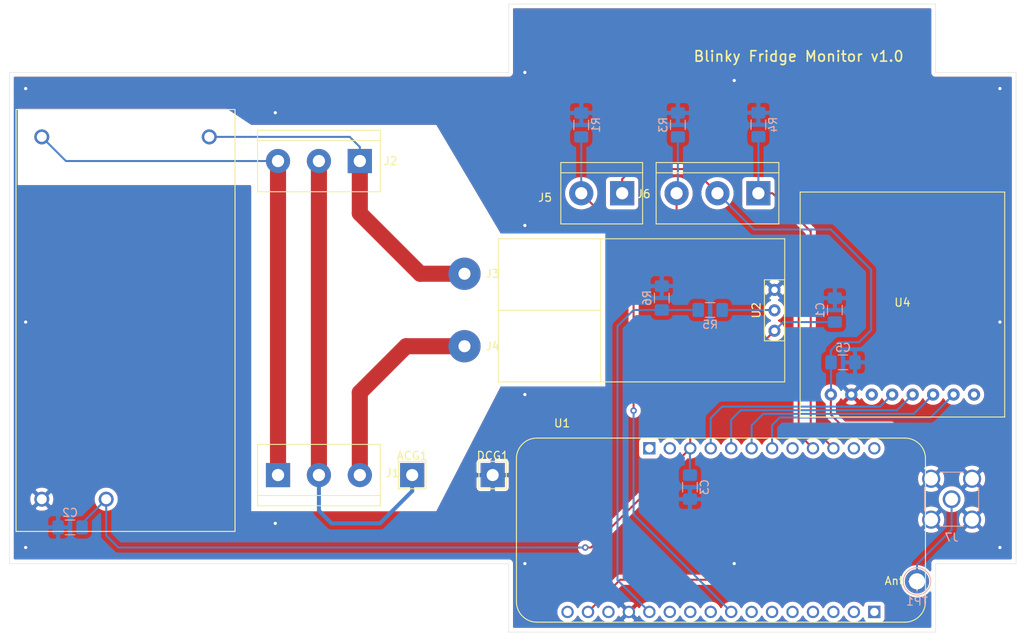
<source format=kicad_pcb>
(kicad_pcb (version 20171130) (host pcbnew 5.1.5+dfsg1-2build2)

  (general
    (thickness 1.6)
    (drawings 23)
    (tracks 120)
    (zones 0)
    (modules 23)
    (nets 37)
  )

  (page A4)
  (layers
    (0 F.Cu signal)
    (31 B.Cu signal)
    (32 B.Adhes user)
    (33 F.Adhes user)
    (34 B.Paste user)
    (35 F.Paste user)
    (36 B.SilkS user)
    (37 F.SilkS user)
    (38 B.Mask user)
    (39 F.Mask user)
    (40 Dwgs.User user)
    (41 Cmts.User user)
    (42 Eco1.User user)
    (43 Eco2.User user)
    (44 Edge.Cuts user)
    (45 Margin user)
    (46 B.CrtYd user)
    (47 F.CrtYd user)
    (48 B.Fab user)
    (49 F.Fab user)
  )

  (setup
    (last_trace_width 0.25)
    (trace_clearance 0.2)
    (zone_clearance 0.508)
    (zone_45_only no)
    (trace_min 0.2)
    (via_size 0.8)
    (via_drill 0.4)
    (via_min_size 0.4)
    (via_min_drill 0.3)
    (uvia_size 0.3)
    (uvia_drill 0.1)
    (uvias_allowed no)
    (uvia_min_size 0.2)
    (uvia_min_drill 0.1)
    (edge_width 0.05)
    (segment_width 0.2)
    (pcb_text_width 0.3)
    (pcb_text_size 1.5 1.5)
    (mod_edge_width 0.12)
    (mod_text_size 1 1)
    (mod_text_width 0.15)
    (pad_size 3 3)
    (pad_drill 1.52)
    (pad_to_mask_clearance 0.051)
    (solder_mask_min_width 0.25)
    (aux_axis_origin 0 0)
    (visible_elements FFFFFF7F)
    (pcbplotparams
      (layerselection 0x010fc_ffffffff)
      (usegerberextensions false)
      (usegerberattributes false)
      (usegerberadvancedattributes false)
      (creategerberjobfile false)
      (excludeedgelayer true)
      (linewidth 0.100000)
      (plotframeref false)
      (viasonmask false)
      (mode 1)
      (useauxorigin false)
      (hpglpennumber 1)
      (hpglpenspeed 20)
      (hpglpendiameter 15.000000)
      (psnegative false)
      (psa4output false)
      (plotreference true)
      (plotvalue true)
      (plotinvisibletext false)
      (padsonsilk false)
      (subtractmaskfromsilk false)
      (outputformat 1)
      (mirror false)
      (drillshape 1)
      (scaleselection 1)
      (outputdirectory ""))
  )

  (net 0 "")
  (net 1 +5V)
  (net 2 GND)
  (net 3 "Net-(J6-Pad3)")
  (net 4 "Net-(J6-Pad1)")
  (net 5 "Net-(J1-Pad1)")
  (net 6 "Net-(R5-Pad1)")
  (net 7 "Net-(J7-Pad1)")
  (net 8 +3V3)
  (net 9 "Net-(J1-Pad3)")
  (net 10 "Net-(J5-Pad2)")
  (net 11 "Net-(R5-Pad2)")
  (net 12 "Net-(U4-Pad8)")
  (net 13 "Net-(U4-Pad3)")
  (net 14 "Net-(J2-Pad1)")
  (net 15 "Net-(ACG1-Pad1)")
  (net 16 "Net-(U1-Pad1)")
  (net 17 "Net-(U1-Pad3)")
  (net 18 "Net-(U1-Pad6)")
  (net 19 "Net-(U1-Pad7)")
  (net 20 "Net-(U1-Pad8)")
  (net 21 "Net-(U1-Pad10)")
  (net 22 "Net-(U1-Pad11)")
  (net 23 "Net-(U1-Pad12)")
  (net 24 "Net-(U1-Pad13)")
  (net 25 "Net-(U1-Pad14)")
  (net 26 "Net-(U1-Pad15)")
  (net 27 "Net-(U1-Pad17)")
  (net 28 "Net-(U1-Pad18)")
  (net 29 "Net-(U1-Pad21)")
  (net 30 "Net-(U1-Pad22)")
  (net 31 "Net-(U1-Pad23)")
  (net 32 "Net-(U1-Pad24)")
  (net 33 "Net-(U1-Pad25)")
  (net 34 "Net-(U1-Pad27)")
  (net 35 "Net-(U1-Pad28)")
  (net 36 "Net-(U1-Pad16)")

  (net_class Default "This is the default net class."
    (clearance 0.2)
    (trace_width 0.25)
    (via_dia 0.8)
    (via_drill 0.4)
    (uvia_dia 0.3)
    (uvia_drill 0.1)
    (add_net +3V3)
    (add_net +5V)
    (add_net GND)
    (add_net "Net-(ACG1-Pad1)")
    (add_net "Net-(J1-Pad1)")
    (add_net "Net-(J1-Pad3)")
    (add_net "Net-(J2-Pad1)")
    (add_net "Net-(J5-Pad2)")
    (add_net "Net-(J6-Pad1)")
    (add_net "Net-(J6-Pad3)")
    (add_net "Net-(J7-Pad1)")
    (add_net "Net-(R5-Pad1)")
    (add_net "Net-(R5-Pad2)")
    (add_net "Net-(U1-Pad1)")
    (add_net "Net-(U1-Pad10)")
    (add_net "Net-(U1-Pad11)")
    (add_net "Net-(U1-Pad12)")
    (add_net "Net-(U1-Pad13)")
    (add_net "Net-(U1-Pad14)")
    (add_net "Net-(U1-Pad15)")
    (add_net "Net-(U1-Pad16)")
    (add_net "Net-(U1-Pad17)")
    (add_net "Net-(U1-Pad18)")
    (add_net "Net-(U1-Pad21)")
    (add_net "Net-(U1-Pad22)")
    (add_net "Net-(U1-Pad23)")
    (add_net "Net-(U1-Pad24)")
    (add_net "Net-(U1-Pad25)")
    (add_net "Net-(U1-Pad27)")
    (add_net "Net-(U1-Pad28)")
    (add_net "Net-(U1-Pad3)")
    (add_net "Net-(U1-Pad6)")
    (add_net "Net-(U1-Pad7)")
    (add_net "Net-(U1-Pad8)")
    (add_net "Net-(U4-Pad3)")
    (add_net "Net-(U4-Pad8)")
  )

  (module dmcginnis427Footprints:FeatherM0LoRa (layer F.Cu) (tedit 61D534B9) (tstamp 61D593D5)
    (at 188.35 116.84)
    (path /61D58996)
    (fp_text reference U1 (at -19.725 -13.275) (layer F.SilkS)
      (effects (font (size 1 1) (thickness 0.15)))
    )
    (fp_text value FeatherM0LoRa (at -4.785 13.315) (layer F.Fab)
      (effects (font (size 1 1) (thickness 0.15)))
    )
    (fp_text user Ant (at 21.5 6.3) (layer F.SilkS)
      (effects (font (size 1 1) (thickness 0.15)))
    )
    (fp_line (start 24.35 6.36) (end 24.35 7.54) (layer F.SilkS) (width 0.12))
    (fp_line (start 25.39 6.37) (end 23.3 6.37) (layer F.SilkS) (width 0.12))
    (fp_line (start 24.34 6.37) (end 25.39 6.37) (layer F.SilkS) (width 0.12))
    (fp_line (start 24.34 6.37) (end 24.34 5.43) (layer F.SilkS) (width 0.12))
    (fp_arc (start 22.86 -8.89) (end 22.86 -11.68) (angle 90) (layer F.CrtYd) (width 0.05))
    (fp_arc (start 22.86 8.89) (end 25.65 8.89) (angle 90) (layer F.CrtYd) (width 0.05))
    (fp_arc (start -22.86 8.89) (end -22.86 11.68) (angle 90) (layer F.CrtYd) (width 0.05))
    (fp_arc (start -22.86 -8.89) (end -25.65 -8.89) (angle 90) (layer F.CrtYd) (width 0.05))
    (fp_arc (start 22.86 8.89) (end 22.86 11.43) (angle -90) (layer F.Fab) (width 0.127))
    (fp_arc (start 22.86 -8.89) (end 25.4 -8.89) (angle -90) (layer F.Fab) (width 0.127))
    (fp_arc (start -22.86 -8.89) (end -22.86 -11.43) (angle -90) (layer F.Fab) (width 0.127))
    (fp_arc (start -22.86 8.89) (end -25.4 8.89) (angle -90) (layer F.Fab) (width 0.127))
    (fp_arc (start 22.86 8.89) (end 22.86 11.43) (angle -90) (layer F.SilkS) (width 0.127))
    (fp_arc (start 22.86 -8.89) (end 25.4 -8.89) (angle -90) (layer F.SilkS) (width 0.127))
    (fp_arc (start -22.86 -8.89) (end -22.86 -11.43) (angle -90) (layer F.SilkS) (width 0.127))
    (fp_arc (start -22.86 8.89) (end -25.4 8.89) (angle -90) (layer F.SilkS) (width 0.127))
    (fp_line (start -25.4 8.89) (end -25.4 -8.89) (layer F.SilkS) (width 0.127))
    (fp_line (start -22.86 -11.43) (end 22.86 -11.43) (layer F.SilkS) (width 0.127))
    (fp_line (start 25.4 -8.89) (end 25.4 8.89) (layer F.SilkS) (width 0.127))
    (fp_line (start 22.86 11.43) (end -22.86 11.43) (layer F.SilkS) (width 0.127))
    (fp_line (start -25.4 8.89) (end -25.4 -8.89) (layer F.Fab) (width 0.127))
    (fp_line (start -22.86 -11.43) (end 22.86 -11.43) (layer F.Fab) (width 0.127))
    (fp_line (start 25.4 -8.89) (end 25.4 8.89) (layer F.Fab) (width 0.127))
    (fp_line (start 22.86 11.43) (end -22.86 11.43) (layer F.Fab) (width 0.127))
    (fp_line (start -25.65 -8.89) (end -25.65 8.89) (layer F.CrtYd) (width 0.05))
    (fp_line (start -22.86 11.68) (end 22.86 11.68) (layer F.CrtYd) (width 0.05))
    (fp_line (start 25.65 8.89) (end 25.65 -8.89) (layer F.CrtYd) (width 0.05))
    (fp_line (start 22.86 -11.68) (end -22.86 -11.68) (layer F.CrtYd) (width 0.05))
    (pad 1 thru_hole circle (at -19.05 10.16) (size 1.53 1.53) (drill 1.02) (layers *.Cu *.Mask)
      (net 16 "Net-(U1-Pad1)"))
    (pad 2 thru_hole circle (at -16.51 10.16) (size 1.53 1.53) (drill 1.02) (layers *.Cu *.Mask)
      (net 8 +3V3))
    (pad 3 thru_hole circle (at -13.97 10.16) (size 1.53 1.53) (drill 1.02) (layers *.Cu *.Mask)
      (net 17 "Net-(U1-Pad3)"))
    (pad 4 thru_hole circle (at -11.43 10.16) (size 1.53 1.53) (drill 1.02) (layers *.Cu *.Mask)
      (net 2 GND))
    (pad 5 thru_hole circle (at -8.89 10.16) (size 1.53 1.53) (drill 1.02) (layers *.Cu *.Mask)
      (net 6 "Net-(R5-Pad1)"))
    (pad 6 thru_hole circle (at -6.35 10.16) (size 1.53 1.53) (drill 1.02) (layers *.Cu *.Mask)
      (net 18 "Net-(U1-Pad6)"))
    (pad 7 thru_hole circle (at -3.81 10.16) (size 1.53 1.53) (drill 1.02) (layers *.Cu *.Mask)
      (net 19 "Net-(U1-Pad7)"))
    (pad 8 thru_hole circle (at -1.27 10.16) (size 1.53 1.53) (drill 1.02) (layers *.Cu *.Mask)
      (net 20 "Net-(U1-Pad8)"))
    (pad 9 thru_hole circle (at 1.27 10.16) (size 1.53 1.53) (drill 1.02) (layers *.Cu *.Mask)
      (net 10 "Net-(J5-Pad2)"))
    (pad 10 thru_hole circle (at 3.81 10.16) (size 1.53 1.53) (drill 1.02) (layers *.Cu *.Mask)
      (net 21 "Net-(U1-Pad10)"))
    (pad 11 thru_hole circle (at 6.35 10.16) (size 1.53 1.53) (drill 1.02) (layers *.Cu *.Mask)
      (net 22 "Net-(U1-Pad11)"))
    (pad 12 thru_hole circle (at 8.89 10.16) (size 1.53 1.53) (drill 1.02) (layers *.Cu *.Mask)
      (net 23 "Net-(U1-Pad12)"))
    (pad 13 thru_hole circle (at 11.43 10.16) (size 1.53 1.53) (drill 1.02) (layers *.Cu *.Mask)
      (net 24 "Net-(U1-Pad13)"))
    (pad 14 thru_hole circle (at 13.97 10.16) (size 1.53 1.53) (drill 1.02) (layers *.Cu *.Mask)
      (net 25 "Net-(U1-Pad14)"))
    (pad 15 thru_hole circle (at 16.51 10.16) (size 1.53 1.53) (drill 1.02) (layers *.Cu *.Mask)
      (net 26 "Net-(U1-Pad15)"))
    (pad 17 thru_hole circle (at 19.05 -10.16) (size 1.53 1.53) (drill 1.02) (layers *.Cu *.Mask)
      (net 27 "Net-(U1-Pad17)"))
    (pad 18 thru_hole circle (at 16.51 -10.16) (size 1.53 1.53) (drill 1.02) (layers *.Cu *.Mask)
      (net 28 "Net-(U1-Pad18)"))
    (pad 19 thru_hole circle (at 13.97 -10.16) (size 1.53 1.53) (drill 1.02) (layers *.Cu *.Mask)
      (net 4 "Net-(J6-Pad1)"))
    (pad 20 thru_hole circle (at 11.43 -10.16) (size 1.53 1.53) (drill 1.02) (layers *.Cu *.Mask)
      (net 3 "Net-(J6-Pad3)"))
    (pad 21 thru_hole circle (at 8.89 -10.16) (size 1.53 1.53) (drill 1.02) (layers *.Cu *.Mask)
      (net 29 "Net-(U1-Pad21)"))
    (pad 22 thru_hole circle (at 6.35 -10.16) (size 1.53 1.53) (drill 1.02) (layers *.Cu *.Mask)
      (net 30 "Net-(U1-Pad22)"))
    (pad 23 thru_hole circle (at 3.81 -10.16) (size 1.53 1.53) (drill 1.02) (layers *.Cu *.Mask)
      (net 31 "Net-(U1-Pad23)"))
    (pad 24 thru_hole circle (at 1.27 -10.16) (size 1.53 1.53) (drill 1.02) (layers *.Cu *.Mask)
      (net 32 "Net-(U1-Pad24)"))
    (pad 25 thru_hole circle (at -1.27 -10.16) (size 1.53 1.53) (drill 1.02) (layers *.Cu *.Mask)
      (net 33 "Net-(U1-Pad25)"))
    (pad 26 thru_hole circle (at -3.81 -10.16) (size 1.53 1.53) (drill 1.02) (layers *.Cu *.Mask)
      (net 1 +5V))
    (pad 27 thru_hole circle (at -6.35 -10.16) (size 1.53 1.53) (drill 1.02) (layers *.Cu *.Mask)
      (net 34 "Net-(U1-Pad27)"))
    (pad 28 thru_hole rect (at -8.89 -10.16) (size 1.53 1.53) (drill 1.02) (layers *.Cu *.Mask)
      (net 35 "Net-(U1-Pad28)"))
    (pad 16 thru_hole rect (at 19.05 10.16) (size 1.53 1.53) (drill 1.02) (layers *.Cu *.Mask)
      (net 36 "Net-(U1-Pad16)"))
  )

  (module TestPoint:TestPoint_THTPad_3.0x3.0mm_Drill1.5mm (layer F.Cu) (tedit 5A0F774F) (tstamp 61D43E91)
    (at 160 110)
    (descr "THT rectangular pad as test Point, square 3.0mm side length, hole diameter 1.5mm")
    (tags "test point THT pad rectangle square")
    (path /61D41B23)
    (attr virtual)
    (fp_text reference DCG1 (at 0 -2.398) (layer F.SilkS)
      (effects (font (size 1 1) (thickness 0.15)))
    )
    (fp_text value TestPoint (at 0 2.55) (layer F.Fab)
      (effects (font (size 1 1) (thickness 0.15)))
    )
    (fp_line (start 2 2) (end -2 2) (layer F.CrtYd) (width 0.05))
    (fp_line (start 2 2) (end 2 -2) (layer F.CrtYd) (width 0.05))
    (fp_line (start -2 -2) (end -2 2) (layer F.CrtYd) (width 0.05))
    (fp_line (start -2 -2) (end 2 -2) (layer F.CrtYd) (width 0.05))
    (fp_line (start -1.7 1.7) (end -1.7 -1.7) (layer F.SilkS) (width 0.12))
    (fp_line (start 1.7 1.7) (end -1.7 1.7) (layer F.SilkS) (width 0.12))
    (fp_line (start 1.7 -1.7) (end 1.7 1.7) (layer F.SilkS) (width 0.12))
    (fp_line (start -1.7 -1.7) (end 1.7 -1.7) (layer F.SilkS) (width 0.12))
    (fp_text user %R (at 0 -2.4) (layer F.Fab)
      (effects (font (size 1 1) (thickness 0.15)))
    )
    (pad 1 thru_hole rect (at 0 0) (size 3 3) (drill 1.5) (layers *.Cu *.Mask)
      (net 2 GND))
  )

  (module TestPoint:TestPoint_THTPad_3.0x3.0mm_Drill1.5mm (layer F.Cu) (tedit 5A0F774F) (tstamp 61D43E03)
    (at 150 110)
    (descr "THT rectangular pad as test Point, square 3.0mm side length, hole diameter 1.5mm")
    (tags "test point THT pad rectangle square")
    (path /61D412C6)
    (attr virtual)
    (fp_text reference ACG1 (at 0 -2.398) (layer F.SilkS)
      (effects (font (size 1 1) (thickness 0.15)))
    )
    (fp_text value TestPoint (at 0 2.55) (layer F.Fab)
      (effects (font (size 1 1) (thickness 0.15)))
    )
    (fp_line (start 2 2) (end -2 2) (layer F.CrtYd) (width 0.05))
    (fp_line (start 2 2) (end 2 -2) (layer F.CrtYd) (width 0.05))
    (fp_line (start -2 -2) (end -2 2) (layer F.CrtYd) (width 0.05))
    (fp_line (start -2 -2) (end 2 -2) (layer F.CrtYd) (width 0.05))
    (fp_line (start -1.7 1.7) (end -1.7 -1.7) (layer F.SilkS) (width 0.12))
    (fp_line (start 1.7 1.7) (end -1.7 1.7) (layer F.SilkS) (width 0.12))
    (fp_line (start 1.7 -1.7) (end 1.7 1.7) (layer F.SilkS) (width 0.12))
    (fp_line (start -1.7 -1.7) (end 1.7 -1.7) (layer F.SilkS) (width 0.12))
    (fp_text user %R (at 0 -2.4) (layer F.Fab)
      (effects (font (size 1 1) (thickness 0.15)))
    )
    (pad 1 thru_hole rect (at 0 0) (size 3 3) (drill 1.5) (layers *.Cu *.Mask)
      (net 15 "Net-(ACG1-Pad1)"))
  )

  (module Resistor_SMD:R_1206_3216Metric_Pad1.42x1.75mm_HandSolder (layer B.Cu) (tedit 5B301BBD) (tstamp 61CDB878)
    (at 181 88.0125 270)
    (descr "Resistor SMD 1206 (3216 Metric), square (rectangular) end terminal, IPC_7351 nominal with elongated pad for handsoldering. (Body size source: http://www.tortai-tech.com/upload/download/2011102023233369053.pdf), generated with kicad-footprint-generator")
    (tags "resistor handsolder")
    (path /614811A8)
    (attr smd)
    (fp_text reference R6 (at 0 1.82 90) (layer B.SilkS)
      (effects (font (size 1 1) (thickness 0.15)) (justify mirror))
    )
    (fp_text value 2k (at 0 -1.82 90) (layer B.Fab)
      (effects (font (size 1 1) (thickness 0.15)) (justify mirror))
    )
    (fp_text user %R (at 0 0 90) (layer B.Fab)
      (effects (font (size 0.8 0.8) (thickness 0.12)) (justify mirror))
    )
    (fp_line (start 2.45 -1.12) (end -2.45 -1.12) (layer B.CrtYd) (width 0.05))
    (fp_line (start 2.45 1.12) (end 2.45 -1.12) (layer B.CrtYd) (width 0.05))
    (fp_line (start -2.45 1.12) (end 2.45 1.12) (layer B.CrtYd) (width 0.05))
    (fp_line (start -2.45 -1.12) (end -2.45 1.12) (layer B.CrtYd) (width 0.05))
    (fp_line (start -0.602064 -0.91) (end 0.602064 -0.91) (layer B.SilkS) (width 0.12))
    (fp_line (start -0.602064 0.91) (end 0.602064 0.91) (layer B.SilkS) (width 0.12))
    (fp_line (start 1.6 -0.8) (end -1.6 -0.8) (layer B.Fab) (width 0.1))
    (fp_line (start 1.6 0.8) (end 1.6 -0.8) (layer B.Fab) (width 0.1))
    (fp_line (start -1.6 0.8) (end 1.6 0.8) (layer B.Fab) (width 0.1))
    (fp_line (start -1.6 -0.8) (end -1.6 0.8) (layer B.Fab) (width 0.1))
    (pad 2 smd roundrect (at 1.4875 0 270) (size 1.425 1.75) (layers B.Cu B.Paste B.Mask) (roundrect_rratio 0.175439)
      (net 6 "Net-(R5-Pad1)"))
    (pad 1 smd roundrect (at -1.4875 0 270) (size 1.425 1.75) (layers B.Cu B.Paste B.Mask) (roundrect_rratio 0.175439)
      (net 2 GND))
    (model ${KISYS3DMOD}/Resistor_SMD.3dshapes/R_1206_3216Metric.wrl
      (at (xyz 0 0 0))
      (scale (xyz 1 1 1))
      (rotate (xyz 0 0 0))
    )
  )

  (module Resistor_SMD:R_1206_3216Metric_Pad1.42x1.75mm_HandSolder (layer B.Cu) (tedit 5B301BBD) (tstamp 61CDB867)
    (at 187.0125 89.5)
    (descr "Resistor SMD 1206 (3216 Metric), square (rectangular) end terminal, IPC_7351 nominal with elongated pad for handsoldering. (Body size source: http://www.tortai-tech.com/upload/download/2011102023233369053.pdf), generated with kicad-footprint-generator")
    (tags "resistor handsolder")
    (path /61480B7E)
    (attr smd)
    (fp_text reference R5 (at 0 1.82) (layer B.SilkS)
      (effects (font (size 1 1) (thickness 0.15)) (justify mirror))
    )
    (fp_text value 1k (at 0 -1.82) (layer B.Fab)
      (effects (font (size 1 1) (thickness 0.15)) (justify mirror))
    )
    (fp_text user %R (at 0 0) (layer B.Fab)
      (effects (font (size 0.8 0.8) (thickness 0.12)) (justify mirror))
    )
    (fp_line (start 2.45 -1.12) (end -2.45 -1.12) (layer B.CrtYd) (width 0.05))
    (fp_line (start 2.45 1.12) (end 2.45 -1.12) (layer B.CrtYd) (width 0.05))
    (fp_line (start -2.45 1.12) (end 2.45 1.12) (layer B.CrtYd) (width 0.05))
    (fp_line (start -2.45 -1.12) (end -2.45 1.12) (layer B.CrtYd) (width 0.05))
    (fp_line (start -0.602064 -0.91) (end 0.602064 -0.91) (layer B.SilkS) (width 0.12))
    (fp_line (start -0.602064 0.91) (end 0.602064 0.91) (layer B.SilkS) (width 0.12))
    (fp_line (start 1.6 -0.8) (end -1.6 -0.8) (layer B.Fab) (width 0.1))
    (fp_line (start 1.6 0.8) (end 1.6 -0.8) (layer B.Fab) (width 0.1))
    (fp_line (start -1.6 0.8) (end 1.6 0.8) (layer B.Fab) (width 0.1))
    (fp_line (start -1.6 -0.8) (end -1.6 0.8) (layer B.Fab) (width 0.1))
    (pad 2 smd roundrect (at 1.4875 0) (size 1.425 1.75) (layers B.Cu B.Paste B.Mask) (roundrect_rratio 0.175439)
      (net 11 "Net-(R5-Pad2)"))
    (pad 1 smd roundrect (at -1.4875 0) (size 1.425 1.75) (layers B.Cu B.Paste B.Mask) (roundrect_rratio 0.175439)
      (net 6 "Net-(R5-Pad1)"))
    (model ${KISYS3DMOD}/Resistor_SMD.3dshapes/R_1206_3216Metric.wrl
      (at (xyz 0 0 0))
      (scale (xyz 1 1 1))
      (rotate (xyz 0 0 0))
    )
  )

  (module Resistor_SMD:R_1206_3216Metric_Pad1.42x1.75mm_HandSolder (layer B.Cu) (tedit 5B301BBD) (tstamp 61CDB856)
    (at 193 66.4875 90)
    (descr "Resistor SMD 1206 (3216 Metric), square (rectangular) end terminal, IPC_7351 nominal with elongated pad for handsoldering. (Body size source: http://www.tortai-tech.com/upload/download/2011102023233369053.pdf), generated with kicad-footprint-generator")
    (tags "resistor handsolder")
    (path /614C3ECC)
    (attr smd)
    (fp_text reference R4 (at 0 1.82 90) (layer B.SilkS)
      (effects (font (size 1 1) (thickness 0.15)) (justify mirror))
    )
    (fp_text value 10k (at 0 -1.82 90) (layer B.Fab)
      (effects (font (size 1 1) (thickness 0.15)) (justify mirror))
    )
    (fp_text user %R (at 0 0 90) (layer B.Fab)
      (effects (font (size 0.8 0.8) (thickness 0.12)) (justify mirror))
    )
    (fp_line (start 2.45 -1.12) (end -2.45 -1.12) (layer B.CrtYd) (width 0.05))
    (fp_line (start 2.45 1.12) (end 2.45 -1.12) (layer B.CrtYd) (width 0.05))
    (fp_line (start -2.45 1.12) (end 2.45 1.12) (layer B.CrtYd) (width 0.05))
    (fp_line (start -2.45 -1.12) (end -2.45 1.12) (layer B.CrtYd) (width 0.05))
    (fp_line (start -0.602064 -0.91) (end 0.602064 -0.91) (layer B.SilkS) (width 0.12))
    (fp_line (start -0.602064 0.91) (end 0.602064 0.91) (layer B.SilkS) (width 0.12))
    (fp_line (start 1.6 -0.8) (end -1.6 -0.8) (layer B.Fab) (width 0.1))
    (fp_line (start 1.6 0.8) (end 1.6 -0.8) (layer B.Fab) (width 0.1))
    (fp_line (start -1.6 0.8) (end 1.6 0.8) (layer B.Fab) (width 0.1))
    (fp_line (start -1.6 -0.8) (end -1.6 0.8) (layer B.Fab) (width 0.1))
    (pad 2 smd roundrect (at 1.4875 0 90) (size 1.425 1.75) (layers B.Cu B.Paste B.Mask) (roundrect_rratio 0.175439)
      (net 2 GND))
    (pad 1 smd roundrect (at -1.4875 0 90) (size 1.425 1.75) (layers B.Cu B.Paste B.Mask) (roundrect_rratio 0.175439)
      (net 4 "Net-(J6-Pad1)"))
    (model ${KISYS3DMOD}/Resistor_SMD.3dshapes/R_1206_3216Metric.wrl
      (at (xyz 0 0 0))
      (scale (xyz 1 1 1))
      (rotate (xyz 0 0 0))
    )
  )

  (module Resistor_SMD:R_1206_3216Metric_Pad1.42x1.75mm_HandSolder (layer B.Cu) (tedit 5B301BBD) (tstamp 61CDB845)
    (at 183 66.5125 270)
    (descr "Resistor SMD 1206 (3216 Metric), square (rectangular) end terminal, IPC_7351 nominal with elongated pad for handsoldering. (Body size source: http://www.tortai-tech.com/upload/download/2011102023233369053.pdf), generated with kicad-footprint-generator")
    (tags "resistor handsolder")
    (path /614BDC4E)
    (attr smd)
    (fp_text reference R3 (at 0 1.82 90) (layer B.SilkS)
      (effects (font (size 1 1) (thickness 0.15)) (justify mirror))
    )
    (fp_text value 10k (at 0 -1.82 90) (layer B.Fab)
      (effects (font (size 1 1) (thickness 0.15)) (justify mirror))
    )
    (fp_text user %R (at 0 0 90) (layer B.Fab)
      (effects (font (size 0.8 0.8) (thickness 0.12)) (justify mirror))
    )
    (fp_line (start 2.45 -1.12) (end -2.45 -1.12) (layer B.CrtYd) (width 0.05))
    (fp_line (start 2.45 1.12) (end 2.45 -1.12) (layer B.CrtYd) (width 0.05))
    (fp_line (start -2.45 1.12) (end 2.45 1.12) (layer B.CrtYd) (width 0.05))
    (fp_line (start -2.45 -1.12) (end -2.45 1.12) (layer B.CrtYd) (width 0.05))
    (fp_line (start -0.602064 -0.91) (end 0.602064 -0.91) (layer B.SilkS) (width 0.12))
    (fp_line (start -0.602064 0.91) (end 0.602064 0.91) (layer B.SilkS) (width 0.12))
    (fp_line (start 1.6 -0.8) (end -1.6 -0.8) (layer B.Fab) (width 0.1))
    (fp_line (start 1.6 0.8) (end 1.6 -0.8) (layer B.Fab) (width 0.1))
    (fp_line (start -1.6 0.8) (end 1.6 0.8) (layer B.Fab) (width 0.1))
    (fp_line (start -1.6 -0.8) (end -1.6 0.8) (layer B.Fab) (width 0.1))
    (pad 2 smd roundrect (at 1.4875 0 270) (size 1.425 1.75) (layers B.Cu B.Paste B.Mask) (roundrect_rratio 0.175439)
      (net 3 "Net-(J6-Pad3)"))
    (pad 1 smd roundrect (at -1.4875 0 270) (size 1.425 1.75) (layers B.Cu B.Paste B.Mask) (roundrect_rratio 0.175439)
      (net 2 GND))
    (model ${KISYS3DMOD}/Resistor_SMD.3dshapes/R_1206_3216Metric.wrl
      (at (xyz 0 0 0))
      (scale (xyz 1 1 1))
      (rotate (xyz 0 0 0))
    )
  )

  (module Resistor_SMD:R_1206_3216Metric_Pad1.42x1.75mm_HandSolder (layer B.Cu) (tedit 5B301BBD) (tstamp 61CDB834)
    (at 171 66.5125 90)
    (descr "Resistor SMD 1206 (3216 Metric), square (rectangular) end terminal, IPC_7351 nominal with elongated pad for handsoldering. (Body size source: http://www.tortai-tech.com/upload/download/2011102023233369053.pdf), generated with kicad-footprint-generator")
    (tags "resistor handsolder")
    (path /61CE7F09)
    (attr smd)
    (fp_text reference R1 (at 0 1.82 90) (layer B.SilkS)
      (effects (font (size 1 1) (thickness 0.15)) (justify mirror))
    )
    (fp_text value 10k (at 0 -1.82 90) (layer B.Fab)
      (effects (font (size 1 1) (thickness 0.15)) (justify mirror))
    )
    (fp_text user %R (at 0 0 90) (layer B.Fab)
      (effects (font (size 0.8 0.8) (thickness 0.12)) (justify mirror))
    )
    (fp_line (start 2.45 -1.12) (end -2.45 -1.12) (layer B.CrtYd) (width 0.05))
    (fp_line (start 2.45 1.12) (end 2.45 -1.12) (layer B.CrtYd) (width 0.05))
    (fp_line (start -2.45 1.12) (end 2.45 1.12) (layer B.CrtYd) (width 0.05))
    (fp_line (start -2.45 -1.12) (end -2.45 1.12) (layer B.CrtYd) (width 0.05))
    (fp_line (start -0.602064 -0.91) (end 0.602064 -0.91) (layer B.SilkS) (width 0.12))
    (fp_line (start -0.602064 0.91) (end 0.602064 0.91) (layer B.SilkS) (width 0.12))
    (fp_line (start 1.6 -0.8) (end -1.6 -0.8) (layer B.Fab) (width 0.1))
    (fp_line (start 1.6 0.8) (end 1.6 -0.8) (layer B.Fab) (width 0.1))
    (fp_line (start -1.6 0.8) (end 1.6 0.8) (layer B.Fab) (width 0.1))
    (fp_line (start -1.6 -0.8) (end -1.6 0.8) (layer B.Fab) (width 0.1))
    (pad 2 smd roundrect (at 1.4875 0 90) (size 1.425 1.75) (layers B.Cu B.Paste B.Mask) (roundrect_rratio 0.175439)
      (net 2 GND))
    (pad 1 smd roundrect (at -1.4875 0 90) (size 1.425 1.75) (layers B.Cu B.Paste B.Mask) (roundrect_rratio 0.175439)
      (net 10 "Net-(J5-Pad2)"))
    (model ${KISYS3DMOD}/Resistor_SMD.3dshapes/R_1206_3216Metric.wrl
      (at (xyz 0 0 0))
      (scale (xyz 1 1 1))
      (rotate (xyz 0 0 0))
    )
  )

  (module Capacitor_SMD:C_1206_3216Metric_Pad1.42x1.75mm_HandSolder (layer B.Cu) (tedit 5B301BBE) (tstamp 61CDB707)
    (at 203.5125 96 180)
    (descr "Capacitor SMD 1206 (3216 Metric), square (rectangular) end terminal, IPC_7351 nominal with elongated pad for handsoldering. (Body size source: http://www.tortai-tech.com/upload/download/2011102023233369053.pdf), generated with kicad-footprint-generator")
    (tags "capacitor handsolder")
    (path /61D07F64)
    (attr smd)
    (fp_text reference C5 (at 0 1.82) (layer B.SilkS)
      (effects (font (size 1 1) (thickness 0.15)) (justify mirror))
    )
    (fp_text value 0.1uF (at 0 -1.82) (layer B.Fab)
      (effects (font (size 1 1) (thickness 0.15)) (justify mirror))
    )
    (fp_text user %R (at 0 0) (layer B.Fab)
      (effects (font (size 0.8 0.8) (thickness 0.12)) (justify mirror))
    )
    (fp_line (start 2.45 -1.12) (end -2.45 -1.12) (layer B.CrtYd) (width 0.05))
    (fp_line (start 2.45 1.12) (end 2.45 -1.12) (layer B.CrtYd) (width 0.05))
    (fp_line (start -2.45 1.12) (end 2.45 1.12) (layer B.CrtYd) (width 0.05))
    (fp_line (start -2.45 -1.12) (end -2.45 1.12) (layer B.CrtYd) (width 0.05))
    (fp_line (start -0.602064 -0.91) (end 0.602064 -0.91) (layer B.SilkS) (width 0.12))
    (fp_line (start -0.602064 0.91) (end 0.602064 0.91) (layer B.SilkS) (width 0.12))
    (fp_line (start 1.6 -0.8) (end -1.6 -0.8) (layer B.Fab) (width 0.1))
    (fp_line (start 1.6 0.8) (end 1.6 -0.8) (layer B.Fab) (width 0.1))
    (fp_line (start -1.6 0.8) (end 1.6 0.8) (layer B.Fab) (width 0.1))
    (fp_line (start -1.6 -0.8) (end -1.6 0.8) (layer B.Fab) (width 0.1))
    (pad 2 smd roundrect (at 1.4875 0 180) (size 1.425 1.75) (layers B.Cu B.Paste B.Mask) (roundrect_rratio 0.175439)
      (net 8 +3V3))
    (pad 1 smd roundrect (at -1.4875 0 180) (size 1.425 1.75) (layers B.Cu B.Paste B.Mask) (roundrect_rratio 0.175439)
      (net 2 GND))
    (model ${KISYS3DMOD}/Capacitor_SMD.3dshapes/C_1206_3216Metric.wrl
      (at (xyz 0 0 0))
      (scale (xyz 1 1 1))
      (rotate (xyz 0 0 0))
    )
  )

  (module Capacitor_SMD:C_1206_3216Metric_Pad1.42x1.75mm_HandSolder (layer B.Cu) (tedit 5B301BBE) (tstamp 61CDB6F6)
    (at 184.5 111.5 90)
    (descr "Capacitor SMD 1206 (3216 Metric), square (rectangular) end terminal, IPC_7351 nominal with elongated pad for handsoldering. (Body size source: http://www.tortai-tech.com/upload/download/2011102023233369053.pdf), generated with kicad-footprint-generator")
    (tags "capacitor handsolder")
    (path /61CDE4A7)
    (attr smd)
    (fp_text reference C3 (at 0 1.82 90) (layer B.SilkS)
      (effects (font (size 1 1) (thickness 0.15)) (justify mirror))
    )
    (fp_text value 0.1uF (at 0 -1.82 90) (layer B.Fab)
      (effects (font (size 1 1) (thickness 0.15)) (justify mirror))
    )
    (fp_text user %R (at 0 0 90) (layer B.Fab)
      (effects (font (size 0.8 0.8) (thickness 0.12)) (justify mirror))
    )
    (fp_line (start 2.45 -1.12) (end -2.45 -1.12) (layer B.CrtYd) (width 0.05))
    (fp_line (start 2.45 1.12) (end 2.45 -1.12) (layer B.CrtYd) (width 0.05))
    (fp_line (start -2.45 1.12) (end 2.45 1.12) (layer B.CrtYd) (width 0.05))
    (fp_line (start -2.45 -1.12) (end -2.45 1.12) (layer B.CrtYd) (width 0.05))
    (fp_line (start -0.602064 -0.91) (end 0.602064 -0.91) (layer B.SilkS) (width 0.12))
    (fp_line (start -0.602064 0.91) (end 0.602064 0.91) (layer B.SilkS) (width 0.12))
    (fp_line (start 1.6 -0.8) (end -1.6 -0.8) (layer B.Fab) (width 0.1))
    (fp_line (start 1.6 0.8) (end 1.6 -0.8) (layer B.Fab) (width 0.1))
    (fp_line (start -1.6 0.8) (end 1.6 0.8) (layer B.Fab) (width 0.1))
    (fp_line (start -1.6 -0.8) (end -1.6 0.8) (layer B.Fab) (width 0.1))
    (pad 2 smd roundrect (at 1.4875 0 90) (size 1.425 1.75) (layers B.Cu B.Paste B.Mask) (roundrect_rratio 0.175439)
      (net 1 +5V))
    (pad 1 smd roundrect (at -1.4875 0 90) (size 1.425 1.75) (layers B.Cu B.Paste B.Mask) (roundrect_rratio 0.175439)
      (net 2 GND))
    (model ${KISYS3DMOD}/Capacitor_SMD.3dshapes/C_1206_3216Metric.wrl
      (at (xyz 0 0 0))
      (scale (xyz 1 1 1))
      (rotate (xyz 0 0 0))
    )
  )

  (module Capacitor_SMD:C_1206_3216Metric_Pad1.42x1.75mm_HandSolder (layer B.Cu) (tedit 5B301BBE) (tstamp 61CDB6E5)
    (at 107.5125 116.5 180)
    (descr "Capacitor SMD 1206 (3216 Metric), square (rectangular) end terminal, IPC_7351 nominal with elongated pad for handsoldering. (Body size source: http://www.tortai-tech.com/upload/download/2011102023233369053.pdf), generated with kicad-footprint-generator")
    (tags "capacitor handsolder")
    (path /61CCE75A)
    (attr smd)
    (fp_text reference C2 (at 0 1.82) (layer B.SilkS)
      (effects (font (size 1 1) (thickness 0.15)) (justify mirror))
    )
    (fp_text value 1uF (at 0 -1.82) (layer B.Fab)
      (effects (font (size 1 1) (thickness 0.15)) (justify mirror))
    )
    (fp_text user %R (at 0 0) (layer B.Fab)
      (effects (font (size 0.8 0.8) (thickness 0.12)) (justify mirror))
    )
    (fp_line (start 2.45 -1.12) (end -2.45 -1.12) (layer B.CrtYd) (width 0.05))
    (fp_line (start 2.45 1.12) (end 2.45 -1.12) (layer B.CrtYd) (width 0.05))
    (fp_line (start -2.45 1.12) (end 2.45 1.12) (layer B.CrtYd) (width 0.05))
    (fp_line (start -2.45 -1.12) (end -2.45 1.12) (layer B.CrtYd) (width 0.05))
    (fp_line (start -0.602064 -0.91) (end 0.602064 -0.91) (layer B.SilkS) (width 0.12))
    (fp_line (start -0.602064 0.91) (end 0.602064 0.91) (layer B.SilkS) (width 0.12))
    (fp_line (start 1.6 -0.8) (end -1.6 -0.8) (layer B.Fab) (width 0.1))
    (fp_line (start 1.6 0.8) (end 1.6 -0.8) (layer B.Fab) (width 0.1))
    (fp_line (start -1.6 0.8) (end 1.6 0.8) (layer B.Fab) (width 0.1))
    (fp_line (start -1.6 -0.8) (end -1.6 0.8) (layer B.Fab) (width 0.1))
    (pad 2 smd roundrect (at 1.4875 0 180) (size 1.425 1.75) (layers B.Cu B.Paste B.Mask) (roundrect_rratio 0.175439)
      (net 2 GND))
    (pad 1 smd roundrect (at -1.4875 0 180) (size 1.425 1.75) (layers B.Cu B.Paste B.Mask) (roundrect_rratio 0.175439)
      (net 1 +5V))
    (model ${KISYS3DMOD}/Capacitor_SMD.3dshapes/C_1206_3216Metric.wrl
      (at (xyz 0 0 0))
      (scale (xyz 1 1 1))
      (rotate (xyz 0 0 0))
    )
  )

  (module Capacitor_SMD:C_1206_3216Metric_Pad1.42x1.75mm_HandSolder (layer B.Cu) (tedit 5B301BBE) (tstamp 61CDB6D4)
    (at 202.5 89.5125 270)
    (descr "Capacitor SMD 1206 (3216 Metric), square (rectangular) end terminal, IPC_7351 nominal with elongated pad for handsoldering. (Body size source: http://www.tortai-tech.com/upload/download/2011102023233369053.pdf), generated with kicad-footprint-generator")
    (tags "capacitor handsolder")
    (path /61CD673B)
    (attr smd)
    (fp_text reference C1 (at 0 1.82 90) (layer B.SilkS)
      (effects (font (size 1 1) (thickness 0.15)) (justify mirror))
    )
    (fp_text value 0.1uF (at 0 -1.82 90) (layer B.Fab)
      (effects (font (size 1 1) (thickness 0.15)) (justify mirror))
    )
    (fp_text user %R (at 0 0 90) (layer B.Fab)
      (effects (font (size 0.8 0.8) (thickness 0.12)) (justify mirror))
    )
    (fp_line (start 2.45 -1.12) (end -2.45 -1.12) (layer B.CrtYd) (width 0.05))
    (fp_line (start 2.45 1.12) (end 2.45 -1.12) (layer B.CrtYd) (width 0.05))
    (fp_line (start -2.45 1.12) (end 2.45 1.12) (layer B.CrtYd) (width 0.05))
    (fp_line (start -2.45 -1.12) (end -2.45 1.12) (layer B.CrtYd) (width 0.05))
    (fp_line (start -0.602064 -0.91) (end 0.602064 -0.91) (layer B.SilkS) (width 0.12))
    (fp_line (start -0.602064 0.91) (end 0.602064 0.91) (layer B.SilkS) (width 0.12))
    (fp_line (start 1.6 -0.8) (end -1.6 -0.8) (layer B.Fab) (width 0.1))
    (fp_line (start 1.6 0.8) (end 1.6 -0.8) (layer B.Fab) (width 0.1))
    (fp_line (start -1.6 0.8) (end 1.6 0.8) (layer B.Fab) (width 0.1))
    (fp_line (start -1.6 -0.8) (end -1.6 0.8) (layer B.Fab) (width 0.1))
    (pad 2 smd roundrect (at 1.4875 0 270) (size 1.425 1.75) (layers B.Cu B.Paste B.Mask) (roundrect_rratio 0.175439)
      (net 1 +5V))
    (pad 1 smd roundrect (at -1.4875 0 270) (size 1.425 1.75) (layers B.Cu B.Paste B.Mask) (roundrect_rratio 0.175439)
      (net 2 GND))
    (model ${KISYS3DMOD}/Capacitor_SMD.3dshapes/C_1206_3216Metric.wrl
      (at (xyz 0 0 0))
      (scale (xyz 1 1 1))
      (rotate (xyz 0 0 0))
    )
  )

  (module dmcginnis427Footprints:AMAX31865 (layer F.Cu) (tedit 61CC6181) (tstamp 61CCD04E)
    (at 202 100)
    (path /61D03BB0)
    (fp_text reference U4 (at 8.89 -11.43) (layer F.SilkS)
      (effects (font (size 1 1) (thickness 0.15)))
    )
    (fp_text value AMAX31865 (at 7.62 -13.97) (layer F.Fab)
      (effects (font (size 1 1) (thickness 0.15)))
    )
    (fp_line (start 21.59 -25.146) (end 21.59 2.794) (layer F.SilkS) (width 0.12))
    (fp_line (start -3.81 -25.146) (end 21.59 -25.146) (layer F.SilkS) (width 0.12))
    (fp_line (start -3.81 2.794) (end -3.81 -25.146) (layer F.SilkS) (width 0.12))
    (fp_line (start 21.59 2.794) (end -3.81 2.794) (layer F.SilkS) (width 0.12))
    (fp_line (start -4.445 3.81) (end -4.445 -26.035) (layer F.CrtYd) (width 0.12))
    (fp_line (start -4.445 -26.035) (end 22.225 -26.035) (layer F.CrtYd) (width 0.12))
    (fp_line (start 22.225 -26.035) (end 22.225 3.81) (layer F.CrtYd) (width 0.12))
    (fp_line (start 22.225 3.81) (end -4.445 3.81) (layer F.CrtYd) (width 0.12))
    (pad 8 thru_hole circle (at 17.78 0) (size 1.524 1.524) (drill 0.762) (layers *.Cu *.Mask)
      (net 12 "Net-(U4-Pad8)"))
    (pad 7 thru_hole circle (at 15.24 0) (size 1.524 1.524) (drill 0.762) (layers *.Cu *.Mask)
      (net 30 "Net-(U1-Pad22)"))
    (pad 6 thru_hole circle (at 12.7 0) (size 1.524 1.524) (drill 0.762) (layers *.Cu *.Mask)
      (net 31 "Net-(U1-Pad23)"))
    (pad 5 thru_hole circle (at 10.16 0) (size 1.524 1.524) (drill 0.762) (layers *.Cu *.Mask)
      (net 32 "Net-(U1-Pad24)"))
    (pad 4 thru_hole circle (at 7.62 0) (size 1.524 1.524) (drill 0.762) (layers *.Cu *.Mask)
      (net 33 "Net-(U1-Pad25)"))
    (pad 3 thru_hole circle (at 5.08 0) (size 1.524 1.524) (drill 0.762) (layers *.Cu *.Mask)
      (net 13 "Net-(U4-Pad3)"))
    (pad 2 thru_hole circle (at 2.54 0) (size 1.524 1.524) (drill 0.762) (layers *.Cu *.Mask)
      (net 2 GND))
    (pad 1 thru_hole circle (at 0 0) (size 1.524 1.524) (drill 0.762) (layers *.Cu *.Mask)
      (net 8 +3V3))
  )

  (module dmcginnis427Footprints:ACS712_20A (layer F.Cu) (tedit 5E3C5E6A) (tstamp 61CCCFBC)
    (at 195 89.54 270)
    (path /5E3C936E)
    (fp_text reference U2 (at 0 2.25 90) (layer F.SilkS)
      (effects (font (size 1 1) (thickness 0.15)))
    )
    (fp_text value ACS712_20 (at 0 -2.25 90) (layer F.Fab)
      (effects (font (size 1 1) (thickness 0.15)))
    )
    (fp_line (start -3.79 -1.25) (end 3.79 -1.25) (layer F.SilkS) (width 0.12))
    (fp_line (start 3.79 -1.25) (end 3.79 1.25) (layer F.SilkS) (width 0.12))
    (fp_line (start 3.79 1.25) (end -3.79 1.25) (layer F.SilkS) (width 0.12))
    (fp_line (start -3.79 1.25) (end -3.79 -1.25) (layer F.SilkS) (width 0.12))
    (fp_line (start -8.89 -1.27) (end 8.89 -1.27) (layer F.CrtYd) (width 0.05))
    (fp_line (start 8.89 -1.27) (end 8.89 34.29) (layer F.CrtYd) (width 0.05))
    (fp_line (start -8.89 34.29) (end -8.89 -1.27) (layer F.CrtYd) (width 0.05))
    (fp_line (start -8.89 34.29) (end 8.89 34.29) (layer F.CrtYd) (width 0.05))
    (fp_line (start 8.89 21.59) (end -8.89 21.59) (layer F.SilkS) (width 0.12))
    (fp_line (start -8.89 21.59) (end -8.89 34.29) (layer F.SilkS) (width 0.12))
    (fp_line (start -8.89 34.29) (end 8.89 34.29) (layer F.SilkS) (width 0.12))
    (fp_line (start 8.89 34.29) (end 8.89 -1.27) (layer F.SilkS) (width 0.12))
    (fp_line (start 8.89 -1.27) (end -8.89 -1.27) (layer F.SilkS) (width 0.12))
    (fp_line (start -8.89 -1.27) (end -8.89 21.59) (layer F.SilkS) (width 0.12))
    (fp_line (start 0 34.29) (end 0 21.59) (layer F.SilkS) (width 0.12))
    (pad 3 thru_hole circle (at 2.54 0 270) (size 1.5 1.5) (drill 0.8) (layers *.Cu *.Mask)
      (net 1 +5V))
    (pad 2 thru_hole circle (at 0 0 270) (size 1.5 1.5) (drill 0.8) (layers *.Cu *.Mask)
      (net 11 "Net-(R5-Pad2)"))
    (pad 1 thru_hole circle (at -2.54 0 270) (size 1.5 1.5) (drill 0.8) (layers *.Cu *.Mask)
      (net 2 GND))
  )

  (module TestPoint:TestPoint_Plated_Hole_D2.0mm (layer B.Cu) (tedit 5A0F774F) (tstamp 6147D5E5)
    (at 212.7 123.2)
    (descr "Plated Hole as test Point, diameter 2.0mm")
    (tags "test point plated hole")
    (path /6149BD02)
    (attr virtual)
    (fp_text reference TP1 (at 0 2.498) (layer B.SilkS)
      (effects (font (size 1 1) (thickness 0.15)) (justify mirror))
    )
    (fp_text value LoRa (at 0 -2.45) (layer B.Fab)
      (effects (font (size 1 1) (thickness 0.15)) (justify mirror))
    )
    (fp_circle (center 0 0) (end 1.8 0) (layer B.CrtYd) (width 0.05))
    (fp_circle (center 0 0) (end 0 1.7) (layer B.SilkS) (width 0.12))
    (fp_text user %R (at 0 2.5) (layer B.Fab)
      (effects (font (size 1 1) (thickness 0.15)) (justify mirror))
    )
    (pad 1 thru_hole circle (at 0 0) (size 3 3) (drill 2) (layers *.Cu *.Mask)
      (net 7 "Net-(J7-Pad1)"))
  )

  (module dmcginnis427Footprints:SMA_pcb (layer B.Cu) (tedit 61477AD2) (tstamp 6147D4AF)
    (at 217 113)
    (descr https://www.amphenolrf.com/downloads/dl/file/id/7023/product/3103/901_144_customer_drawing.pdf)
    (tags "SMA THT Female Jack Vertical")
    (path /6149D714)
    (fp_text reference J7 (at 0 4.75) (layer B.SilkS)
      (effects (font (size 1 1) (thickness 0.15)) (justify mirror))
    )
    (fp_text value "SMA Ant" (at 0 -5) (layer B.Fab)
      (effects (font (size 1 1) (thickness 0.15)) (justify mirror))
    )
    (fp_line (start -1.45 3.355) (end 1.45 3.355) (layer B.SilkS) (width 0.12))
    (fp_line (start -1.45 -3.355) (end 1.45 -3.355) (layer B.SilkS) (width 0.12))
    (fp_line (start 3.355 1.45) (end 3.355 -1.45) (layer B.SilkS) (width 0.12))
    (fp_line (start -3.355 1.45) (end -3.355 -1.45) (layer B.SilkS) (width 0.12))
    (fp_line (start 3.175 3.175) (end 3.175 -3.175) (layer B.Fab) (width 0.1))
    (fp_line (start -3.175 -3.175) (end 3.175 -3.175) (layer B.Fab) (width 0.1))
    (fp_line (start -3.175 3.175) (end -3.175 -3.175) (layer B.Fab) (width 0.1))
    (fp_line (start -3.175 3.175) (end 3.175 3.175) (layer B.Fab) (width 0.1))
    (fp_line (start -4.17 4.17) (end 4.17 4.17) (layer B.CrtYd) (width 0.05))
    (fp_line (start -4.17 4.17) (end -4.17 -4.17) (layer B.CrtYd) (width 0.05))
    (fp_line (start 4.17 -4.17) (end 4.17 4.17) (layer B.CrtYd) (width 0.05))
    (fp_line (start 4.17 -4.17) (end -4.17 -4.17) (layer B.CrtYd) (width 0.05))
    (fp_circle (center 0 0) (end 3.175 0) (layer B.Fab) (width 0.1))
    (fp_text user %R (at 0 0) (layer B.Fab)
      (effects (font (size 1 1) (thickness 0.15)) (justify mirror))
    )
    (pad 2 thru_hole circle (at -2.54 -2.54) (size 2.25 2.25) (drill 1.7) (layers *.Cu *.Mask)
      (net 2 GND))
    (pad 2 thru_hole circle (at -2.54 2.54) (size 2.25 2.25) (drill 1.7) (layers *.Cu *.Mask)
      (net 2 GND))
    (pad 2 thru_hole circle (at 2.54 2.54) (size 2.25 2.25) (drill 1.7) (layers *.Cu *.Mask)
      (net 2 GND))
    (pad 2 thru_hole circle (at 2.54 -2.54) (size 2.25 2.25) (drill 1.7) (layers *.Cu *.Mask)
      (net 2 GND))
    (pad 1 thru_hole circle (at 0 0) (size 2.2 2.2) (drill 1.6) (layers *.Cu *.Mask)
      (net 7 "Net-(J7-Pad1)"))
    (model ${KISYS3DMOD}/Connector_Coaxial.3dshapes/SMA_Amphenol_901-144_Vertical.wrl
      (at (xyz 0 0 0))
      (scale (xyz 1 1 1))
      (rotate (xyz 0 0 0))
    )
  )

  (module TerminalBlock:TerminalBlock_bornier-3_P5.08mm (layer F.Cu) (tedit 59FF03B9) (tstamp 6147C83F)
    (at 193 75 180)
    (descr "simple 3-pin terminal block, pitch 5.08mm, revamped version of bornier3")
    (tags "terminal block bornier3")
    (path /6147A9BF)
    (fp_text reference J6 (at 14.248 -0.091) (layer F.SilkS)
      (effects (font (size 1 1) (thickness 0.15)))
    )
    (fp_text value TripStatus (at 5.08 5.08) (layer F.Fab)
      (effects (font (size 1 1) (thickness 0.15)))
    )
    (fp_line (start -2.47 2.55) (end 12.63 2.55) (layer F.Fab) (width 0.1))
    (fp_line (start -2.47 -3.75) (end 12.63 -3.75) (layer F.Fab) (width 0.1))
    (fp_line (start 12.63 -3.75) (end 12.63 3.75) (layer F.Fab) (width 0.1))
    (fp_line (start 12.63 3.75) (end -2.47 3.75) (layer F.Fab) (width 0.1))
    (fp_line (start -2.47 3.75) (end -2.47 -3.75) (layer F.Fab) (width 0.1))
    (fp_line (start -2.54 3.81) (end -2.54 -3.81) (layer F.SilkS) (width 0.12))
    (fp_line (start 12.7 3.81) (end 12.7 -3.81) (layer F.SilkS) (width 0.12))
    (fp_line (start -2.54 2.54) (end 12.7 2.54) (layer F.SilkS) (width 0.12))
    (fp_line (start -2.54 -3.81) (end 12.7 -3.81) (layer F.SilkS) (width 0.12))
    (fp_line (start -2.54 3.81) (end 12.7 3.81) (layer F.SilkS) (width 0.12))
    (fp_line (start -2.72 -4) (end 12.88 -4) (layer F.CrtYd) (width 0.05))
    (fp_line (start -2.72 -4) (end -2.72 4) (layer F.CrtYd) (width 0.05))
    (fp_line (start 12.88 4) (end 12.88 -4) (layer F.CrtYd) (width 0.05))
    (fp_line (start 12.88 4) (end -2.72 4) (layer F.CrtYd) (width 0.05))
    (fp_text user %R (at 5.08 0) (layer F.Fab)
      (effects (font (size 1 1) (thickness 0.15)))
    )
    (pad 3 thru_hole circle (at 10.16 0 180) (size 3 3) (drill 1.52) (layers *.Cu *.Mask)
      (net 3 "Net-(J6-Pad3)"))
    (pad 2 thru_hole circle (at 5.08 0 180) (size 3 3) (drill 1.52) (layers *.Cu *.Mask)
      (net 8 +3V3))
    (pad 1 thru_hole rect (at 0 0 180) (size 3 3) (drill 1.52) (layers *.Cu *.Mask)
      (net 4 "Net-(J6-Pad1)"))
    (model ${KISYS3DMOD}/TerminalBlock.3dshapes/TerminalBlock_bornier-3_P5.08mm.wrl
      (offset (xyz 5.079999923706055 0 0))
      (scale (xyz 1 1 1))
      (rotate (xyz 0 0 0))
    )
  )

  (module TerminalBlock:TerminalBlock_bornier-2_P5.08mm (layer F.Cu) (tedit 61D3EE5F) (tstamp 6146640F)
    (at 176.08 75 180)
    (descr "simple 2-pin terminal block, pitch 5.08mm, revamped version of bornier2")
    (tags "terminal block bornier2")
    (path /614BA906)
    (fp_text reference J5 (at 9.574 -0.544) (layer F.SilkS)
      (effects (font (size 1 1) (thickness 0.15)))
    )
    (fp_text value Reed (at 2.54 5.08) (layer F.Fab)
      (effects (font (size 1 1) (thickness 0.15)))
    )
    (fp_line (start -2.41 2.55) (end 7.49 2.55) (layer F.Fab) (width 0.1))
    (fp_line (start -2.46 -3.75) (end -2.46 3.75) (layer F.Fab) (width 0.1))
    (fp_line (start -2.46 3.75) (end 7.54 3.75) (layer F.Fab) (width 0.1))
    (fp_line (start 7.54 3.75) (end 7.54 -3.75) (layer F.Fab) (width 0.1))
    (fp_line (start 7.54 -3.75) (end -2.46 -3.75) (layer F.Fab) (width 0.1))
    (fp_line (start 7.62 2.54) (end -2.54 2.54) (layer F.SilkS) (width 0.12))
    (fp_line (start 7.62 3.81) (end 7.62 -3.81) (layer F.SilkS) (width 0.12))
    (fp_line (start 7.62 -3.81) (end -2.54 -3.81) (layer F.SilkS) (width 0.12))
    (fp_line (start -2.54 -3.81) (end -2.54 3.81) (layer F.SilkS) (width 0.12))
    (fp_line (start -2.54 3.81) (end 7.62 3.81) (layer F.SilkS) (width 0.12))
    (fp_line (start -2.71 -4) (end 7.79 -4) (layer F.CrtYd) (width 0.05))
    (fp_line (start -2.71 -4) (end -2.71 4) (layer F.CrtYd) (width 0.05))
    (fp_line (start 7.79 4) (end 7.79 -4) (layer F.CrtYd) (width 0.05))
    (fp_line (start 7.79 4) (end -2.71 4) (layer F.CrtYd) (width 0.05))
    (fp_text user %R (at 2.54 0) (layer F.Fab)
      (effects (font (size 1 1) (thickness 0.15)))
    )
    (pad 2 thru_hole circle (at 5.08 0 180) (size 3 3) (drill 1.52) (layers *.Cu *.Mask)
      (net 10 "Net-(J5-Pad2)"))
    (pad 1 thru_hole rect (at 0 0 180) (size 3 3) (drill 1.52) (layers *.Cu *.Mask)
      (net 8 +3V3))
    (model ${KISYS3DMOD}/TerminalBlock.3dshapes/TerminalBlock_bornier-2_P5.08mm.wrl
      (offset (xyz 2.539999961853027 0 0))
      (scale (xyz 1 1 1))
      (rotate (xyz 0 0 0))
    )
  )

  (module TerminalBlock:TerminalBlock_bornier-3_P5.08mm (layer F.Cu) (tedit 59FF03B9) (tstamp 614663D6)
    (at 143.5 71 180)
    (descr "simple 3-pin terminal block, pitch 5.08mm, revamped version of bornier3")
    (tags "terminal block bornier3")
    (path /5E3D1E6B)
    (fp_text reference J2 (at -3.81 0) (layer F.SilkS)
      (effects (font (size 1 1) (thickness 0.15)))
    )
    (fp_text value VACin (at 5.08 5.08) (layer F.Fab)
      (effects (font (size 1 1) (thickness 0.15)))
    )
    (fp_line (start -2.47 2.55) (end 12.63 2.55) (layer F.Fab) (width 0.1))
    (fp_line (start -2.47 -3.75) (end 12.63 -3.75) (layer F.Fab) (width 0.1))
    (fp_line (start 12.63 -3.75) (end 12.63 3.75) (layer F.Fab) (width 0.1))
    (fp_line (start 12.63 3.75) (end -2.47 3.75) (layer F.Fab) (width 0.1))
    (fp_line (start -2.47 3.75) (end -2.47 -3.75) (layer F.Fab) (width 0.1))
    (fp_line (start -2.54 3.81) (end -2.54 -3.81) (layer F.SilkS) (width 0.12))
    (fp_line (start 12.7 3.81) (end 12.7 -3.81) (layer F.SilkS) (width 0.12))
    (fp_line (start -2.54 2.54) (end 12.7 2.54) (layer F.SilkS) (width 0.12))
    (fp_line (start -2.54 -3.81) (end 12.7 -3.81) (layer F.SilkS) (width 0.12))
    (fp_line (start -2.54 3.81) (end 12.7 3.81) (layer F.SilkS) (width 0.12))
    (fp_line (start -2.72 -4) (end 12.88 -4) (layer F.CrtYd) (width 0.05))
    (fp_line (start -2.72 -4) (end -2.72 4) (layer F.CrtYd) (width 0.05))
    (fp_line (start 12.88 4) (end 12.88 -4) (layer F.CrtYd) (width 0.05))
    (fp_line (start 12.88 4) (end -2.72 4) (layer F.CrtYd) (width 0.05))
    (fp_text user %R (at 5.08 0) (layer F.Fab)
      (effects (font (size 1 1) (thickness 0.15)))
    )
    (pad 3 thru_hole circle (at 10.16 0 180) (size 3 3) (drill 1.52) (layers *.Cu *.Mask)
      (net 5 "Net-(J1-Pad1)"))
    (pad 2 thru_hole circle (at 5.08 0 180) (size 3 3) (drill 1.52) (layers *.Cu *.Mask)
      (net 15 "Net-(ACG1-Pad1)"))
    (pad 1 thru_hole rect (at 0 0 180) (size 3 3) (drill 1.52) (layers *.Cu *.Mask)
      (net 14 "Net-(J2-Pad1)"))
    (model ${KISYS3DMOD}/TerminalBlock.3dshapes/TerminalBlock_bornier-3_P5.08mm.wrl
      (offset (xyz 5.079999923706055 0 0))
      (scale (xyz 1 1 1))
      (rotate (xyz 0 0 0))
    )
  )

  (module TerminalBlock:TerminalBlock_bornier-3_P5.08mm (layer F.Cu) (tedit 59FF03B9) (tstamp 614663C0)
    (at 133.34 110)
    (descr "simple 3-pin terminal block, pitch 5.08mm, revamped version of bornier3")
    (tags "terminal block bornier3")
    (path /615078CC)
    (fp_text reference J1 (at 14.224 -0.254) (layer F.SilkS)
      (effects (font (size 1 1) (thickness 0.15)))
    )
    (fp_text value VACout (at 5.08 5.08) (layer F.Fab)
      (effects (font (size 1 1) (thickness 0.15)))
    )
    (fp_line (start -2.47 2.55) (end 12.63 2.55) (layer F.Fab) (width 0.1))
    (fp_line (start -2.47 -3.75) (end 12.63 -3.75) (layer F.Fab) (width 0.1))
    (fp_line (start 12.63 -3.75) (end 12.63 3.75) (layer F.Fab) (width 0.1))
    (fp_line (start 12.63 3.75) (end -2.47 3.75) (layer F.Fab) (width 0.1))
    (fp_line (start -2.47 3.75) (end -2.47 -3.75) (layer F.Fab) (width 0.1))
    (fp_line (start -2.54 3.81) (end -2.54 -3.81) (layer F.SilkS) (width 0.12))
    (fp_line (start 12.7 3.81) (end 12.7 -3.81) (layer F.SilkS) (width 0.12))
    (fp_line (start -2.54 2.54) (end 12.7 2.54) (layer F.SilkS) (width 0.12))
    (fp_line (start -2.54 -3.81) (end 12.7 -3.81) (layer F.SilkS) (width 0.12))
    (fp_line (start -2.54 3.81) (end 12.7 3.81) (layer F.SilkS) (width 0.12))
    (fp_line (start -2.72 -4) (end 12.88 -4) (layer F.CrtYd) (width 0.05))
    (fp_line (start -2.72 -4) (end -2.72 4) (layer F.CrtYd) (width 0.05))
    (fp_line (start 12.88 4) (end 12.88 -4) (layer F.CrtYd) (width 0.05))
    (fp_line (start 12.88 4) (end -2.72 4) (layer F.CrtYd) (width 0.05))
    (fp_text user %R (at 5.08 0) (layer F.Fab)
      (effects (font (size 1 1) (thickness 0.15)))
    )
    (pad 3 thru_hole circle (at 10.16 0) (size 3 3) (drill 1.52) (layers *.Cu *.Mask)
      (net 9 "Net-(J1-Pad3)"))
    (pad 2 thru_hole circle (at 5.08 0) (size 3 3) (drill 1.52) (layers *.Cu *.Mask)
      (net 15 "Net-(ACG1-Pad1)"))
    (pad 1 thru_hole rect (at 0 0) (size 3 3) (drill 1.52) (layers *.Cu *.Mask)
      (net 5 "Net-(J1-Pad1)"))
    (model ${KISYS3DMOD}/TerminalBlock.3dshapes/TerminalBlock_bornier-3_P5.08mm.wrl
      (offset (xyz 5.079999923706055 0 0))
      (scale (xyz 1 1 1))
      (rotate (xyz 0 0 0))
    )
  )

  (module IRM-20-5:CONV_IRM-20-5 (layer F.Cu) (tedit 5E3C481A) (tstamp 5E3D691E)
    (at 114.4 90.8 270)
    (path /5E3C8266)
    (fp_text reference PS1 (at -22.246425 -14.873355 90) (layer F.SilkS)
      (effects (font (size 1.401346 1.401346) (thickness 0.015)))
    )
    (fp_text value IRM-20-5 (at -15.124255 14.742935 90) (layer F.Fab)
      (effects (font (size 1.401047 1.401047) (thickness 0.015)))
    )
    (fp_line (start -26.45 13.85) (end -26.45 -13.85) (layer F.CrtYd) (width 0.05))
    (fp_line (start 26.45 13.85) (end -26.45 13.85) (layer F.CrtYd) (width 0.05))
    (fp_line (start 26.45 -13.85) (end 26.45 13.85) (layer F.CrtYd) (width 0.05))
    (fp_line (start -26.45 -13.85) (end 26.45 -13.85) (layer F.CrtYd) (width 0.05))
    (fp_line (start 26.2 -13.6) (end 26.2 13.6) (layer F.SilkS) (width 0.127))
    (fp_line (start 26.2 13.6) (end -26.2 13.6) (layer F.SilkS) (width 0.127))
    (fp_line (start -26.2 13.6) (end -26.2 -13.6) (layer F.SilkS) (width 0.127))
    (fp_line (start -26.2 -13.6) (end 26.2 -13.6) (layer F.SilkS) (width 0.127))
    (fp_line (start 26.2 -13.6) (end 26.2 13.6) (layer F.Fab) (width 0.127))
    (fp_line (start -26.2 -13.6) (end 26.2 -13.6) (layer F.Fab) (width 0.127))
    (fp_line (start -26.2 13.6) (end -26.2 -13.6) (layer F.Fab) (width 0.127))
    (fp_line (start 26.2 13.6) (end -26.2 13.6) (layer F.Fab) (width 0.127))
    (pad 2 thru_hole circle (at -22.8 10.4 270) (size 1.86 1.86) (drill 1.24) (layers *.Cu *.Mask)
      (net 5 "Net-(J1-Pad1)"))
    (pad 1 thru_hole circle (at -22.8 -10.4 270) (size 1.86 1.86) (drill 1.24) (layers *.Cu *.Mask)
      (net 14 "Net-(J2-Pad1)"))
    (pad 3 thru_hole circle (at 22.2 10.4 270) (size 1.86 1.86) (drill 1.24) (layers *.Cu *.Mask)
      (net 2 GND))
    (pad 4 thru_hole circle (at 22.2 2.4 270) (size 1.86 1.86) (drill 1.24) (layers *.Cu *.Mask)
      (net 1 +5V))
  )

  (module Connector_Wire:SolderWirePad_1x01_Drill1.5mm (layer F.Cu) (tedit 5E3D8A4F) (tstamp 5E3D847B)
    (at 156.5 85)
    (descr "Wire solder connection")
    (tags connector)
    (path /5E4984F6)
    (attr virtual)
    (fp_text reference J3 (at 3.5 0) (layer F.SilkS)
      (effects (font (size 1 1) (thickness 0.15)))
    )
    (fp_text value CTin (at 0 3.81) (layer F.Fab)
      (effects (font (size 1 1) (thickness 0.15)))
    )
    (fp_line (start 2.5 2.5) (end -2.5 2.5) (layer F.CrtYd) (width 0.05))
    (fp_line (start 2.5 2.5) (end 2.5 -2.5) (layer F.CrtYd) (width 0.05))
    (fp_line (start -2.5 -2.5) (end -2.5 2.5) (layer F.CrtYd) (width 0.05))
    (fp_line (start -2.5 -2.5) (end 2.5 -2.5) (layer F.CrtYd) (width 0.05))
    (fp_text user %R (at 0 0) (layer F.Fab)
      (effects (font (size 1 1) (thickness 0.15)))
    )
    (pad 1 thru_hole circle (at 0 0) (size 4.0005 4.0005) (drill 1.50114) (layers *.Mask B.Cu)
      (net 14 "Net-(J2-Pad1)"))
  )

  (module Connector_Wire:SolderWirePad_1x01_Drill1.5mm (layer F.Cu) (tedit 5E3D8A58) (tstamp 5E3D8485)
    (at 156.5 94)
    (descr "Wire solder connection")
    (tags connector)
    (path /5E498FE0)
    (attr virtual)
    (fp_text reference J4 (at 3.5 0) (layer F.SilkS)
      (effects (font (size 1 1) (thickness 0.15)))
    )
    (fp_text value CTout (at 0 3.81) (layer F.Fab)
      (effects (font (size 1 1) (thickness 0.15)))
    )
    (fp_line (start -2.5 -2.5) (end 2.5 -2.5) (layer F.CrtYd) (width 0.05))
    (fp_line (start -2.5 -2.5) (end -2.5 2.5) (layer F.CrtYd) (width 0.05))
    (fp_line (start 2.5 2.5) (end 2.5 -2.5) (layer F.CrtYd) (width 0.05))
    (fp_line (start 2.5 2.5) (end -2.5 2.5) (layer F.CrtYd) (width 0.05))
    (fp_text user %R (at 0 0) (layer F.Fab)
      (effects (font (size 1 1) (thickness 0.15)))
    )
    (pad 1 thru_hole circle (at 0 0) (size 4.0005 4.0005) (drill 1.50114) (layers *.Mask B.Cu)
      (net 9 "Net-(J1-Pad3)"))
  )

  (gr_text "Blinky Fridge Monitor v1.0" (at 198 58) (layer F.SilkS)
    (effects (font (size 1.3 1.3) (thickness 0.2)))
  )
  (gr_line (start 162 51.5) (end 162 60) (layer Edge.Cuts) (width 0.05))
  (gr_line (start 162 121) (end 162 129.5) (layer Edge.Cuts) (width 0.05))
  (gr_line (start 100 60) (end 162 60) (layer Edge.Cuts) (width 0.05))
  (gr_line (start 100 62.5) (end 100 60) (layer Edge.Cuts) (width 0.05))
  (gr_line (start 100 121) (end 100 118.5) (layer Edge.Cuts) (width 0.05) (tstamp 614643A1))
  (gr_line (start 162 121) (end 100 121) (layer Edge.Cuts) (width 0.05))
  (gr_line (start 215 121) (end 225 121) (layer Edge.Cuts) (width 0.05))
  (gr_line (start 215 129.5) (end 215 121) (layer Edge.Cuts) (width 0.05))
  (gr_line (start 215 60) (end 225 60) (layer Edge.Cuts) (width 0.05))
  (gr_line (start 215 51.5) (end 215 60) (layer Edge.Cuts) (width 0.05))
  (gr_circle (center 120 114) (end 117 114) (layer Dwgs.User) (width 0.15))
  (gr_circle (center 205 114) (end 208 114) (layer Dwgs.User) (width 0.15))
  (gr_circle (center 120 67) (end 123 67) (layer Dwgs.User) (width 0.15))
  (gr_circle (center 205 67) (end 208 67) (layer Dwgs.User) (width 0.15))
  (gr_circle (center 219 56) (end 222 56) (layer Dwgs.User) (width 0.15))
  (gr_circle (center 219 125) (end 222 125.5) (layer Dwgs.User) (width 0.15))
  (gr_circle (center 106 56) (end 109 56) (layer Dwgs.User) (width 0.15))
  (gr_circle (center 106 125) (end 109 125) (layer Dwgs.User) (width 0.15))
  (gr_line (start 100 118.5) (end 100 62.5) (layer Edge.Cuts) (width 0.05) (tstamp 5E3D6E42))
  (gr_line (start 215 129.5) (end 162 129.5) (layer Edge.Cuts) (width 0.05))
  (gr_line (start 225 60) (end 225 121) (layer Edge.Cuts) (width 0.05))
  (gr_line (start 162 51.5) (end 215 51.5) (layer Edge.Cuts) (width 0.05))

  (segment (start 196.08 91) (end 195 92.08) (width 0.25) (layer B.Cu) (net 1))
  (segment (start 202.5 91) (end 196.08 91) (width 0.25) (layer B.Cu) (net 1))
  (segment (start 109 116) (end 109 116.5) (width 0.25) (layer B.Cu) (net 1))
  (segment (start 112 113) (end 109 116) (width 0.25) (layer B.Cu) (net 1))
  (segment (start 112 113) (end 112 117.5) (width 0.25) (layer B.Cu) (net 1))
  (segment (start 112 117.5) (end 113.5 119) (width 0.25) (layer B.Cu) (net 1))
  (segment (start 113.5 119) (end 171.5 119) (width 0.25) (layer B.Cu) (net 1))
  (via (at 171.5 119) (size 0.8) (drill 0.4) (layers F.Cu B.Cu) (net 1))
  (segment (start 171.5 119) (end 164.590001 119) (width 0.25) (layer B.Cu) (net 1))
  (segment (start 184.5 106.72) (end 184.54 106.68) (width 0.25) (layer B.Cu) (net 1))
  (segment (start 184.5 110.0125) (end 184.5 106.72) (width 0.25) (layer B.Cu) (net 1))
  (segment (start 172.22 119) (end 171.5 119) (width 0.25) (layer F.Cu) (net 1))
  (segment (start 184.54 106.68) (end 172.22 119) (width 0.25) (layer F.Cu) (net 1))
  (segment (start 184.54 102.54) (end 184.54 106.68) (width 0.25) (layer F.Cu) (net 1))
  (segment (start 195 92.08) (end 184.54 102.54) (width 0.25) (layer F.Cu) (net 1))
  (via (at 102 62) (size 0.8) (drill 0.4) (layers F.Cu B.Cu) (net 2))
  (via (at 102 119) (size 0.8) (drill 0.4) (layers F.Cu B.Cu) (net 2))
  (via (at 223 119) (size 0.8) (drill 0.4) (layers F.Cu B.Cu) (net 2))
  (via (at 223 62) (size 0.8) (drill 0.4) (layers F.Cu B.Cu) (net 2))
  (via (at 102 91) (size 0.8) (drill 0.4) (layers F.Cu B.Cu) (net 2))
  (via (at 223 91) (size 0.8) (drill 0.4) (layers F.Cu B.Cu) (net 2))
  (via (at 164 60) (size 0.8) (drill 0.4) (layers F.Cu B.Cu) (net 2))
  (via (at 164 121) (size 0.8) (drill 0.4) (layers F.Cu B.Cu) (net 2))
  (via (at 164 100) (size 0.8) (drill 0.4) (layers F.Cu B.Cu) (net 2))
  (via (at 164 79) (size 0.8) (drill 0.4) (layers F.Cu B.Cu) (net 2))
  (via (at 133 65) (size 0.8) (drill 0.4) (layers F.Cu B.Cu) (net 2))
  (via (at 133 116) (size 0.8) (drill 0.4) (layers F.Cu B.Cu) (net 2))
  (via (at 190 61) (size 0.8) (drill 0.4) (layers F.Cu B.Cu) (net 2))
  (via (at 190 121) (size 0.8) (drill 0.4) (layers F.Cu B.Cu) (net 2))
  (segment (start 183 74.84) (end 182.84 75) (width 0.25) (layer B.Cu) (net 3))
  (segment (start 183 68) (end 183 74.84) (width 0.25) (layer B.Cu) (net 3))
  (segment (start 198 85.5) (end 198 104.9) (width 0.25) (layer F.Cu) (net 3))
  (segment (start 195.5 83) (end 198 85.5) (width 0.25) (layer F.Cu) (net 3))
  (segment (start 186 83) (end 195.5 83) (width 0.25) (layer F.Cu) (net 3))
  (segment (start 198 104.9) (end 199.78 106.68) (width 0.25) (layer F.Cu) (net 3))
  (segment (start 182.84 79.84) (end 186 83) (width 0.25) (layer F.Cu) (net 3))
  (segment (start 182.84 75) (end 182.84 79.84) (width 0.25) (layer F.Cu) (net 3))
  (segment (start 193 67.975) (end 193 75) (width 0.25) (layer B.Cu) (net 4))
  (segment (start 199.5 103.86) (end 202.32 106.68) (width 0.25) (layer F.Cu) (net 4))
  (segment (start 199.5 79.75) (end 199.5 103.86) (width 0.25) (layer F.Cu) (net 4))
  (segment (start 194.75 75) (end 199.5 79.75) (width 0.25) (layer F.Cu) (net 4))
  (segment (start 193 75) (end 194.75 75) (width 0.25) (layer F.Cu) (net 4))
  (segment (start 214.38997 102.85003) (end 216.478001 100.761999) (width 0.25) (layer B.Cu) (net 30))
  (segment (start 195.64997 102.85003) (end 214.38997 102.85003) (width 0.25) (layer B.Cu) (net 30))
  (segment (start 216.478001 100.761999) (end 217.24 100) (width 0.25) (layer B.Cu) (net 30))
  (segment (start 107 71) (end 104 68) (width 0.25) (layer B.Cu) (net 5))
  (segment (start 133.34 71) (end 107 71) (width 0.25) (layer B.Cu) (net 5))
  (segment (start 133.34 106.5) (end 133.34 71) (width 2) (layer F.Cu) (net 5))
  (segment (start 133.34 110) (end 133.34 106.5) (width 2) (layer F.Cu) (net 5))
  (segment (start 185.525 89.5) (end 181 89.5) (width 0.25) (layer B.Cu) (net 6))
  (segment (start 175.5 123.04) (end 179.46 127) (width 0.25) (layer B.Cu) (net 6))
  (segment (start 177.5 89.5) (end 175.5 91.5) (width 0.25) (layer B.Cu) (net 6))
  (segment (start 175.5 91.5) (end 175.5 123.04) (width 0.25) (layer B.Cu) (net 6))
  (segment (start 181 89.5) (end 177.5 89.5) (width 0.25) (layer B.Cu) (net 6))
  (segment (start 217 116.77868) (end 217 113) (width 0.25) (layer B.Cu) (net 7))
  (segment (start 212.7 121.07868) (end 217 116.77868) (width 0.25) (layer B.Cu) (net 7))
  (segment (start 212.7 123.2) (end 212.7 121.07868) (width 0.25) (layer B.Cu) (net 7))
  (segment (start 202.025 99.975) (end 202 100) (width 0.25) (layer B.Cu) (net 8))
  (segment (start 202.025 96) (end 202.025 99.975) (width 0.25) (layer B.Cu) (net 8))
  (segment (start 176.08 73.25) (end 177.33 72) (width 0.25) (layer F.Cu) (net 8))
  (segment (start 176.08 75) (end 176.08 73.25) (width 0.25) (layer F.Cu) (net 8))
  (segment (start 177.33 72) (end 184.92 72) (width 0.25) (layer F.Cu) (net 8))
  (segment (start 184.92 72) (end 187.92 75) (width 0.25) (layer F.Cu) (net 8))
  (segment (start 202.025 95.125) (end 202 95.1) (width 0.25) (layer B.Cu) (net 8))
  (segment (start 202.025 96) (end 202.025 95.125) (width 0.25) (layer B.Cu) (net 8))
  (segment (start 202 95.1) (end 202 94.5) (width 0.25) (layer B.Cu) (net 8))
  (segment (start 202 94.5) (end 203 93.5) (width 0.25) (layer B.Cu) (net 8))
  (segment (start 203 93.5) (end 205.5 93.5) (width 0.25) (layer B.Cu) (net 8))
  (segment (start 205.5 93.5) (end 207 92) (width 0.25) (layer B.Cu) (net 8))
  (segment (start 207 92) (end 207 84.5) (width 0.25) (layer B.Cu) (net 8))
  (segment (start 207 84.5) (end 202 79.5) (width 0.25) (layer B.Cu) (net 8))
  (segment (start 192.42 79.5) (end 187.92 75) (width 0.25) (layer B.Cu) (net 8))
  (segment (start 202 79.5) (end 192.42 79.5) (width 0.25) (layer B.Cu) (net 8))
  (segment (start 202 102.5) (end 202 100) (width 0.25) (layer F.Cu) (net 8))
  (segment (start 209.5 104) (end 203.5 104) (width 0.25) (layer F.Cu) (net 8))
  (segment (start 203.5 104) (end 202 102.5) (width 0.25) (layer F.Cu) (net 8))
  (segment (start 210.5 105) (end 209.5 104) (width 0.25) (layer F.Cu) (net 8))
  (segment (start 205.5 123) (end 210.5 118) (width 0.25) (layer F.Cu) (net 8))
  (segment (start 210.5 118) (end 210.5 105) (width 0.25) (layer F.Cu) (net 8))
  (segment (start 175.84 123) (end 205.5 123) (width 0.25) (layer F.Cu) (net 8))
  (segment (start 171.84 127) (end 175.84 123) (width 0.25) (layer F.Cu) (net 8))
  (segment (start 143.5 99.75) (end 143.5 110) (width 2) (layer F.Cu) (net 9))
  (segment (start 149.25 94) (end 143.5 99.75) (width 2) (layer F.Cu) (net 9))
  (segment (start 156.5 94) (end 149.25 94) (width 2) (layer F.Cu) (net 9))
  (segment (start 171 68) (end 171 75) (width 0.25) (layer B.Cu) (net 10))
  (segment (start 177.5 102) (end 177.5 81.5) (width 0.25) (layer F.Cu) (net 10))
  (segment (start 177.5 81.5) (end 171 75) (width 0.25) (layer F.Cu) (net 10))
  (via (at 177.5 102) (size 0.8) (drill 0.4) (layers F.Cu B.Cu) (net 10))
  (segment (start 177.5 114) (end 177.5 102) (width 0.25) (layer B.Cu) (net 10))
  (segment (start 177.5 114.88) (end 177.5 114) (width 0.25) (layer B.Cu) (net 10))
  (segment (start 189.62 127) (end 177.5 114.88) (width 0.25) (layer B.Cu) (net 10))
  (segment (start 213.938001 100.761999) (end 214.7 100) (width 0.25) (layer B.Cu) (net 31))
  (segment (start 212.29998 102.40002) (end 213.938001 100.761999) (width 0.25) (layer B.Cu) (net 31))
  (segment (start 193.59998 102.40002) (end 212.29998 102.40002) (width 0.25) (layer B.Cu) (net 31))
  (segment (start 194.96 89.5) (end 195 89.54) (width 0.25) (layer B.Cu) (net 11))
  (segment (start 188.5 89.5) (end 194.96 89.5) (width 0.25) (layer B.Cu) (net 11))
  (segment (start 143.5 69.25) (end 143.5 71) (width 0.25) (layer B.Cu) (net 14))
  (segment (start 142.25 68) (end 143.5 69.25) (width 0.25) (layer B.Cu) (net 14))
  (segment (start 124.8 68) (end 142.25 68) (width 0.25) (layer B.Cu) (net 14))
  (segment (start 143.5 71) (end 143.5 77.5) (width 2) (layer F.Cu) (net 14))
  (segment (start 151 85) (end 156.5 85) (width 2) (layer F.Cu) (net 14))
  (segment (start 143.5 77.5) (end 151 85) (width 2) (layer F.Cu) (net 14))
  (segment (start 138.42 110) (end 138.42 71) (width 2) (layer F.Cu) (net 15))
  (segment (start 138.42 110) (end 138.42 114.42) (width 0.5) (layer B.Cu) (net 15))
  (segment (start 138.42 114.42) (end 140 116) (width 0.5) (layer B.Cu) (net 15))
  (segment (start 150 112) (end 150 110) (width 0.5) (layer B.Cu) (net 15))
  (segment (start 146 116) (end 150 112) (width 0.5) (layer B.Cu) (net 15))
  (segment (start 140 116) (end 146 116) (width 0.5) (layer B.Cu) (net 15))
  (segment (start 194.7 103.8) (end 195.64997 102.85003) (width 0.25) (layer B.Cu) (net 30))
  (segment (start 194.7 106.68) (end 194.7 103.8) (width 0.25) (layer B.Cu) (net 30))
  (segment (start 192.16 103.84) (end 193.59998 102.40002) (width 0.25) (layer B.Cu) (net 31))
  (segment (start 192.16 106.68) (end 192.16 103.84) (width 0.25) (layer B.Cu) (net 31))
  (segment (start 189.62 103.13) (end 189.62 106.68) (width 0.25) (layer B.Cu) (net 32))
  (segment (start 190.79999 101.95001) (end 189.62 103.13) (width 0.25) (layer B.Cu) (net 32))
  (segment (start 210.20999 101.95001) (end 190.79999 101.95001) (width 0.25) (layer B.Cu) (net 32))
  (segment (start 212.16 100) (end 210.20999 101.95001) (width 0.25) (layer B.Cu) (net 32))
  (segment (start 188.5 101.5) (end 187.08 102.92) (width 0.25) (layer B.Cu) (net 33))
  (segment (start 208.12 101.5) (end 188.5 101.5) (width 0.25) (layer B.Cu) (net 33))
  (segment (start 187.08 102.92) (end 187.08 106.68) (width 0.25) (layer B.Cu) (net 33))
  (segment (start 209.62 100) (end 208.12 101.5) (width 0.25) (layer B.Cu) (net 33))

  (zone (net 0) (net_name "") (layers F&B.Cu) (tstamp 0) (hatch edge 0.508)
    (connect_pads (clearance 0.508))
    (min_thickness 0.254)
    (keepout (tracks allowed) (vias allowed) (copperpour not_allowed))
    (fill (arc_segments 32) (thermal_gap 0.508) (thermal_bridge_width 0.508))
    (polygon
      (pts
        (xy 130 66.5) (xy 130 74) (xy 101 74) (xy 101 64.5) (xy 127 64.5)
      )
    )
  )
  (zone (net 2) (net_name GND) (layer F.Cu) (tstamp 0) (hatch edge 0.508)
    (connect_pads (clearance 0.508))
    (min_thickness 0.254)
    (fill yes (arc_segments 32) (thermal_gap 0.508) (thermal_bridge_width 0.508))
    (polygon
      (pts
        (xy 226 130) (xy 99 130) (xy 99 51) (xy 226 51)
      )
    )
    (filled_polygon
      (pts
        (xy 214.340001 59.967571) (xy 214.336807 60) (xy 214.34955 60.129383) (xy 214.38729 60.253793) (xy 214.448575 60.36845)
        (xy 214.531052 60.468948) (xy 214.63155 60.551425) (xy 214.746207 60.61271) (xy 214.870617 60.65045) (xy 214.967581 60.66)
        (xy 215 60.663193) (xy 215.032419 60.66) (xy 224.34 60.66) (xy 224.340001 120.34) (xy 215.032419 120.34)
        (xy 215 120.336807) (xy 214.967581 120.34) (xy 214.870617 120.34955) (xy 214.746207 120.38729) (xy 214.63155 120.448575)
        (xy 214.531052 120.531052) (xy 214.448575 120.63155) (xy 214.38729 120.746207) (xy 214.34955 120.870617) (xy 214.336807 121)
        (xy 214.340001 121.032429) (xy 214.340001 121.820655) (xy 214.060983 121.541637) (xy 213.711302 121.307988) (xy 213.322756 121.147047)
        (xy 212.910279 121.065) (xy 212.489721 121.065) (xy 212.077244 121.147047) (xy 211.688698 121.307988) (xy 211.339017 121.541637)
        (xy 211.041637 121.839017) (xy 210.807988 122.188698) (xy 210.647047 122.577244) (xy 210.565 122.989721) (xy 210.565 123.410279)
        (xy 210.647047 123.822756) (xy 210.807988 124.211302) (xy 211.041637 124.560983) (xy 211.339017 124.858363) (xy 211.688698 125.092012)
        (xy 212.077244 125.252953) (xy 212.489721 125.335) (xy 212.910279 125.335) (xy 213.322756 125.252953) (xy 213.711302 125.092012)
        (xy 214.060983 124.858363) (xy 214.340001 124.579345) (xy 214.34 128.84) (xy 162.66 128.84) (xy 162.66 126.862112)
        (xy 167.9 126.862112) (xy 167.9 127.137888) (xy 167.953801 127.408365) (xy 168.059336 127.663149) (xy 168.212549 127.892448)
        (xy 168.407552 128.087451) (xy 168.636851 128.240664) (xy 168.891635 128.346199) (xy 169.162112 128.4) (xy 169.437888 128.4)
        (xy 169.708365 128.346199) (xy 169.963149 128.240664) (xy 170.192448 128.087451) (xy 170.387451 127.892448) (xy 170.540664 127.663149)
        (xy 170.57 127.592326) (xy 170.599336 127.663149) (xy 170.752549 127.892448) (xy 170.947552 128.087451) (xy 171.176851 128.240664)
        (xy 171.431635 128.346199) (xy 171.702112 128.4) (xy 171.977888 128.4) (xy 172.248365 128.346199) (xy 172.503149 128.240664)
        (xy 172.732448 128.087451) (xy 172.927451 127.892448) (xy 173.080664 127.663149) (xy 173.11 127.592326) (xy 173.139336 127.663149)
        (xy 173.292549 127.892448) (xy 173.487552 128.087451) (xy 173.716851 128.240664) (xy 173.971635 128.346199) (xy 174.242112 128.4)
        (xy 174.517888 128.4) (xy 174.788365 128.346199) (xy 175.043149 128.240664) (xy 175.272448 128.087451) (xy 175.392192 127.967707)
        (xy 176.131898 127.967707) (xy 176.19924 128.208106) (xy 176.44878 128.325506) (xy 176.716427 128.391967) (xy 176.991899 128.404936)
        (xy 177.264607 128.363914) (xy 177.524072 128.270478) (xy 177.64076 128.208106) (xy 177.708102 127.967707) (xy 176.92 127.179605)
        (xy 176.131898 127.967707) (xy 175.392192 127.967707) (xy 175.467451 127.892448) (xy 175.620664 127.663149) (xy 175.647482 127.598406)
        (xy 175.649522 127.604072) (xy 175.711894 127.72076) (xy 175.952293 127.788102) (xy 176.740395 127) (xy 177.099605 127)
        (xy 177.887707 127.788102) (xy 178.128106 127.72076) (xy 178.189312 127.590664) (xy 178.219336 127.663149) (xy 178.372549 127.892448)
        (xy 178.567552 128.087451) (xy 178.796851 128.240664) (xy 179.051635 128.346199) (xy 179.322112 128.4) (xy 179.597888 128.4)
        (xy 179.868365 128.346199) (xy 180.123149 128.240664) (xy 180.352448 128.087451) (xy 180.547451 127.892448) (xy 180.700664 127.663149)
        (xy 180.73 127.592326) (xy 180.759336 127.663149) (xy 180.912549 127.892448) (xy 181.107552 128.087451) (xy 181.336851 128.240664)
        (xy 181.591635 128.346199) (xy 181.862112 128.4) (xy 182.137888 128.4) (xy 182.408365 128.346199) (xy 182.663149 128.240664)
        (xy 182.892448 128.087451) (xy 183.087451 127.892448) (xy 183.240664 127.663149) (xy 183.27 127.592326) (xy 183.299336 127.663149)
        (xy 183.452549 127.892448) (xy 183.647552 128.087451) (xy 183.876851 128.240664) (xy 184.131635 128.346199) (xy 184.402112 128.4)
        (xy 184.677888 128.4) (xy 184.948365 128.346199) (xy 185.203149 128.240664) (xy 185.432448 128.087451) (xy 185.627451 127.892448)
        (xy 185.780664 127.663149) (xy 185.81 127.592326) (xy 185.839336 127.663149) (xy 185.992549 127.892448) (xy 186.187552 128.087451)
        (xy 186.416851 128.240664) (xy 186.671635 128.346199) (xy 186.942112 128.4) (xy 187.217888 128.4) (xy 187.488365 128.346199)
        (xy 187.743149 128.240664) (xy 187.972448 128.087451) (xy 188.167451 127.892448) (xy 188.320664 127.663149) (xy 188.35 127.592326)
        (xy 188.379336 127.663149) (xy 188.532549 127.892448) (xy 188.727552 128.087451) (xy 188.956851 128.240664) (xy 189.211635 128.346199)
        (xy 189.482112 128.4) (xy 189.757888 128.4) (xy 190.028365 128.346199) (xy 190.283149 128.240664) (xy 190.512448 128.087451)
        (xy 190.707451 127.892448) (xy 190.860664 127.663149) (xy 190.89 127.592326) (xy 190.919336 127.663149) (xy 191.072549 127.892448)
        (xy 191.267552 128.087451) (xy 191.496851 128.240664) (xy 191.751635 128.346199) (xy 192.022112 128.4) (xy 192.297888 128.4)
        (xy 192.568365 128.346199) (xy 192.823149 128.240664) (xy 193.052448 128.087451) (xy 193.247451 127.892448) (xy 193.400664 127.663149)
        (xy 193.43 127.592326) (xy 193.459336 127.663149) (xy 193.612549 127.892448) (xy 193.807552 128.087451) (xy 194.036851 128.240664)
        (xy 194.291635 128.346199) (xy 194.562112 128.4) (xy 194.837888 128.4) (xy 195.108365 128.346199) (xy 195.363149 128.240664)
        (xy 195.592448 128.087451) (xy 195.787451 127.892448) (xy 195.940664 127.663149) (xy 195.97 127.592326) (xy 195.999336 127.663149)
        (xy 196.152549 127.892448) (xy 196.347552 128.087451) (xy 196.576851 128.240664) (xy 196.831635 128.346199) (xy 197.102112 128.4)
        (xy 197.377888 128.4) (xy 197.648365 128.346199) (xy 197.903149 128.240664) (xy 198.132448 128.087451) (xy 198.327451 127.892448)
        (xy 198.480664 127.663149) (xy 198.51 127.592326) (xy 198.539336 127.663149) (xy 198.692549 127.892448) (xy 198.887552 128.087451)
        (xy 199.116851 128.240664) (xy 199.371635 128.346199) (xy 199.642112 128.4) (xy 199.917888 128.4) (xy 200.188365 128.346199)
        (xy 200.443149 128.240664) (xy 200.672448 128.087451) (xy 200.867451 127.892448) (xy 201.020664 127.663149) (xy 201.05 127.592326)
        (xy 201.079336 127.663149) (xy 201.232549 127.892448) (xy 201.427552 128.087451) (xy 201.656851 128.240664) (xy 201.911635 128.346199)
        (xy 202.182112 128.4) (xy 202.457888 128.4) (xy 202.728365 128.346199) (xy 202.983149 128.240664) (xy 203.212448 128.087451)
        (xy 203.407451 127.892448) (xy 203.560664 127.663149) (xy 203.59 127.592326) (xy 203.619336 127.663149) (xy 203.772549 127.892448)
        (xy 203.967552 128.087451) (xy 204.196851 128.240664) (xy 204.451635 128.346199) (xy 204.722112 128.4) (xy 204.997888 128.4)
        (xy 205.268365 128.346199) (xy 205.523149 128.240664) (xy 205.752448 128.087451) (xy 205.947451 127.892448) (xy 206.001512 127.811541)
        (xy 206.009188 127.889482) (xy 206.045498 128.00918) (xy 206.104463 128.119494) (xy 206.183815 128.216185) (xy 206.280506 128.295537)
        (xy 206.39082 128.354502) (xy 206.510518 128.390812) (xy 206.635 128.403072) (xy 208.165 128.403072) (xy 208.289482 128.390812)
        (xy 208.40918 128.354502) (xy 208.519494 128.295537) (xy 208.616185 128.216185) (xy 208.695537 128.119494) (xy 208.754502 128.00918)
        (xy 208.790812 127.889482) (xy 208.803072 127.765) (xy 208.803072 126.235) (xy 208.790812 126.110518) (xy 208.754502 125.99082)
        (xy 208.695537 125.880506) (xy 208.616185 125.783815) (xy 208.519494 125.704463) (xy 208.40918 125.645498) (xy 208.289482 125.609188)
        (xy 208.165 125.596928) (xy 206.635 125.596928) (xy 206.510518 125.609188) (xy 206.39082 125.645498) (xy 206.280506 125.704463)
        (xy 206.183815 125.783815) (xy 206.104463 125.880506) (xy 206.045498 125.99082) (xy 206.009188 126.110518) (xy 206.001512 126.188459)
        (xy 205.947451 126.107552) (xy 205.752448 125.912549) (xy 205.523149 125.759336) (xy 205.268365 125.653801) (xy 204.997888 125.6)
        (xy 204.722112 125.6) (xy 204.451635 125.653801) (xy 204.196851 125.759336) (xy 203.967552 125.912549) (xy 203.772549 126.107552)
        (xy 203.619336 126.336851) (xy 203.59 126.407674) (xy 203.560664 126.336851) (xy 203.407451 126.107552) (xy 203.212448 125.912549)
        (xy 202.983149 125.759336) (xy 202.728365 125.653801) (xy 202.457888 125.6) (xy 202.182112 125.6) (xy 201.911635 125.653801)
        (xy 201.656851 125.759336) (xy 201.427552 125.912549) (xy 201.232549 126.107552) (xy 201.079336 126.336851) (xy 201.05 126.407674)
        (xy 201.020664 126.336851) (xy 200.867451 126.107552) (xy 200.672448 125.912549) (xy 200.443149 125.759336) (xy 200.188365 125.653801)
        (xy 199.917888 125.6) (xy 199.642112 125.6) (xy 199.371635 125.653801) (xy 199.116851 125.759336) (xy 198.887552 125.912549)
        (xy 198.692549 126.107552) (xy 198.539336 126.336851) (xy 198.51 126.407674) (xy 198.480664 126.336851) (xy 198.327451 126.107552)
        (xy 198.132448 125.912549) (xy 197.903149 125.759336) (xy 197.648365 125.653801) (xy 197.377888 125.6) (xy 197.102112 125.6)
        (xy 196.831635 125.653801) (xy 196.576851 125.759336) (xy 196.347552 125.912549) (xy 196.152549 126.107552) (xy 195.999336 126.336851)
        (xy 195.97 126.407674) (xy 195.940664 126.336851) (xy 195.787451 126.107552) (xy 195.592448 125.912549) (xy 195.363149 125.759336)
        (xy 195.108365 125.653801) (xy 194.837888 125.6) (xy 194.562112 125.6) (xy 194.291635 125.653801) (xy 194.036851 125.759336)
        (xy 193.807552 125.912549) (xy 193.612549 126.107552) (xy 193.459336 126.336851) (xy 193.43 126.407674) (xy 193.400664 126.336851)
        (xy 193.247451 126.107552) (xy 193.052448 125.912549) (xy 192.823149 125.759336) (xy 192.568365 125.653801) (xy 192.297888 125.6)
        (xy 192.022112 125.6) (xy 191.751635 125.653801) (xy 191.496851 125.759336) (xy 191.267552 125.912549) (xy 191.072549 126.107552)
        (xy 190.919336 126.336851) (xy 190.89 126.407674) (xy 190.860664 126.336851) (xy 190.707451 126.107552) (xy 190.512448 125.912549)
        (xy 190.283149 125.759336) (xy 190.028365 125.653801) (xy 189.757888 125.6) (xy 189.482112 125.6) (xy 189.211635 125.653801)
        (xy 188.956851 125.759336) (xy 188.727552 125.912549) (xy 188.532549 126.107552) (xy 188.379336 126.336851) (xy 188.35 126.407674)
        (xy 188.320664 126.336851) (xy 188.167451 126.107552) (xy 187.972448 125.912549) (xy 187.743149 125.759336) (xy 187.488365 125.653801)
        (xy 187.217888 125.6) (xy 186.942112 125.6) (xy 186.671635 125.653801) (xy 186.416851 125.759336) (xy 186.187552 125.912549)
        (xy 185.992549 126.107552) (xy 185.839336 126.336851) (xy 185.81 126.407674) (xy 185.780664 126.336851) (xy 185.627451 126.107552)
        (xy 185.432448 125.912549) (xy 185.203149 125.759336) (xy 184.948365 125.653801) (xy 184.677888 125.6) (xy 184.402112 125.6)
        (xy 184.131635 125.653801) (xy 183.876851 125.759336) (xy 183.647552 125.912549) (xy 183.452549 126.107552) (xy 183.299336 126.336851)
        (xy 183.27 126.407674) (xy 183.240664 126.336851) (xy 183.087451 126.107552) (xy 182.892448 125.912549) (xy 182.663149 125.759336)
        (xy 182.408365 125.653801) (xy 182.137888 125.6) (xy 181.862112 125.6) (xy 181.591635 125.653801) (xy 181.336851 125.759336)
        (xy 181.107552 125.912549) (xy 180.912549 126.107552) (xy 180.759336 126.336851) (xy 180.73 126.407674) (xy 180.700664 126.336851)
        (xy 180.547451 126.107552) (xy 180.352448 125.912549) (xy 180.123149 125.759336) (xy 179.868365 125.653801) (xy 179.597888 125.6)
        (xy 179.322112 125.6) (xy 179.051635 125.653801) (xy 178.796851 125.759336) (xy 178.567552 125.912549) (xy 178.372549 126.107552)
        (xy 178.219336 126.336851) (xy 178.192518 126.401594) (xy 178.190478 126.395928) (xy 178.128106 126.27924) (xy 177.887707 126.211898)
        (xy 177.099605 127) (xy 176.740395 127) (xy 175.952293 126.211898) (xy 175.711894 126.27924) (xy 175.650688 126.409336)
        (xy 175.620664 126.336851) (xy 175.467451 126.107552) (xy 175.392192 126.032293) (xy 176.131898 126.032293) (xy 176.92 126.820395)
        (xy 177.708102 126.032293) (xy 177.64076 125.791894) (xy 177.39122 125.674494) (xy 177.123573 125.608033) (xy 176.848101 125.595064)
        (xy 176.575393 125.636086) (xy 176.315928 125.729522) (xy 176.19924 125.791894) (xy 176.131898 126.032293) (xy 175.392192 126.032293)
        (xy 175.272448 125.912549) (xy 175.043149 125.759336) (xy 174.788365 125.653801) (xy 174.517888 125.6) (xy 174.314801 125.6)
        (xy 176.154802 123.76) (xy 205.462678 123.76) (xy 205.5 123.763676) (xy 205.537322 123.76) (xy 205.537333 123.76)
        (xy 205.648986 123.749003) (xy 205.792247 123.705546) (xy 205.924276 123.634974) (xy 206.040001 123.540001) (xy 206.063804 123.510997)
        (xy 211.011004 118.563798) (xy 211.040001 118.540001) (xy 211.134974 118.424276) (xy 211.205546 118.292247) (xy 211.249003 118.148986)
        (xy 211.26 118.037333) (xy 211.26 118.037323) (xy 211.263676 118) (xy 211.26 117.962677) (xy 211.26 116.764531)
        (xy 213.415074 116.764531) (xy 213.525921 117.041714) (xy 213.83684 117.195089) (xy 214.171705 117.28486) (xy 214.51765 117.307576)
        (xy 214.86138 117.262366) (xy 215.189685 117.150966) (xy 215.394079 117.041714) (xy 215.504926 116.764531) (xy 218.495074 116.764531)
        (xy 218.605921 117.041714) (xy 218.91684 117.195089) (xy 219.251705 117.28486) (xy 219.59765 117.307576) (xy 219.94138 117.262366)
        (xy 220.269685 117.150966) (xy 220.474079 117.041714) (xy 220.584926 116.764531) (xy 219.54 115.719605) (xy 218.495074 116.764531)
        (xy 215.504926 116.764531) (xy 214.46 115.719605) (xy 213.415074 116.764531) (xy 211.26 116.764531) (xy 211.26 115.59765)
        (xy 212.692424 115.59765) (xy 212.737634 115.94138) (xy 212.849034 116.269685) (xy 212.958286 116.474079) (xy 213.235469 116.584926)
        (xy 214.280395 115.54) (xy 214.639605 115.54) (xy 215.684531 116.584926) (xy 215.961714 116.474079) (xy 216.115089 116.16316)
        (xy 216.20486 115.828295) (xy 216.220004 115.59765) (xy 217.772424 115.59765) (xy 217.817634 115.94138) (xy 217.929034 116.269685)
        (xy 218.038286 116.474079) (xy 218.315469 116.584926) (xy 219.360395 115.54) (xy 219.719605 115.54) (xy 220.764531 116.584926)
        (xy 221.041714 116.474079) (xy 221.195089 116.16316) (xy 221.28486 115.828295) (xy 221.307576 115.48235) (xy 221.262366 115.13862)
        (xy 221.150966 114.810315) (xy 221.041714 114.605921) (xy 220.764531 114.495074) (xy 219.719605 115.54) (xy 219.360395 115.54)
        (xy 218.315469 114.495074) (xy 218.038286 114.605921) (xy 217.884911 114.91684) (xy 217.79514 115.251705) (xy 217.772424 115.59765)
        (xy 216.220004 115.59765) (xy 216.227576 115.48235) (xy 216.182366 115.13862) (xy 216.070966 114.810315) (xy 215.961714 114.605921)
        (xy 215.684531 114.495074) (xy 214.639605 115.54) (xy 214.280395 115.54) (xy 213.235469 114.495074) (xy 212.958286 114.605921)
        (xy 212.804911 114.91684) (xy 212.71514 115.251705) (xy 212.692424 115.59765) (xy 211.26 115.59765) (xy 211.26 114.315469)
        (xy 213.415074 114.315469) (xy 214.46 115.360395) (xy 215.504926 114.315469) (xy 215.394079 114.038286) (xy 215.08316 113.884911)
        (xy 214.748295 113.79514) (xy 214.40235 113.772424) (xy 214.05862 113.817634) (xy 213.730315 113.929034) (xy 213.525921 114.038286)
        (xy 213.415074 114.315469) (xy 211.26 114.315469) (xy 211.26 112.829117) (xy 215.265 112.829117) (xy 215.265 113.170883)
        (xy 215.331675 113.506081) (xy 215.462463 113.821831) (xy 215.652337 114.105998) (xy 215.894002 114.347663) (xy 216.178169 114.537537)
        (xy 216.493919 114.668325) (xy 216.829117 114.735) (xy 217.170883 114.735) (xy 217.506081 114.668325) (xy 217.821831 114.537537)
        (xy 218.105998 114.347663) (xy 218.138192 114.315469) (xy 218.495074 114.315469) (xy 219.54 115.360395) (xy 220.584926 114.315469)
        (xy 220.474079 114.038286) (xy 220.16316 113.884911) (xy 219.828295 113.79514) (xy 219.48235 113.772424) (xy 219.13862 113.817634)
        (xy 218.810315 113.929034) (xy 218.605921 114.038286) (xy 218.495074 114.315469) (xy 218.138192 114.315469) (xy 218.347663 114.105998)
        (xy 218.537537 113.821831) (xy 218.668325 113.506081) (xy 218.735 113.170883) (xy 218.735 112.829117) (xy 218.668325 112.493919)
        (xy 218.537537 112.178169) (xy 218.347663 111.894002) (xy 218.138192 111.684531) (xy 218.495074 111.684531) (xy 218.605921 111.961714)
        (xy 218.91684 112.115089) (xy 219.251705 112.20486) (xy 219.59765 112.227576) (xy 219.94138 112.182366) (xy 220.269685 112.070966)
        (xy 220.474079 111.961714) (xy 220.584926 111.684531) (xy 219.54 110.639605) (xy 218.495074 111.684531) (xy 218.138192 111.684531)
        (xy 218.105998 111.652337) (xy 217.821831 111.462463) (xy 217.506081 111.331675) (xy 217.170883 111.265) (xy 216.829117 111.265)
        (xy 216.493919 111.331675) (xy 216.178169 111.462463) (xy 215.894002 111.652337) (xy 215.652337 111.894002) (xy 215.462463 112.178169)
        (xy 215.331675 112.493919) (xy 215.265 112.829117) (xy 211.26 112.829117) (xy 211.26 111.684531) (xy 213.415074 111.684531)
        (xy 213.525921 111.961714) (xy 213.83684 112.115089) (xy 214.171705 112.20486) (xy 214.51765 112.227576) (xy 214.86138 112.182366)
        (xy 215.189685 112.070966) (xy 215.394079 111.961714) (xy 215.504926 111.684531) (xy 214.46 110.639605) (xy 213.415074 111.684531)
        (xy 211.26 111.684531) (xy 211.26 110.51765) (xy 212.692424 110.51765) (xy 212.737634 110.86138) (xy 212.849034 111.189685)
        (xy 212.958286 111.394079) (xy 213.235469 111.504926) (xy 214.280395 110.46) (xy 214.639605 110.46) (xy 215.684531 111.504926)
        (xy 215.961714 111.394079) (xy 216.115089 111.08316) (xy 216.20486 110.748295) (xy 216.220004 110.51765) (xy 217.772424 110.51765)
        (xy 217.817634 110.86138) (xy 217.929034 111.189685) (xy 218.038286 111.394079) (xy 218.315469 111.504926) (xy 219.360395 110.46)
        (xy 219.719605 110.46) (xy 220.764531 111.504926) (xy 221.041714 111.394079) (xy 221.195089 111.08316) (xy 221.28486 110.748295)
        (xy 221.307576 110.40235) (xy 221.262366 110.05862) (xy 221.150966 109.730315) (xy 221.041714 109.525921) (xy 220.764531 109.415074)
        (xy 219.719605 110.46) (xy 219.360395 110.46) (xy 218.315469 109.415074) (xy 218.038286 109.525921) (xy 217.884911 109.83684)
        (xy 217.79514 110.171705) (xy 217.772424 110.51765) (xy 216.220004 110.51765) (xy 216.227576 110.40235) (xy 216.182366 110.05862)
        (xy 216.070966 109.730315) (xy 215.961714 109.525921) (xy 215.684531 109.415074) (xy 214.639605 110.46) (xy 214.280395 110.46)
        (xy 213.235469 109.415074) (xy 212.958286 109.525921) (xy 212.804911 109.83684) (xy 212.71514 110.171705) (xy 212.692424 110.51765)
        (xy 211.26 110.51765) (xy 211.26 109.235469) (xy 213.415074 109.235469) (xy 214.46 110.280395) (xy 215.504926 109.235469)
        (xy 218.495074 109.235469) (xy 219.54 110.280395) (xy 220.584926 109.235469) (xy 220.474079 108.958286) (xy 220.16316 108.804911)
        (xy 219.828295 108.71514) (xy 219.48235 108.692424) (xy 219.13862 108.737634) (xy 218.810315 108.849034) (xy 218.605921 108.958286)
        (xy 218.495074 109.235469) (xy 215.504926 109.235469) (xy 215.394079 108.958286) (xy 215.08316 108.804911) (xy 214.748295 108.71514)
        (xy 214.40235 108.692424) (xy 214.05862 108.737634) (xy 213.730315 108.849034) (xy 213.525921 108.958286) (xy 213.415074 109.235469)
        (xy 211.26 109.235469) (xy 211.26 105.037333) (xy 211.263677 105) (xy 211.249003 104.851014) (xy 211.205546 104.707753)
        (xy 211.134974 104.575724) (xy 211.063799 104.488997) (xy 211.040001 104.459999) (xy 211.011003 104.436201) (xy 210.063804 103.489002)
        (xy 210.040001 103.459999) (xy 209.924276 103.365026) (xy 209.792247 103.294454) (xy 209.648986 103.250997) (xy 209.537333 103.24)
        (xy 209.537322 103.24) (xy 209.5 103.236324) (xy 209.462678 103.24) (xy 203.814802 103.24) (xy 202.76 102.185199)
        (xy 202.76 101.172341) (xy 202.890535 101.08512) (xy 203.01009 100.965565) (xy 203.75404 100.965565) (xy 203.82102 101.205656)
        (xy 204.070048 101.322756) (xy 204.337135 101.389023) (xy 204.612017 101.40191) (xy 204.884133 101.360922) (xy 205.143023 101.267636)
        (xy 205.25898 101.205656) (xy 205.32596 100.965565) (xy 204.54 100.179605) (xy 203.75404 100.965565) (xy 203.01009 100.965565)
        (xy 203.08512 100.890535) (xy 203.238005 100.661727) (xy 203.267692 100.590057) (xy 203.272364 100.603023) (xy 203.334344 100.71898)
        (xy 203.574435 100.78596) (xy 204.360395 100) (xy 204.719605 100) (xy 205.505565 100.78596) (xy 205.745656 100.71898)
        (xy 205.809485 100.58324) (xy 205.841995 100.661727) (xy 205.99488 100.890535) (xy 206.189465 101.08512) (xy 206.418273 101.238005)
        (xy 206.67251 101.343314) (xy 206.942408 101.397) (xy 207.217592 101.397) (xy 207.48749 101.343314) (xy 207.741727 101.238005)
        (xy 207.970535 101.08512) (xy 208.16512 100.890535) (xy 208.318005 100.661727) (xy 208.35 100.584485) (xy 208.381995 100.661727)
        (xy 208.53488 100.890535) (xy 208.729465 101.08512) (xy 208.958273 101.238005) (xy 209.21251 101.343314) (xy 209.482408 101.397)
        (xy 209.757592 101.397) (xy 210.02749 101.343314) (xy 210.281727 101.238005) (xy 210.510535 101.08512) (xy 210.70512 100.890535)
        (xy 210.858005 100.661727) (xy 210.89 100.584485) (xy 210.921995 100.661727) (xy 211.07488 100.890535) (xy 211.269465 101.08512)
        (xy 211.498273 101.238005) (xy 211.75251 101.343314) (xy 212.022408 101.397) (xy 212.297592 101.397) (xy 212.56749 101.343314)
        (xy 212.821727 101.238005) (xy 213.050535 101.08512) (xy 213.24512 100.890535) (xy 213.398005 100.661727) (xy 213.43 100.584485)
        (xy 213.461995 100.661727) (xy 213.61488 100.890535) (xy 213.809465 101.08512) (xy 214.038273 101.238005) (xy 214.29251 101.343314)
        (xy 214.562408 101.397) (xy 214.837592 101.397) (xy 215.10749 101.343314) (xy 215.361727 101.238005) (xy 215.590535 101.08512)
        (xy 215.78512 100.890535) (xy 215.938005 100.661727) (xy 215.97 100.584485) (xy 216.001995 100.661727) (xy 216.15488 100.890535)
        (xy 216.349465 101.08512) (xy 216.578273 101.238005) (xy 216.83251 101.343314) (xy 217.102408 101.397) (xy 217.377592 101.397)
        (xy 217.64749 101.343314) (xy 217.901727 101.238005) (xy 218.130535 101.08512) (xy 218.32512 100.890535) (xy 218.478005 100.661727)
        (xy 218.51 100.584485) (xy 218.541995 100.661727) (xy 218.69488 100.890535) (xy 218.889465 101.08512) (xy 219.118273 101.238005)
        (xy 219.37251 101.343314) (xy 219.642408 101.397) (xy 219.917592 101.397) (xy 220.18749 101.343314) (xy 220.441727 101.238005)
        (xy 220.670535 101.08512) (xy 220.86512 100.890535) (xy 221.018005 100.661727) (xy 221.123314 100.40749) (xy 221.177 100.137592)
        (xy 221.177 99.862408) (xy 221.123314 99.59251) (xy 221.018005 99.338273) (xy 220.86512 99.109465) (xy 220.670535 98.91488)
        (xy 220.441727 98.761995) (xy 220.18749 98.656686) (xy 219.917592 98.603) (xy 219.642408 98.603) (xy 219.37251 98.656686)
        (xy 219.118273 98.761995) (xy 218.889465 98.91488) (xy 218.69488 99.109465) (xy 218.541995 99.338273) (xy 218.51 99.415515)
        (xy 218.478005 99.338273) (xy 218.32512 99.109465) (xy 218.130535 98.91488) (xy 217.901727 98.761995) (xy 217.64749 98.656686)
        (xy 217.377592 98.603) (xy 217.102408 98.603) (xy 216.83251 98.656686) (xy 216.578273 98.761995) (xy 216.349465 98.91488)
        (xy 216.15488 99.109465) (xy 216.001995 99.338273) (xy 215.97 99.415515) (xy 215.938005 99.338273) (xy 215.78512 99.109465)
        (xy 215.590535 98.91488) (xy 215.361727 98.761995) (xy 215.10749 98.656686) (xy 214.837592 98.603) (xy 214.562408 98.603)
        (xy 214.29251 98.656686) (xy 214.038273 98.761995) (xy 213.809465 98.91488) (xy 213.61488 99.109465) (xy 213.461995 99.338273)
        (xy 213.43 99.415515) (xy 213.398005 99.338273) (xy 213.24512 99.109465) (xy 213.050535 98.91488) (xy 212.821727 98.761995)
        (xy 212.56749 98.656686) (xy 212.297592 98.603) (xy 212.022408 98.603) (xy 211.75251 98.656686) (xy 211.498273 98.761995)
        (xy 211.269465 98.91488) (xy 211.07488 99.109465) (xy 210.921995 99.338273) (xy 210.89 99.415515) (xy 210.858005 99.338273)
        (xy 210.70512 99.109465) (xy 210.510535 98.91488) (xy 210.281727 98.761995) (xy 210.02749 98.656686) (xy 209.757592 98.603)
        (xy 209.482408 98.603) (xy 209.21251 98.656686) (xy 208.958273 98.761995) (xy 208.729465 98.91488) (xy 208.53488 99.109465)
        (xy 208.381995 99.338273) (xy 208.35 99.415515) (xy 208.318005 99.338273) (xy 208.16512 99.109465) (xy 207.970535 98.91488)
        (xy 207.741727 98.761995) (xy 207.48749 98.656686) (xy 207.217592 98.603) (xy 206.942408 98.603) (xy 206.67251 98.656686)
        (xy 206.418273 98.761995) (xy 206.189465 98.91488) (xy 205.99488 99.109465) (xy 205.841995 99.338273) (xy 205.812308 99.409943)
        (xy 205.807636 99.396977) (xy 205.745656 99.28102) (xy 205.505565 99.21404) (xy 204.719605 100) (xy 204.360395 100)
        (xy 203.574435 99.21404) (xy 203.334344 99.28102) (xy 203.270515 99.41676) (xy 203.238005 99.338273) (xy 203.08512 99.109465)
        (xy 203.01009 99.034435) (xy 203.75404 99.034435) (xy 204.54 99.820395) (xy 205.32596 99.034435) (xy 205.25898 98.794344)
        (xy 205.009952 98.677244) (xy 204.742865 98.610977) (xy 204.467983 98.59809) (xy 204.195867 98.639078) (xy 203.936977 98.732364)
        (xy 203.82102 98.794344) (xy 203.75404 99.034435) (xy 203.01009 99.034435) (xy 202.890535 98.91488) (xy 202.661727 98.761995)
        (xy 202.40749 98.656686) (xy 202.137592 98.603) (xy 201.862408 98.603) (xy 201.59251 98.656686) (xy 201.338273 98.761995)
        (xy 201.109465 98.91488) (xy 200.91488 99.109465) (xy 200.761995 99.338273) (xy 200.656686 99.59251) (xy 200.603 99.862408)
        (xy 200.603 100.137592) (xy 200.656686 100.40749) (xy 200.761995 100.661727) (xy 200.91488 100.890535) (xy 201.109465 101.08512)
        (xy 201.240001 101.172341) (xy 201.24 102.462677) (xy 201.236324 102.5) (xy 201.24 102.537322) (xy 201.24 102.537332)
        (xy 201.250997 102.648985) (xy 201.281337 102.749003) (xy 201.294454 102.792246) (xy 201.365026 102.924276) (xy 201.397854 102.964276)
        (xy 201.459999 103.040001) (xy 201.489003 103.063804) (xy 202.9362 104.511002) (xy 202.959999 104.540001) (xy 203.075724 104.634974)
        (xy 203.207753 104.705546) (xy 203.351014 104.749003) (xy 203.462667 104.76) (xy 203.462676 104.76) (xy 203.499999 104.763676)
        (xy 203.537322 104.76) (xy 209.185199 104.76) (xy 209.740001 105.314803) (xy 209.74 117.685198) (xy 205.185199 122.24)
        (xy 175.877322 122.24) (xy 175.839999 122.236324) (xy 175.802676 122.24) (xy 175.802667 122.24) (xy 175.691014 122.250997)
        (xy 175.547753 122.294454) (xy 175.415724 122.365026) (xy 175.299999 122.459999) (xy 175.276201 122.488997) (xy 172.134122 125.631077)
        (xy 171.977888 125.6) (xy 171.702112 125.6) (xy 171.431635 125.653801) (xy 171.176851 125.759336) (xy 170.947552 125.912549)
        (xy 170.752549 126.107552) (xy 170.599336 126.336851) (xy 170.57 126.407674) (xy 170.540664 126.336851) (xy 170.387451 126.107552)
        (xy 170.192448 125.912549) (xy 169.963149 125.759336) (xy 169.708365 125.653801) (xy 169.437888 125.6) (xy 169.162112 125.6)
        (xy 168.891635 125.653801) (xy 168.636851 125.759336) (xy 168.407552 125.912549) (xy 168.212549 126.107552) (xy 168.059336 126.336851)
        (xy 167.953801 126.591635) (xy 167.9 126.862112) (xy 162.66 126.862112) (xy 162.66 121.032418) (xy 162.663193 121)
        (xy 162.65045 120.870617) (xy 162.61271 120.746207) (xy 162.551425 120.63155) (xy 162.468948 120.531052) (xy 162.36845 120.448575)
        (xy 162.253793 120.38729) (xy 162.129383 120.34955) (xy 162.032419 120.34) (xy 162 120.336807) (xy 161.967581 120.34)
        (xy 100.66 120.34) (xy 100.66 118.898061) (xy 170.465 118.898061) (xy 170.465 119.101939) (xy 170.504774 119.301898)
        (xy 170.582795 119.490256) (xy 170.696063 119.659774) (xy 170.840226 119.803937) (xy 171.009744 119.917205) (xy 171.198102 119.995226)
        (xy 171.398061 120.035) (xy 171.601939 120.035) (xy 171.801898 119.995226) (xy 171.990256 119.917205) (xy 172.159774 119.803937)
        (xy 172.201825 119.761886) (xy 172.22 119.763676) (xy 172.257322 119.76) (xy 172.257333 119.76) (xy 172.368986 119.749003)
        (xy 172.512247 119.705546) (xy 172.644276 119.634974) (xy 172.760001 119.540001) (xy 172.783804 119.510997) (xy 184.245879 108.048923)
        (xy 184.402112 108.08) (xy 184.677888 108.08) (xy 184.948365 108.026199) (xy 185.203149 107.920664) (xy 185.432448 107.767451)
        (xy 185.627451 107.572448) (xy 185.780664 107.343149) (xy 185.81 107.272326) (xy 185.839336 107.343149) (xy 185.992549 107.572448)
        (xy 186.187552 107.767451) (xy 186.416851 107.920664) (xy 186.671635 108.026199) (xy 186.942112 108.08) (xy 187.217888 108.08)
        (xy 187.488365 108.026199) (xy 187.743149 107.920664) (xy 187.972448 107.767451) (xy 188.167451 107.572448) (xy 188.320664 107.343149)
        (xy 188.35 107.272326) (xy 188.379336 107.343149) (xy 188.532549 107.572448) (xy 188.727552 107.767451) (xy 188.956851 107.920664)
        (xy 189.211635 108.026199) (xy 189.482112 108.08) (xy 189.757888 108.08) (xy 190.028365 108.026199) (xy 190.283149 107.920664)
        (xy 190.512448 107.767451) (xy 190.707451 107.572448) (xy 190.860664 107.343149) (xy 190.89 107.272326) (xy 190.919336 107.343149)
        (xy 191.072549 107.572448) (xy 191.267552 107.767451) (xy 191.496851 107.920664) (xy 191.751635 108.026199) (xy 192.022112 108.08)
        (xy 192.297888 108.08) (xy 192.568365 108.026199) (xy 192.823149 107.920664) (xy 193.052448 107.767451) (xy 193.247451 107.572448)
        (xy 193.400664 107.343149) (xy 193.43 107.272326) (xy 193.459336 107.343149) (xy 193.612549 107.572448) (xy 193.807552 107.767451)
        (xy 194.036851 107.920664) (xy 194.291635 108.026199) (xy 194.562112 108.08) (xy 194.837888 108.08) (xy 195.108365 108.026199)
        (xy 195.363149 107.920664) (xy 195.592448 107.767451) (xy 195.787451 107.572448) (xy 195.940664 107.343149) (xy 195.97 107.272326)
        (xy 195.999336 107.343149) (xy 196.152549 107.572448) (xy 196.347552 107.767451) (xy 196.576851 107.920664) (xy 196.831635 108.026199)
        (xy 197.102112 108.08) (xy 197.377888 108.08) (xy 197.648365 108.026199) (xy 197.903149 107.920664) (xy 198.132448 107.767451)
        (xy 198.327451 107.572448) (xy 198.480664 107.343149) (xy 198.51 107.272326) (xy 198.539336 107.343149) (xy 198.692549 107.572448)
        (xy 198.887552 107.767451) (xy 199.116851 107.920664) (xy 199.371635 108.026199) (xy 199.642112 108.08) (xy 199.917888 108.08)
        (xy 200.188365 108.026199) (xy 200.443149 107.920664) (xy 200.672448 107.767451) (xy 200.867451 107.572448) (xy 201.020664 107.343149)
        (xy 201.05 107.272326) (xy 201.079336 107.343149) (xy 201.232549 107.572448) (xy 201.427552 107.767451) (xy 201.656851 107.920664)
        (xy 201.911635 108.026199) (xy 202.182112 108.08) (xy 202.457888 108.08) (xy 202.728365 108.026199) (xy 202.983149 107.920664)
        (xy 203.212448 107.767451) (xy 203.407451 107.572448) (xy 203.560664 107.343149) (xy 203.59 107.272326) (xy 203.619336 107.343149)
        (xy 203.772549 107.572448) (xy 203.967552 107.767451) (xy 204.196851 107.920664) (xy 204.451635 108.026199) (xy 204.722112 108.08)
        (xy 204.997888 108.08) (xy 205.268365 108.026199) (xy 205.523149 107.920664) (xy 205.752448 107.767451) (xy 205.947451 107.572448)
        (xy 206.100664 107.343149) (xy 206.13 107.272326) (xy 206.159336 107.343149) (xy 206.312549 107.572448) (xy 206.507552 107.767451)
        (xy 206.736851 107.920664) (xy 206.991635 108.026199) (xy 207.262112 108.08) (xy 207.537888 108.08) (xy 207.808365 108.026199)
        (xy 208.063149 107.920664) (xy 208.292448 107.767451) (xy 208.487451 107.572448) (xy 208.640664 107.343149) (xy 208.746199 107.088365)
        (xy 208.8 106.817888) (xy 208.8 106.542112) (xy 208.746199 106.271635) (xy 208.640664 106.016851) (xy 208.487451 105.787552)
        (xy 208.292448 105.592549) (xy 208.063149 105.439336) (xy 207.808365 105.333801) (xy 207.537888 105.28) (xy 207.262112 105.28)
        (xy 206.991635 105.333801) (xy 206.736851 105.439336) (xy 206.507552 105.592549) (xy 206.312549 105.787552) (xy 206.159336 106.016851)
        (xy 206.13 106.087674) (xy 206.100664 106.016851) (xy 205.947451 105.787552) (xy 205.752448 105.592549) (xy 205.523149 105.439336)
        (xy 205.268365 105.333801) (xy 204.997888 105.28) (xy 204.722112 105.28) (xy 204.451635 105.333801) (xy 204.196851 105.439336)
        (xy 203.967552 105.592549) (xy 203.772549 105.787552) (xy 203.619336 106.016851) (xy 203.59 106.087674) (xy 203.560664 106.016851)
        (xy 203.407451 105.787552) (xy 203.212448 105.592549) (xy 202.983149 105.439336) (xy 202.728365 105.333801) (xy 202.457888 105.28)
        (xy 202.182112 105.28) (xy 202.025878 105.311077) (xy 200.26 103.545199) (xy 200.26 79.787322) (xy 200.263676 79.749999)
        (xy 200.26 79.712676) (xy 200.26 79.712667) (xy 200.249003 79.601014) (xy 200.205546 79.457753) (xy 200.134974 79.325724)
        (xy 200.094332 79.276201) (xy 200.063799 79.238996) (xy 200.063795 79.238992) (xy 200.040001 79.209999) (xy 200.011009 79.186206)
        (xy 195.313804 74.489003) (xy 195.290001 74.459999) (xy 195.174276 74.365026) (xy 195.138072 74.345674) (xy 195.138072 73.5)
        (xy 195.125812 73.375518) (xy 195.089502 73.25582) (xy 195.030537 73.145506) (xy 194.951185 73.048815) (xy 194.854494 72.969463)
        (xy 194.74418 72.910498) (xy 194.624482 72.874188) (xy 194.5 72.861928) (xy 191.5 72.861928) (xy 191.375518 72.874188)
        (xy 191.25582 72.910498) (xy 191.145506 72.969463) (xy 191.048815 73.048815) (xy 190.969463 73.145506) (xy 190.910498 73.25582)
        (xy 190.874188 73.375518) (xy 190.861928 73.5) (xy 190.861928 76.5) (xy 190.874188 76.624482) (xy 190.910498 76.74418)
        (xy 190.969463 76.854494) (xy 191.048815 76.951185) (xy 191.145506 77.030537) (xy 191.25582 77.089502) (xy 191.375518 77.125812)
        (xy 191.5 77.138072) (xy 194.5 77.138072) (xy 194.624482 77.125812) (xy 194.74418 77.089502) (xy 194.854494 77.030537)
        (xy 194.951185 76.951185) (xy 195.030537 76.854494) (xy 195.089502 76.74418) (xy 195.125812 76.624482) (xy 195.138072 76.5)
        (xy 195.138072 76.462873) (xy 198.74 80.064803) (xy 198.74 85.321335) (xy 198.705546 85.207753) (xy 198.634974 85.075723)
        (xy 198.563799 84.988997) (xy 198.540001 84.959999) (xy 198.511004 84.936202) (xy 196.063804 82.489003) (xy 196.040001 82.459999)
        (xy 195.924276 82.365026) (xy 195.792247 82.294454) (xy 195.648986 82.250997) (xy 195.537333 82.24) (xy 195.537322 82.24)
        (xy 195.5 82.236324) (xy 195.462678 82.24) (xy 186.314802 82.24) (xy 183.6 79.525199) (xy 183.6 76.996105)
        (xy 183.851302 76.892012) (xy 184.200983 76.658363) (xy 184.498363 76.360983) (xy 184.732012 76.011302) (xy 184.892953 75.622756)
        (xy 184.975 75.210279) (xy 184.975 74.789721) (xy 184.892953 74.377244) (xy 184.732012 73.988698) (xy 184.498363 73.639017)
        (xy 184.200983 73.341637) (xy 183.851302 73.107988) (xy 183.462756 72.947047) (xy 183.050279 72.865) (xy 182.629721 72.865)
        (xy 182.217244 72.947047) (xy 181.828698 73.107988) (xy 181.479017 73.341637) (xy 181.181637 73.639017) (xy 180.947988 73.988698)
        (xy 180.787047 74.377244) (xy 180.705 74.789721) (xy 180.705 75.210279) (xy 180.787047 75.622756) (xy 180.947988 76.011302)
        (xy 181.181637 76.360983) (xy 181.479017 76.658363) (xy 181.828698 76.892012) (xy 182.08 76.996105) (xy 182.080001 79.802668)
        (xy 182.076324 79.84) (xy 182.080001 79.877333) (xy 182.085134 79.929443) (xy 182.090998 79.988985) (xy 182.134454 80.132246)
        (xy 182.205026 80.264276) (xy 182.245669 80.313799) (xy 182.3 80.380001) (xy 182.328998 80.403799) (xy 185.4362 83.511002)
        (xy 185.459999 83.540001) (xy 185.575724 83.634974) (xy 185.707753 83.705546) (xy 185.851014 83.749003) (xy 185.962667 83.76)
        (xy 185.962677 83.76) (xy 186 83.763676) (xy 186.037323 83.76) (xy 195.185199 83.76) (xy 197.24 85.814802)
        (xy 197.240001 104.862667) (xy 197.236324 104.9) (xy 197.250998 105.048985) (xy 197.294454 105.192246) (xy 197.34136 105.28)
        (xy 197.102112 105.28) (xy 196.831635 105.333801) (xy 196.576851 105.439336) (xy 196.347552 105.592549) (xy 196.152549 105.787552)
        (xy 195.999336 106.016851) (xy 195.97 106.087674) (xy 195.940664 106.016851) (xy 195.787451 105.787552) (xy 195.592448 105.592549)
        (xy 195.363149 105.439336) (xy 195.108365 105.333801) (xy 194.837888 105.28) (xy 194.562112 105.28) (xy 194.291635 105.333801)
        (xy 194.036851 105.439336) (xy 193.807552 105.592549) (xy 193.612549 105.787552) (xy 193.459336 106.016851) (xy 193.43 106.087674)
        (xy 193.400664 106.016851) (xy 193.247451 105.787552) (xy 193.052448 105.592549) (xy 192.823149 105.439336) (xy 192.568365 105.333801)
        (xy 192.297888 105.28) (xy 192.022112 105.28) (xy 191.751635 105.333801) (xy 191.496851 105.439336) (xy 191.267552 105.592549)
        (xy 191.072549 105.787552) (xy 190.919336 106.016851) (xy 190.89 106.087674) (xy 190.860664 106.016851) (xy 190.707451 105.787552)
        (xy 190.512448 105.592549) (xy 190.283149 105.439336) (xy 190.028365 105.333801) (xy 189.757888 105.28) (xy 189.482112 105.28)
        (xy 189.211635 105.333801) (xy 188.956851 105.439336) (xy 188.727552 105.592549) (xy 188.532549 105.787552) (xy 188.379336 106.016851)
        (xy 188.35 106.087674) (xy 188.320664 106.016851) (xy 188.167451 105.787552) (xy 187.972448 105.592549) (xy 187.743149 105.439336)
        (xy 187.488365 105.333801) (xy 187.217888 105.28) (xy 186.942112 105.28) (xy 186.671635 105.333801) (xy 186.416851 105.439336)
        (xy 186.187552 105.592549) (xy 185.992549 105.787552) (xy 185.839336 106.016851) (xy 185.81 106.087674) (xy 185.780664 106.016851)
        (xy 185.627451 105.787552) (xy 185.432448 105.592549) (xy 185.3 105.50405) (xy 185.3 102.854801) (xy 194.718635 93.436167)
        (xy 194.863589 93.465) (xy 195.136411 93.465) (xy 195.403989 93.411775) (xy 195.656043 93.307371) (xy 195.882886 93.155799)
        (xy 196.075799 92.962886) (xy 196.227371 92.736043) (xy 196.331775 92.483989) (xy 196.385 92.216411) (xy 196.385 91.943589)
        (xy 196.331775 91.676011) (xy 196.227371 91.423957) (xy 196.075799 91.197114) (xy 195.882886 91.004201) (xy 195.656043 90.852629)
        (xy 195.553127 90.81) (xy 195.656043 90.767371) (xy 195.882886 90.615799) (xy 196.075799 90.422886) (xy 196.227371 90.196043)
        (xy 196.331775 89.943989) (xy 196.385 89.676411) (xy 196.385 89.403589) (xy 196.331775 89.136011) (xy 196.227371 88.883957)
        (xy 196.075799 88.657114) (xy 195.882886 88.464201) (xy 195.656043 88.312629) (xy 195.556721 88.271489) (xy 195.598832 88.256277)
        (xy 195.711863 88.19586) (xy 195.777388 87.956993) (xy 195 87.179605) (xy 194.222612 87.956993) (xy 194.288137 88.19586)
        (xy 194.446477 88.270164) (xy 194.343957 88.312629) (xy 194.117114 88.464201) (xy 193.924201 88.657114) (xy 193.772629 88.883957)
        (xy 193.668225 89.136011) (xy 193.615 89.403589) (xy 193.615 89.676411) (xy 193.668225 89.943989) (xy 193.772629 90.196043)
        (xy 193.924201 90.422886) (xy 194.117114 90.615799) (xy 194.343957 90.767371) (xy 194.446873 90.81) (xy 194.343957 90.852629)
        (xy 194.117114 91.004201) (xy 193.924201 91.197114) (xy 193.772629 91.423957) (xy 193.668225 91.676011) (xy 193.615 91.943589)
        (xy 193.615 92.216411) (xy 193.643833 92.361365) (xy 184.029003 101.976196) (xy 183.999999 101.999999) (xy 183.944871 102.067174)
        (xy 183.905026 102.115724) (xy 183.887248 102.148985) (xy 183.834454 102.247754) (xy 183.790997 102.391015) (xy 183.78 102.502668)
        (xy 183.78 102.502678) (xy 183.776324 102.54) (xy 183.78 102.577323) (xy 183.780001 105.504049) (xy 183.647552 105.592549)
        (xy 183.452549 105.787552) (xy 183.299336 106.016851) (xy 183.27 106.087674) (xy 183.240664 106.016851) (xy 183.087451 105.787552)
        (xy 182.892448 105.592549) (xy 182.663149 105.439336) (xy 182.408365 105.333801) (xy 182.137888 105.28) (xy 181.862112 105.28)
        (xy 181.591635 105.333801) (xy 181.336851 105.439336) (xy 181.107552 105.592549) (xy 180.912549 105.787552) (xy 180.858488 105.868459)
        (xy 180.850812 105.790518) (xy 180.814502 105.67082) (xy 180.755537 105.560506) (xy 180.676185 105.463815) (xy 180.579494 105.384463)
        (xy 180.46918 105.325498) (xy 180.349482 105.289188) (xy 180.225 105.276928) (xy 178.695 105.276928) (xy 178.570518 105.289188)
        (xy 178.45082 105.325498) (xy 178.340506 105.384463) (xy 178.243815 105.463815) (xy 178.164463 105.560506) (xy 178.105498 105.67082)
        (xy 178.069188 105.790518) (xy 178.056928 105.915) (xy 178.056928 107.445) (xy 178.069188 107.569482) (xy 178.105498 107.68918)
        (xy 178.164463 107.799494) (xy 178.243815 107.896185) (xy 178.340506 107.975537) (xy 178.45082 108.034502) (xy 178.570518 108.070812)
        (xy 178.695 108.083072) (xy 180.225 108.083072) (xy 180.349482 108.070812) (xy 180.46918 108.034502) (xy 180.579494 107.975537)
        (xy 180.676185 107.896185) (xy 180.755537 107.799494) (xy 180.814502 107.68918) (xy 180.850812 107.569482) (xy 180.858488 107.491541)
        (xy 180.912549 107.572448) (xy 181.107552 107.767451) (xy 181.336851 107.920664) (xy 181.591635 108.026199) (xy 181.862112 108.08)
        (xy 182.065198 108.08) (xy 172.033506 118.111693) (xy 171.990256 118.082795) (xy 171.801898 118.004774) (xy 171.601939 117.965)
        (xy 171.398061 117.965) (xy 171.198102 118.004774) (xy 171.009744 118.082795) (xy 170.840226 118.196063) (xy 170.696063 118.340226)
        (xy 170.582795 118.509744) (xy 170.504774 118.698102) (xy 170.465 118.898061) (xy 100.66 118.898061) (xy 100.66 114.085484)
        (xy 103.094121 114.085484) (xy 103.18143 114.34273) (xy 103.459112 114.476625) (xy 103.75758 114.553775) (xy 104.065365 114.571212)
        (xy 104.370637 114.52827) (xy 104.661666 114.426597) (xy 104.81857 114.34273) (xy 104.905879 114.085484) (xy 104 113.179605)
        (xy 103.094121 114.085484) (xy 100.66 114.085484) (xy 100.66 113.065365) (xy 102.428788 113.065365) (xy 102.47173 113.370637)
        (xy 102.573403 113.661666) (xy 102.65727 113.81857) (xy 102.914516 113.905879) (xy 103.820395 113) (xy 104.179605 113)
        (xy 105.085484 113.905879) (xy 105.34273 113.81857) (xy 105.476625 113.540888) (xy 105.553775 113.24242) (xy 105.571212 112.934635)
        (xy 105.558725 112.845861) (xy 110.435 112.845861) (xy 110.435 113.154139) (xy 110.495142 113.456494) (xy 110.613115 113.741305)
        (xy 110.784385 113.997629) (xy 111.002371 114.215615) (xy 111.258695 114.386885) (xy 111.543506 114.504858) (xy 111.845861 114.565)
        (xy 112.154139 114.565) (xy 112.456494 114.504858) (xy 112.741305 114.386885) (xy 112.997629 114.215615) (xy 113.215615 113.997629)
        (xy 113.386885 113.741305) (xy 113.504858 113.456494) (xy 113.565 113.154139) (xy 113.565 112.845861) (xy 113.504858 112.543506)
        (xy 113.386885 112.258695) (xy 113.215615 112.002371) (xy 112.997629 111.784385) (xy 112.741305 111.613115) (xy 112.456494 111.495142)
        (xy 112.154139 111.435) (xy 111.845861 111.435) (xy 111.543506 111.495142) (xy 111.258695 111.613115) (xy 111.002371 111.784385)
        (xy 110.784385 112.002371) (xy 110.613115 112.258695) (xy 110.495142 112.543506) (xy 110.435 112.845861) (xy 105.558725 112.845861)
        (xy 105.52827 112.629363) (xy 105.426597 112.338334) (xy 105.34273 112.18143) (xy 105.085484 112.094121) (xy 104.179605 113)
        (xy 103.820395 113) (xy 102.914516 112.094121) (xy 102.65727 112.18143) (xy 102.523375 112.459112) (xy 102.446225 112.75758)
        (xy 102.428788 113.065365) (xy 100.66 113.065365) (xy 100.66 111.914516) (xy 103.094121 111.914516) (xy 104 112.820395)
        (xy 104.905879 111.914516) (xy 104.81857 111.65727) (xy 104.540888 111.523375) (xy 104.24242 111.446225) (xy 103.934635 111.428788)
        (xy 103.629363 111.47173) (xy 103.338334 111.573403) (xy 103.18143 111.65727) (xy 103.094121 111.914516) (xy 100.66 111.914516)
        (xy 100.66 64.5) (xy 100.873 64.5) (xy 100.873 74) (xy 100.87544 74.024776) (xy 100.882667 74.048601)
        (xy 100.894403 74.070557) (xy 100.910197 74.089803) (xy 100.929443 74.105597) (xy 100.951399 74.117333) (xy 100.975224 74.12456)
        (xy 101 74.127) (xy 129.873 74.127) (xy 129.873 114.5) (xy 129.87544 114.524776) (xy 129.882667 114.548601)
        (xy 129.894403 114.570557) (xy 129.910197 114.589803) (xy 129.929443 114.605597) (xy 129.951399 114.617333) (xy 129.975224 114.62456)
        (xy 130 114.627) (xy 153 114.627) (xy 153.014268 114.626196) (xy 153.038613 114.620988) (xy 153.061475 114.61113)
        (xy 153.081974 114.597001) (xy 153.099323 114.579145) (xy 153.112855 114.558248) (xy 154.691305 111.5) (xy 157.861928 111.5)
        (xy 157.874188 111.624482) (xy 157.910498 111.74418) (xy 157.969463 111.854494) (xy 158.048815 111.951185) (xy 158.145506 112.030537)
        (xy 158.25582 112.089502) (xy 158.375518 112.125812) (xy 158.5 112.138072) (xy 159.71425 112.135) (xy 159.873 111.97625)
        (xy 159.873 110.127) (xy 160.127 110.127) (xy 160.127 111.97625) (xy 160.28575 112.135) (xy 161.5 112.138072)
        (xy 161.624482 112.125812) (xy 161.74418 112.089502) (xy 161.854494 112.030537) (xy 161.951185 111.951185) (xy 162.030537 111.854494)
        (xy 162.089502 111.74418) (xy 162.125812 111.624482) (xy 162.138072 111.5) (xy 162.135 110.28575) (xy 161.97625 110.127)
        (xy 160.127 110.127) (xy 159.873 110.127) (xy 158.02375 110.127) (xy 157.865 110.28575) (xy 157.861928 111.5)
        (xy 154.691305 111.5) (xy 156.239692 108.5) (xy 157.861928 108.5) (xy 157.865 109.71425) (xy 158.02375 109.873)
        (xy 159.873 109.873) (xy 159.873 108.02375) (xy 160.127 108.02375) (xy 160.127 109.873) (xy 161.97625 109.873)
        (xy 162.135 109.71425) (xy 162.138072 108.5) (xy 162.125812 108.375518) (xy 162.089502 108.25582) (xy 162.030537 108.145506)
        (xy 161.951185 108.048815) (xy 161.854494 107.969463) (xy 161.74418 107.910498) (xy 161.624482 107.874188) (xy 161.5 107.861928)
        (xy 160.28575 107.865) (xy 160.127 108.02375) (xy 159.873 108.02375) (xy 159.71425 107.865) (xy 158.5 107.861928)
        (xy 158.375518 107.874188) (xy 158.25582 107.910498) (xy 158.145506 107.969463) (xy 158.048815 108.048815) (xy 157.969463 108.145506)
        (xy 157.910498 108.25582) (xy 157.874188 108.375518) (xy 157.861928 108.5) (xy 156.239692 108.5) (xy 161.07737 99.127)
        (xy 174 99.127) (xy 174.024776 99.12456) (xy 174.048601 99.117333) (xy 174.070557 99.105597) (xy 174.089803 99.089803)
        (xy 174.105597 99.070557) (xy 174.117333 99.048601) (xy 174.12456 99.024776) (xy 174.127 99) (xy 174.127 80)
        (xy 174.12456 79.975224) (xy 174.117333 79.951399) (xy 174.105597 79.929443) (xy 174.089803 79.910197) (xy 174.070557 79.894403)
        (xy 174.048601 79.882667) (xy 174.024776 79.87544) (xy 174 79.873) (xy 161.072365 79.873) (xy 158.060052 74.789721)
        (xy 168.865 74.789721) (xy 168.865 75.210279) (xy 168.947047 75.622756) (xy 169.107988 76.011302) (xy 169.341637 76.360983)
        (xy 169.639017 76.658363) (xy 169.988698 76.892012) (xy 170.377244 77.052953) (xy 170.789721 77.135) (xy 171.210279 77.135)
        (xy 171.622756 77.052953) (xy 171.874059 76.94886) (xy 176.740001 81.814803) (xy 176.74 101.296289) (xy 176.696063 101.340226)
        (xy 176.582795 101.509744) (xy 176.504774 101.698102) (xy 176.465 101.898061) (xy 176.465 102.101939) (xy 176.504774 102.301898)
        (xy 176.582795 102.490256) (xy 176.696063 102.659774) (xy 176.840226 102.803937) (xy 177.009744 102.917205) (xy 177.198102 102.995226)
        (xy 177.398061 103.035) (xy 177.601939 103.035) (xy 177.801898 102.995226) (xy 177.990256 102.917205) (xy 178.159774 102.803937)
        (xy 178.303937 102.659774) (xy 178.417205 102.490256) (xy 178.495226 102.301898) (xy 178.535 102.101939) (xy 178.535 101.898061)
        (xy 178.495226 101.698102) (xy 178.417205 101.509744) (xy 178.303937 101.340226) (xy 178.26 101.296289) (xy 178.26 87.072492)
        (xy 193.610188 87.072492) (xy 193.651035 87.342238) (xy 193.743723 87.598832) (xy 193.80414 87.711863) (xy 194.043007 87.777388)
        (xy 194.820395 87) (xy 195.179605 87) (xy 195.956993 87.777388) (xy 196.19586 87.711863) (xy 196.31176 87.464884)
        (xy 196.37725 87.20004) (xy 196.389812 86.927508) (xy 196.348965 86.657762) (xy 196.256277 86.401168) (xy 196.19586 86.288137)
        (xy 195.956993 86.222612) (xy 195.179605 87) (xy 194.820395 87) (xy 194.043007 86.222612) (xy 193.80414 86.288137)
        (xy 193.68824 86.535116) (xy 193.62275 86.79996) (xy 193.610188 87.072492) (xy 178.26 87.072492) (xy 178.26 86.043007)
        (xy 194.222612 86.043007) (xy 195 86.820395) (xy 195.777388 86.043007) (xy 195.711863 85.80414) (xy 195.464884 85.68824)
        (xy 195.20004 85.62275) (xy 194.927508 85.610188) (xy 194.657762 85.651035) (xy 194.401168 85.743723) (xy 194.288137 85.80414)
        (xy 194.222612 86.043007) (xy 178.26 86.043007) (xy 178.26 81.537322) (xy 178.263676 81.499999) (xy 178.26 81.462676)
        (xy 178.26 81.462667) (xy 178.249003 81.351014) (xy 178.205546 81.207753) (xy 178.134974 81.075723) (xy 178.063799 80.988997)
        (xy 178.040001 80.959999) (xy 178.011003 80.936201) (xy 172.94886 75.874059) (xy 173.052953 75.622756) (xy 173.135 75.210279)
        (xy 173.135 74.789721) (xy 173.052953 74.377244) (xy 172.892012 73.988698) (xy 172.658363 73.639017) (xy 172.519346 73.5)
        (xy 173.941928 73.5) (xy 173.941928 76.5) (xy 173.954188 76.624482) (xy 173.990498 76.74418) (xy 174.049463 76.854494)
        (xy 174.128815 76.951185) (xy 174.225506 77.030537) (xy 174.33582 77.089502) (xy 174.455518 77.125812) (xy 174.58 77.138072)
        (xy 177.58 77.138072) (xy 177.704482 77.125812) (xy 177.82418 77.089502) (xy 177.934494 77.030537) (xy 178.031185 76.951185)
        (xy 178.110537 76.854494) (xy 178.169502 76.74418) (xy 178.205812 76.624482) (xy 178.218072 76.5) (xy 178.218072 73.5)
        (xy 178.205812 73.375518) (xy 178.169502 73.25582) (xy 178.110537 73.145506) (xy 178.031185 73.048815) (xy 177.934494 72.969463)
        (xy 177.82418 72.910498) (xy 177.704482 72.874188) (xy 177.58 72.861928) (xy 177.542874 72.861928) (xy 177.644802 72.76)
        (xy 184.605199 72.76) (xy 185.97114 74.125941) (xy 185.867047 74.377244) (xy 185.785 74.789721) (xy 185.785 75.210279)
        (xy 185.867047 75.622756) (xy 186.027988 76.011302) (xy 186.261637 76.360983) (xy 186.559017 76.658363) (xy 186.908698 76.892012)
        (xy 187.297244 77.052953) (xy 187.709721 77.135) (xy 188.130279 77.135) (xy 188.542756 77.052953) (xy 188.931302 76.892012)
        (xy 189.280983 76.658363) (xy 189.578363 76.360983) (xy 189.812012 76.011302) (xy 189.972953 75.622756) (xy 190.055 75.210279)
        (xy 190.055 74.789721) (xy 189.972953 74.377244) (xy 189.812012 73.988698) (xy 189.578363 73.639017) (xy 189.280983 73.341637)
        (xy 188.931302 73.107988) (xy 188.542756 72.947047) (xy 188.130279 72.865) (xy 187.709721 72.865) (xy 187.297244 72.947047)
        (xy 187.045941 73.05114) (xy 185.483804 71.489003) (xy 185.460001 71.459999) (xy 185.344276 71.365026) (xy 185.212247 71.294454)
        (xy 185.068986 71.250997) (xy 184.957333 71.24) (xy 184.957322 71.24) (xy 184.92 71.236324) (xy 184.882678 71.24)
        (xy 177.367323 71.24) (xy 177.33 71.236324) (xy 177.292677 71.24) (xy 177.292667 71.24) (xy 177.181014 71.250997)
        (xy 177.037753 71.294454) (xy 176.905723 71.365026) (xy 176.822083 71.433668) (xy 176.789999 71.459999) (xy 176.766201 71.488997)
        (xy 175.568998 72.686201) (xy 175.54 72.709999) (xy 175.516202 72.738997) (xy 175.516201 72.738998) (xy 175.445026 72.825724)
        (xy 175.425674 72.861928) (xy 174.58 72.861928) (xy 174.455518 72.874188) (xy 174.33582 72.910498) (xy 174.225506 72.969463)
        (xy 174.128815 73.048815) (xy 174.049463 73.145506) (xy 173.990498 73.25582) (xy 173.954188 73.375518) (xy 173.941928 73.5)
        (xy 172.519346 73.5) (xy 172.360983 73.341637) (xy 172.011302 73.107988) (xy 171.622756 72.947047) (xy 171.210279 72.865)
        (xy 170.789721 72.865) (xy 170.377244 72.947047) (xy 169.988698 73.107988) (xy 169.639017 73.341637) (xy 169.341637 73.639017)
        (xy 169.107988 73.988698) (xy 168.947047 74.377244) (xy 168.865 74.789721) (xy 158.060052 74.789721) (xy 153.109257 66.435255)
        (xy 153.089803 66.410197) (xy 153.070557 66.394403) (xy 153.048601 66.382667) (xy 153.024776 66.37544) (xy 153 66.373)
        (xy 130.038452 66.373) (xy 127.070447 64.39433) (xy 127.048601 64.382667) (xy 127.024776 64.37544) (xy 127 64.373)
        (xy 101 64.373) (xy 100.975224 64.37544) (xy 100.951399 64.382667) (xy 100.929443 64.394403) (xy 100.910197 64.410197)
        (xy 100.894403 64.429443) (xy 100.882667 64.451399) (xy 100.87544 64.475224) (xy 100.873 64.5) (xy 100.66 64.5)
        (xy 100.66 60.66) (xy 161.967581 60.66) (xy 162 60.663193) (xy 162.032419 60.66) (xy 162.129383 60.65045)
        (xy 162.253793 60.61271) (xy 162.36845 60.551425) (xy 162.468948 60.468948) (xy 162.551425 60.36845) (xy 162.61271 60.253793)
        (xy 162.65045 60.129383) (xy 162.663193 60) (xy 162.66 59.967581) (xy 162.66 52.16) (xy 214.34 52.16)
      )
    )
  )
  (zone (net 2) (net_name GND) (layer B.Cu) (tstamp 0) (hatch edge 0.508)
    (connect_pads (clearance 0.508))
    (min_thickness 0.254)
    (fill yes (arc_segments 32) (thermal_gap 0.508) (thermal_bridge_width 0.508))
    (polygon
      (pts
        (xy 226 130) (xy 99 130) (xy 99 51) (xy 226 51)
      )
    )
    (filled_polygon
      (pts
        (xy 214.340001 59.967571) (xy 214.336807 60) (xy 214.34955 60.129383) (xy 214.38729 60.253793) (xy 214.448575 60.36845)
        (xy 214.531052 60.468948) (xy 214.63155 60.551425) (xy 214.746207 60.61271) (xy 214.870617 60.65045) (xy 214.967581 60.66)
        (xy 215 60.663193) (xy 215.032419 60.66) (xy 224.34 60.66) (xy 224.340001 120.34) (xy 215.032419 120.34)
        (xy 215 120.336807) (xy 214.967581 120.34) (xy 214.870617 120.34955) (xy 214.746207 120.38729) (xy 214.63155 120.448575)
        (xy 214.531052 120.531052) (xy 214.448575 120.63155) (xy 214.38729 120.746207) (xy 214.34955 120.870617) (xy 214.336807 121)
        (xy 214.340001 121.032429) (xy 214.340001 121.820655) (xy 214.060983 121.541637) (xy 213.711302 121.307988) (xy 213.594057 121.259424)
        (xy 217.511004 117.342478) (xy 217.540001 117.318681) (xy 217.634974 117.202956) (xy 217.705546 117.070927) (xy 217.749003 116.927666)
        (xy 217.76 116.816013) (xy 217.76 116.816004) (xy 217.763676 116.778681) (xy 217.762283 116.764531) (xy 218.495074 116.764531)
        (xy 218.605921 117.041714) (xy 218.91684 117.195089) (xy 219.251705 117.28486) (xy 219.59765 117.307576) (xy 219.94138 117.262366)
        (xy 220.269685 117.150966) (xy 220.474079 117.041714) (xy 220.584926 116.764531) (xy 219.54 115.719605) (xy 218.495074 116.764531)
        (xy 217.762283 116.764531) (xy 217.76 116.741358) (xy 217.76 115.59765) (xy 217.772424 115.59765) (xy 217.817634 115.94138)
        (xy 217.929034 116.269685) (xy 218.038286 116.474079) (xy 218.315469 116.584926) (xy 219.360395 115.54) (xy 219.719605 115.54)
        (xy 220.764531 116.584926) (xy 221.041714 116.474079) (xy 221.195089 116.16316) (xy 221.28486 115.828295) (xy 221.307576 115.48235)
        (xy 221.262366 115.13862) (xy 221.150966 114.810315) (xy 221.041714 114.605921) (xy 220.764531 114.495074) (xy 219.719605 115.54)
        (xy 219.360395 115.54) (xy 218.315469 114.495074) (xy 218.038286 114.605921) (xy 217.884911 114.91684) (xy 217.79514 115.251705)
        (xy 217.772424 115.59765) (xy 217.76 115.59765) (xy 217.76 114.563148) (xy 217.821831 114.537537) (xy 218.105998 114.347663)
        (xy 218.138192 114.315469) (xy 218.495074 114.315469) (xy 219.54 115.360395) (xy 220.584926 114.315469) (xy 220.474079 114.038286)
        (xy 220.16316 113.884911) (xy 219.828295 113.79514) (xy 219.48235 113.772424) (xy 219.13862 113.817634) (xy 218.810315 113.929034)
        (xy 218.605921 114.038286) (xy 218.495074 114.315469) (xy 218.138192 114.315469) (xy 218.347663 114.105998) (xy 218.537537 113.821831)
        (xy 218.668325 113.506081) (xy 218.735 113.170883) (xy 218.735 112.829117) (xy 218.668325 112.493919) (xy 218.537537 112.178169)
        (xy 218.347663 111.894002) (xy 218.138192 111.684531) (xy 218.495074 111.684531) (xy 218.605921 111.961714) (xy 218.91684 112.115089)
        (xy 219.251705 112.20486) (xy 219.59765 112.227576) (xy 219.94138 112.182366) (xy 220.269685 112.070966) (xy 220.474079 111.961714)
        (xy 220.584926 111.684531) (xy 219.54 110.639605) (xy 218.495074 111.684531) (xy 218.138192 111.684531) (xy 218.105998 111.652337)
        (xy 217.821831 111.462463) (xy 217.506081 111.331675) (xy 217.170883 111.265) (xy 216.829117 111.265) (xy 216.493919 111.331675)
        (xy 216.178169 111.462463) (xy 215.894002 111.652337) (xy 215.652337 111.894002) (xy 215.462463 112.178169) (xy 215.331675 112.493919)
        (xy 215.265 112.829117) (xy 215.265 113.170883) (xy 215.331675 113.506081) (xy 215.462463 113.821831) (xy 215.652337 114.105998)
        (xy 215.894002 114.347663) (xy 216.178169 114.537537) (xy 216.240001 114.563148) (xy 216.24 116.463878) (xy 212.188998 120.514881)
        (xy 212.16 120.538679) (xy 212.136202 120.567677) (xy 212.136201 120.567678) (xy 212.065026 120.654404) (xy 211.994454 120.786434)
        (xy 211.950998 120.929695) (xy 211.936324 121.07868) (xy 211.940001 121.116012) (xy 211.940001 121.203895) (xy 211.688698 121.307988)
        (xy 211.339017 121.541637) (xy 211.041637 121.839017) (xy 210.807988 122.188698) (xy 210.647047 122.577244) (xy 210.565 122.989721)
        (xy 210.565 123.410279) (xy 210.647047 123.822756) (xy 210.807988 124.211302) (xy 211.041637 124.560983) (xy 211.339017 124.858363)
        (xy 211.688698 125.092012) (xy 212.077244 125.252953) (xy 212.489721 125.335) (xy 212.910279 125.335) (xy 213.322756 125.252953)
        (xy 213.711302 125.092012) (xy 214.060983 124.858363) (xy 214.340001 124.579345) (xy 214.34 128.84) (xy 162.66 128.84)
        (xy 162.66 126.862112) (xy 167.9 126.862112) (xy 167.9 127.137888) (xy 167.953801 127.408365) (xy 168.059336 127.663149)
        (xy 168.212549 127.892448) (xy 168.407552 128.087451) (xy 168.636851 128.240664) (xy 168.891635 128.346199) (xy 169.162112 128.4)
        (xy 169.437888 128.4) (xy 169.708365 128.346199) (xy 169.963149 128.240664) (xy 170.192448 128.087451) (xy 170.387451 127.892448)
        (xy 170.540664 127.663149) (xy 170.57 127.592326) (xy 170.599336 127.663149) (xy 170.752549 127.892448) (xy 170.947552 128.087451)
        (xy 171.176851 128.240664) (xy 171.431635 128.346199) (xy 171.702112 128.4) (xy 171.977888 128.4) (xy 172.248365 128.346199)
        (xy 172.503149 128.240664) (xy 172.732448 128.087451) (xy 172.927451 127.892448) (xy 173.080664 127.663149) (xy 173.11 127.592326)
        (xy 173.139336 127.663149) (xy 173.292549 127.892448) (xy 173.487552 128.087451) (xy 173.716851 128.240664) (xy 173.971635 128.346199)
        (xy 174.242112 128.4) (xy 174.517888 128.4) (xy 174.788365 128.346199) (xy 175.043149 128.240664) (xy 175.272448 128.087451)
        (xy 175.392192 127.967707) (xy 176.131898 127.967707) (xy 176.19924 128.208106) (xy 176.44878 128.325506) (xy 176.716427 128.391967)
        (xy 176.991899 128.404936) (xy 177.264607 128.363914) (xy 177.524072 128.270478) (xy 177.64076 128.208106) (xy 177.708102 127.967707)
        (xy 176.92 127.179605) (xy 176.131898 127.967707) (xy 175.392192 127.967707) (xy 175.467451 127.892448) (xy 175.620664 127.663149)
        (xy 175.647482 127.598406) (xy 175.649522 127.604072) (xy 175.711894 127.72076) (xy 175.952293 127.788102) (xy 176.740395 127)
        (xy 175.952293 126.211898) (xy 175.711894 126.27924) (xy 175.650688 126.409336) (xy 175.620664 126.336851) (xy 175.467451 126.107552)
        (xy 175.272448 125.912549) (xy 175.043149 125.759336) (xy 174.788365 125.653801) (xy 174.517888 125.6) (xy 174.242112 125.6)
        (xy 173.971635 125.653801) (xy 173.716851 125.759336) (xy 173.487552 125.912549) (xy 173.292549 126.107552) (xy 173.139336 126.336851)
        (xy 173.11 126.407674) (xy 173.080664 126.336851) (xy 172.927451 126.107552) (xy 172.732448 125.912549) (xy 172.503149 125.759336)
        (xy 172.248365 125.653801) (xy 171.977888 125.6) (xy 171.702112 125.6) (xy 171.431635 125.653801) (xy 171.176851 125.759336)
        (xy 170.947552 125.912549) (xy 170.752549 126.107552) (xy 170.599336 126.336851) (xy 170.57 126.407674) (xy 170.540664 126.336851)
        (xy 170.387451 126.107552) (xy 170.192448 125.912549) (xy 169.963149 125.759336) (xy 169.708365 125.653801) (xy 169.437888 125.6)
        (xy 169.162112 125.6) (xy 168.891635 125.653801) (xy 168.636851 125.759336) (xy 168.407552 125.912549) (xy 168.212549 126.107552)
        (xy 168.059336 126.336851) (xy 167.953801 126.591635) (xy 167.9 126.862112) (xy 162.66 126.862112) (xy 162.66 121.032418)
        (xy 162.663193 121) (xy 162.65045 120.870617) (xy 162.61271 120.746207) (xy 162.551425 120.63155) (xy 162.468948 120.531052)
        (xy 162.36845 120.448575) (xy 162.253793 120.38729) (xy 162.129383 120.34955) (xy 162.032419 120.34) (xy 162 120.336807)
        (xy 161.967581 120.34) (xy 100.66 120.34) (xy 100.66 117.375) (xy 104.674428 117.375) (xy 104.686688 117.499482)
        (xy 104.722998 117.61918) (xy 104.781963 117.729494) (xy 104.861315 117.826185) (xy 104.958006 117.905537) (xy 105.06832 117.964502)
        (xy 105.188018 118.000812) (xy 105.3125 118.013072) (xy 105.73925 118.01) (xy 105.898 117.85125) (xy 105.898 116.627)
        (xy 106.152 116.627) (xy 106.152 117.85125) (xy 106.31075 118.01) (xy 106.7375 118.013072) (xy 106.861982 118.000812)
        (xy 106.98168 117.964502) (xy 107.091994 117.905537) (xy 107.188685 117.826185) (xy 107.268037 117.729494) (xy 107.327002 117.61918)
        (xy 107.363312 117.499482) (xy 107.375572 117.375) (xy 107.3725 116.78575) (xy 107.21375 116.627) (xy 106.152 116.627)
        (xy 105.898 116.627) (xy 104.83625 116.627) (xy 104.6775 116.78575) (xy 104.674428 117.375) (xy 100.66 117.375)
        (xy 100.66 115.625) (xy 104.674428 115.625) (xy 104.6775 116.21425) (xy 104.83625 116.373) (xy 105.898 116.373)
        (xy 105.898 115.14875) (xy 106.152 115.14875) (xy 106.152 116.373) (xy 107.21375 116.373) (xy 107.3725 116.21425)
        (xy 107.374268 115.875) (xy 107.649428 115.875) (xy 107.649428 117.125) (xy 107.666492 117.298254) (xy 107.717028 117.46485)
        (xy 107.799095 117.618386) (xy 107.909538 117.752962) (xy 108.044114 117.863405) (xy 108.19765 117.945472) (xy 108.364246 117.996008)
        (xy 108.5375 118.013072) (xy 109.4625 118.013072) (xy 109.635754 117.996008) (xy 109.80235 117.945472) (xy 109.955886 117.863405)
        (xy 110.090462 117.752962) (xy 110.200905 117.618386) (xy 110.282972 117.46485) (xy 110.333508 117.298254) (xy 110.350572 117.125)
        (xy 110.350572 115.875) (xy 110.337054 115.737747) (xy 111.24 114.834801) (xy 111.240001 117.462668) (xy 111.236324 117.5)
        (xy 111.250998 117.648985) (xy 111.294454 117.792246) (xy 111.365026 117.924276) (xy 111.398448 117.965) (xy 111.46 118.040001)
        (xy 111.488998 118.063799) (xy 112.936201 119.511003) (xy 112.959999 119.540001) (xy 113.075724 119.634974) (xy 113.207753 119.705546)
        (xy 113.351014 119.749003) (xy 113.462667 119.76) (xy 113.462676 119.76) (xy 113.499999 119.763676) (xy 113.537322 119.76)
        (xy 170.796289 119.76) (xy 170.840226 119.803937) (xy 171.009744 119.917205) (xy 171.198102 119.995226) (xy 171.398061 120.035)
        (xy 171.601939 120.035) (xy 171.801898 119.995226) (xy 171.990256 119.917205) (xy 172.159774 119.803937) (xy 172.303937 119.659774)
        (xy 172.417205 119.490256) (xy 172.495226 119.301898) (xy 172.535 119.101939) (xy 172.535 118.898061) (xy 172.495226 118.698102)
        (xy 172.417205 118.509744) (xy 172.303937 118.340226) (xy 172.159774 118.196063) (xy 171.990256 118.082795) (xy 171.801898 118.004774)
        (xy 171.601939 117.965) (xy 171.398061 117.965) (xy 171.198102 118.004774) (xy 171.009744 118.082795) (xy 170.840226 118.196063)
        (xy 170.796289 118.24) (xy 113.814802 118.24) (xy 112.76 117.185199) (xy 112.76 114.374393) (xy 112.997629 114.215615)
        (xy 113.215615 113.997629) (xy 113.386885 113.741305) (xy 113.504858 113.456494) (xy 113.565 113.154139) (xy 113.565 112.845861)
        (xy 113.504858 112.543506) (xy 113.386885 112.258695) (xy 113.215615 112.002371) (xy 112.997629 111.784385) (xy 112.741305 111.613115)
        (xy 112.456494 111.495142) (xy 112.154139 111.435) (xy 111.845861 111.435) (xy 111.543506 111.495142) (xy 111.258695 111.613115)
        (xy 111.002371 111.784385) (xy 110.784385 112.002371) (xy 110.613115 112.258695) (xy 110.495142 112.543506) (xy 110.435 112.845861)
        (xy 110.435 113.154139) (xy 110.490756 113.434443) (xy 108.938271 114.986928) (xy 108.5375 114.986928) (xy 108.364246 115.003992)
        (xy 108.19765 115.054528) (xy 108.044114 115.136595) (xy 107.909538 115.247038) (xy 107.799095 115.381614) (xy 107.717028 115.53515)
        (xy 107.666492 115.701746) (xy 107.649428 115.875) (xy 107.374268 115.875) (xy 107.375572 115.625) (xy 107.363312 115.500518)
        (xy 107.327002 115.38082) (xy 107.268037 115.270506) (xy 107.188685 115.173815) (xy 107.091994 115.094463) (xy 106.98168 115.035498)
        (xy 106.861982 114.999188) (xy 106.7375 114.986928) (xy 106.31075 114.99) (xy 106.152 115.14875) (xy 105.898 115.14875)
        (xy 105.73925 114.99) (xy 105.3125 114.986928) (xy 105.188018 114.999188) (xy 105.06832 115.035498) (xy 104.958006 115.094463)
        (xy 104.861315 115.173815) (xy 104.781963 115.270506) (xy 104.722998 115.38082) (xy 104.686688 115.500518) (xy 104.674428 115.625)
        (xy 100.66 115.625) (xy 100.66 114.085484) (xy 103.094121 114.085484) (xy 103.18143 114.34273) (xy 103.459112 114.476625)
        (xy 103.75758 114.553775) (xy 104.065365 114.571212) (xy 104.370637 114.52827) (xy 104.661666 114.426597) (xy 104.81857 114.34273)
        (xy 104.905879 114.085484) (xy 104 113.179605) (xy 103.094121 114.085484) (xy 100.66 114.085484) (xy 100.66 113.065365)
        (xy 102.428788 113.065365) (xy 102.47173 113.370637) (xy 102.573403 113.661666) (xy 102.65727 113.81857) (xy 102.914516 113.905879)
        (xy 103.820395 113) (xy 104.179605 113) (xy 105.085484 113.905879) (xy 105.34273 113.81857) (xy 105.476625 113.540888)
        (xy 105.553775 113.24242) (xy 105.571212 112.934635) (xy 105.52827 112.629363) (xy 105.426597 112.338334) (xy 105.34273 112.18143)
        (xy 105.085484 112.094121) (xy 104.179605 113) (xy 103.820395 113) (xy 102.914516 112.094121) (xy 102.65727 112.18143)
        (xy 102.523375 112.459112) (xy 102.446225 112.75758) (xy 102.428788 113.065365) (xy 100.66 113.065365) (xy 100.66 111.914516)
        (xy 103.094121 111.914516) (xy 104 112.820395) (xy 104.905879 111.914516) (xy 104.81857 111.65727) (xy 104.540888 111.523375)
        (xy 104.24242 111.446225) (xy 103.934635 111.428788) (xy 103.629363 111.47173) (xy 103.338334 111.573403) (xy 103.18143 111.65727)
        (xy 103.094121 111.914516) (xy 100.66 111.914516) (xy 100.66 64.5) (xy 100.873 64.5) (xy 100.873 74)
        (xy 100.87544 74.024776) (xy 100.882667 74.048601) (xy 100.894403 74.070557) (xy 100.910197 74.089803) (xy 100.929443 74.105597)
        (xy 100.951399 74.117333) (xy 100.975224 74.12456) (xy 101 74.127) (xy 129.873 74.127) (xy 129.873 114.5)
        (xy 129.87544 114.524776) (xy 129.882667 114.548601) (xy 129.894403 114.570557) (xy 129.910197 114.589803) (xy 129.929443 114.605597)
        (xy 129.951399 114.617333) (xy 129.975224 114.62456) (xy 130 114.627) (xy 137.557971 114.627) (xy 137.598412 114.760313)
        (xy 137.68059 114.914059) (xy 137.763468 115.015046) (xy 137.763471 115.015049) (xy 137.791184 115.048817) (xy 137.824951 115.076529)
        (xy 139.34347 116.595049) (xy 139.371183 116.628817) (xy 139.404951 116.65653) (xy 139.404953 116.656532) (xy 139.464677 116.705546)
        (xy 139.505941 116.739411) (xy 139.659687 116.821589) (xy 139.82651 116.872195) (xy 139.956523 116.885) (xy 139.956533 116.885)
        (xy 139.999999 116.889281) (xy 140.043465 116.885) (xy 145.956531 116.885) (xy 146 116.889281) (xy 146.043469 116.885)
        (xy 146.043477 116.885) (xy 146.17349 116.872195) (xy 146.340313 116.821589) (xy 146.494059 116.739411) (xy 146.628817 116.628817)
        (xy 146.656534 116.595044) (xy 148.624578 114.627) (xy 153 114.627) (xy 153.014268 114.626196) (xy 153.038613 114.620988)
        (xy 153.061475 114.61113) (xy 153.081974 114.597001) (xy 153.099323 114.579145) (xy 153.112855 114.558248) (xy 154.691305 111.5)
        (xy 157.861928 111.5) (xy 157.874188 111.624482) (xy 157.910498 111.74418) (xy 157.969463 111.854494) (xy 158.048815 111.951185)
        (xy 158.145506 112.030537) (xy 158.25582 112.089502) (xy 158.375518 112.125812) (xy 158.5 112.138072) (xy 159.71425 112.135)
        (xy 159.873 111.97625) (xy 159.873 110.127) (xy 160.127 110.127) (xy 160.127 111.97625) (xy 160.28575 112.135)
        (xy 161.5 112.138072) (xy 161.624482 112.125812) (xy 161.74418 112.089502) (xy 161.854494 112.030537) (xy 161.951185 111.951185)
        (xy 162.030537 111.854494) (xy 162.089502 111.74418) (xy 162.125812 111.624482) (xy 162.138072 111.5) (xy 162.135 110.28575)
        (xy 161.97625 110.127) (xy 160.127 110.127) (xy 159.873 110.127) (xy 158.02375 110.127) (xy 157.865 110.28575)
        (xy 157.861928 111.5) (xy 154.691305 111.5) (xy 156.239692 108.5) (xy 157.861928 108.5) (xy 157.865 109.71425)
        (xy 158.02375 109.873) (xy 159.873 109.873) (xy 159.873 108.02375) (xy 160.127 108.02375) (xy 160.127 109.873)
        (xy 161.97625 109.873) (xy 162.135 109.71425) (xy 162.138072 108.5) (xy 162.125812 108.375518) (xy 162.089502 108.25582)
        (xy 162.030537 108.145506) (xy 161.951185 108.048815) (xy 161.854494 107.969463) (xy 161.74418 107.910498) (xy 161.624482 107.874188)
        (xy 161.5 107.861928) (xy 160.28575 107.865) (xy 160.127 108.02375) (xy 159.873 108.02375) (xy 159.71425 107.865)
        (xy 158.5 107.861928) (xy 158.375518 107.874188) (xy 158.25582 107.910498) (xy 158.145506 107.969463) (xy 158.048815 108.048815)
        (xy 157.969463 108.145506) (xy 157.910498 108.25582) (xy 157.874188 108.375518) (xy 157.861928 108.5) (xy 156.239692 108.5)
        (xy 161.07737 99.127) (xy 174 99.127) (xy 174.024776 99.12456) (xy 174.048601 99.117333) (xy 174.070557 99.105597)
        (xy 174.089803 99.089803) (xy 174.105597 99.070557) (xy 174.117333 99.048601) (xy 174.12456 99.024776) (xy 174.127 99)
        (xy 174.127 91.5) (xy 174.736324 91.5) (xy 174.74 91.537322) (xy 174.740001 123.002667) (xy 174.736324 123.04)
        (xy 174.750998 123.188985) (xy 174.794454 123.332246) (xy 174.865026 123.464276) (xy 174.936201 123.551002) (xy 174.96 123.580001)
        (xy 174.988998 123.603799) (xy 176.986792 125.601593) (xy 176.848101 125.595064) (xy 176.575393 125.636086) (xy 176.315928 125.729522)
        (xy 176.19924 125.791894) (xy 176.131898 126.032293) (xy 176.92 126.820395) (xy 176.934143 126.806253) (xy 177.113748 126.985858)
        (xy 177.099605 127) (xy 177.887707 127.788102) (xy 178.128106 127.72076) (xy 178.189312 127.590664) (xy 178.219336 127.663149)
        (xy 178.372549 127.892448) (xy 178.567552 128.087451) (xy 178.796851 128.240664) (xy 179.051635 128.346199) (xy 179.322112 128.4)
        (xy 179.597888 128.4) (xy 179.868365 128.346199) (xy 180.123149 128.240664) (xy 180.352448 128.087451) (xy 180.547451 127.892448)
        (xy 180.700664 127.663149) (xy 180.73 127.592326) (xy 180.759336 127.663149) (xy 180.912549 127.892448) (xy 181.107552 128.087451)
        (xy 181.336851 128.240664) (xy 181.591635 128.346199) (xy 181.862112 128.4) (xy 182.137888 128.4) (xy 182.408365 128.346199)
        (xy 182.663149 128.240664) (xy 182.892448 128.087451) (xy 183.087451 127.892448) (xy 183.240664 127.663149) (xy 183.27 127.592326)
        (xy 183.299336 127.663149) (xy 183.452549 127.892448) (xy 183.647552 128.087451) (xy 183.876851 128.240664) (xy 184.131635 128.346199)
        (xy 184.402112 128.4) (xy 184.677888 128.4) (xy 184.948365 128.346199) (xy 185.203149 128.240664) (xy 185.432448 128.087451)
        (xy 185.627451 127.892448) (xy 185.780664 127.663149) (xy 185.81 127.592326) (xy 185.839336 127.663149) (xy 185.992549 127.892448)
        (xy 186.187552 128.087451) (xy 186.416851 128.240664) (xy 186.671635 128.346199) (xy 186.942112 128.4) (xy 187.217888 128.4)
        (xy 187.488365 128.346199) (xy 187.743149 128.240664) (xy 187.972448 128.087451) (xy 188.167451 127.892448) (xy 188.320664 127.663149)
        (xy 188.35 127.592326) (xy 188.379336 127.663149) (xy 188.532549 127.892448) (xy 188.727552 128.087451) (xy 188.956851 128.240664)
        (xy 189.211635 128.346199) (xy 189.482112 128.4) (xy 189.757888 128.4) (xy 190.028365 128.346199) (xy 190.283149 128.240664)
        (xy 190.512448 128.087451) (xy 190.707451 127.892448) (xy 190.860664 127.663149) (xy 190.89 127.592326) (xy 190.919336 127.663149)
        (xy 191.072549 127.892448) (xy 191.267552 128.087451) (xy 191.496851 128.240664) (xy 191.751635 128.346199) (xy 192.022112 128.4)
        (xy 192.297888 128.4) (xy 192.568365 128.346199) (xy 192.823149 128.240664) (xy 193.052448 128.087451) (xy 193.247451 127.892448)
        (xy 193.400664 127.663149) (xy 193.43 127.592326) (xy 193.459336 127.663149) (xy 193.612549 127.892448) (xy 193.807552 128.087451)
        (xy 194.036851 128.240664) (xy 194.291635 128.346199) (xy 194.562112 128.4) (xy 194.837888 128.4) (xy 195.108365 128.346199)
        (xy 195.363149 128.240664) (xy 195.592448 128.087451) (xy 195.787451 127.892448) (xy 195.940664 127.663149) (xy 195.97 127.592326)
        (xy 195.999336 127.663149) (xy 196.152549 127.892448) (xy 196.347552 128.087451) (xy 196.576851 128.240664) (xy 196.831635 128.346199)
        (xy 197.102112 128.4) (xy 197.377888 128.4) (xy 197.648365 128.346199) (xy 197.903149 128.240664) (xy 198.132448 128.087451)
        (xy 198.327451 127.892448) (xy 198.480664 127.663149) (xy 198.51 127.592326) (xy 198.539336 127.663149) (xy 198.692549 127.892448)
        (xy 198.887552 128.087451) (xy 199.116851 128.240664) (xy 199.371635 128.346199) (xy 199.642112 128.4) (xy 199.917888 128.4)
        (xy 200.188365 128.346199) (xy 200.443149 128.240664) (xy 200.672448 128.087451) (xy 200.867451 127.892448) (xy 201.020664 127.663149)
        (xy 201.05 127.592326) (xy 201.079336 127.663149) (xy 201.232549 127.892448) (xy 201.427552 128.087451) (xy 201.656851 128.240664)
        (xy 201.911635 128.346199) (xy 202.182112 128.4) (xy 202.457888 128.4) (xy 202.728365 128.346199) (xy 202.983149 128.240664)
        (xy 203.212448 128.087451) (xy 203.407451 127.892448) (xy 203.560664 127.663149) (xy 203.59 127.592326) (xy 203.619336 127.663149)
        (xy 203.772549 127.892448) (xy 203.967552 128.087451) (xy 204.196851 128.240664) (xy 204.451635 128.346199) (xy 204.722112 128.4)
        (xy 204.997888 128.4) (xy 205.268365 128.346199) (xy 205.523149 128.240664) (xy 205.752448 128.087451) (xy 205.947451 127.892448)
        (xy 206.001512 127.811541) (xy 206.009188 127.889482) (xy 206.045498 128.00918) (xy 206.104463 128.119494) (xy 206.183815 128.216185)
        (xy 206.280506 128.295537) (xy 206.39082 128.354502) (xy 206.510518 128.390812) (xy 206.635 128.403072) (xy 208.165 128.403072)
        (xy 208.289482 128.390812) (xy 208.40918 128.354502) (xy 208.519494 128.295537) (xy 208.616185 128.216185) (xy 208.695537 128.119494)
        (xy 208.754502 128.00918) (xy 208.790812 127.889482) (xy 208.803072 127.765) (xy 208.803072 126.235) (xy 208.790812 126.110518)
        (xy 208.754502 125.99082) (xy 208.695537 125.880506) (xy 208.616185 125.783815) (xy 208.519494 125.704463) (xy 208.40918 125.645498)
        (xy 208.289482 125.609188) (xy 208.165 125.596928) (xy 206.635 125.596928) (xy 206.510518 125.609188) (xy 206.39082 125.645498)
        (xy 206.280506 125.704463) (xy 206.183815 125.783815) (xy 206.104463 125.880506) (xy 206.045498 125.99082) (xy 206.009188 126.110518)
        (xy 206.001512 126.188459) (xy 205.947451 126.107552) (xy 205.752448 125.912549) (xy 205.523149 125.759336) (xy 205.268365 125.653801)
        (xy 204.997888 125.6) (xy 204.722112 125.6) (xy 204.451635 125.653801) (xy 204.196851 125.759336) (xy 203.967552 125.912549)
        (xy 203.772549 126.107552) (xy 203.619336 126.336851) (xy 203.59 126.407674) (xy 203.560664 126.336851) (xy 203.407451 126.107552)
        (xy 203.212448 125.912549) (xy 202.983149 125.759336) (xy 202.728365 125.653801) (xy 202.457888 125.6) (xy 202.182112 125.6)
        (xy 201.911635 125.653801) (xy 201.656851 125.759336) (xy 201.427552 125.912549) (xy 201.232549 126.107552) (xy 201.079336 126.336851)
        (xy 201.05 126.407674) (xy 201.020664 126.336851) (xy 200.867451 126.107552) (xy 200.672448 125.912549) (xy 200.443149 125.759336)
        (xy 200.188365 125.653801) (xy 199.917888 125.6) (xy 199.642112 125.6) (xy 199.371635 125.653801) (xy 199.116851 125.759336)
        (xy 198.887552 125.912549) (xy 198.692549 126.107552) (xy 198.539336 126.336851) (xy 198.51 126.407674) (xy 198.480664 126.336851)
        (xy 198.327451 126.107552) (xy 198.132448 125.912549) (xy 197.903149 125.759336) (xy 197.648365 125.653801) (xy 197.377888 125.6)
        (xy 197.102112 125.6) (xy 196.831635 125.653801) (xy 196.576851 125.759336) (xy 196.347552 125.912549) (xy 196.152549 126.107552)
        (xy 195.999336 126.336851) (xy 195.97 126.407674) (xy 195.940664 126.336851) (xy 195.787451 126.107552) (xy 195.592448 125.912549)
        (xy 195.363149 125.759336) (xy 195.108365 125.653801) (xy 194.837888 125.6) (xy 194.562112 125.6) (xy 194.291635 125.653801)
        (xy 194.036851 125.759336) (xy 193.807552 125.912549) (xy 193.612549 126.107552) (xy 193.459336 126.336851) (xy 193.43 126.407674)
        (xy 193.400664 126.336851) (xy 193.247451 126.107552) (xy 193.052448 125.912549) (xy 192.823149 125.759336) (xy 192.568365 125.653801)
        (xy 192.297888 125.6) (xy 192.022112 125.6) (xy 191.751635 125.653801) (xy 191.496851 125.759336) (xy 191.267552 125.912549)
        (xy 191.072549 126.107552) (xy 190.919336 126.336851) (xy 190.89 126.407674) (xy 190.860664 126.336851) (xy 190.707451 126.107552)
        (xy 190.512448 125.912549) (xy 190.283149 125.759336) (xy 190.028365 125.653801) (xy 189.757888 125.6) (xy 189.482112 125.6)
        (xy 189.325879 125.631076) (xy 180.459334 116.764531) (xy 213.415074 116.764531) (xy 213.525921 117.041714) (xy 213.83684 117.195089)
        (xy 214.171705 117.28486) (xy 214.51765 117.307576) (xy 214.86138 117.262366) (xy 215.189685 117.150966) (xy 215.394079 117.041714)
        (xy 215.504926 116.764531) (xy 214.46 115.719605) (xy 213.415074 116.764531) (xy 180.459334 116.764531) (xy 179.292452 115.59765)
        (xy 212.692424 115.59765) (xy 212.737634 115.94138) (xy 212.849034 116.269685) (xy 212.958286 116.474079) (xy 213.235469 116.584926)
        (xy 214.280395 115.54) (xy 214.639605 115.54) (xy 215.684531 116.584926) (xy 215.961714 116.474079) (xy 216.115089 116.16316)
        (xy 216.20486 115.828295) (xy 216.227576 115.48235) (xy 216.182366 115.13862) (xy 216.070966 114.810315) (xy 215.961714 114.605921)
        (xy 215.684531 114.495074) (xy 214.639605 115.54) (xy 214.280395 115.54) (xy 213.235469 114.495074) (xy 212.958286 114.605921)
        (xy 212.804911 114.91684) (xy 212.71514 115.251705) (xy 212.692424 115.59765) (xy 179.292452 115.59765) (xy 178.26 114.565199)
        (xy 178.26 113.7) (xy 182.986928 113.7) (xy 182.999188 113.824482) (xy 183.035498 113.94418) (xy 183.094463 114.054494)
        (xy 183.173815 114.151185) (xy 183.270506 114.230537) (xy 183.38082 114.289502) (xy 183.500518 114.325812) (xy 183.625 114.338072)
        (xy 184.21425 114.335) (xy 184.373 114.17625) (xy 184.373 113.1145) (xy 184.627 113.1145) (xy 184.627 114.17625)
        (xy 184.78575 114.335) (xy 185.375 114.338072) (xy 185.499482 114.325812) (xy 185.533578 114.315469) (xy 213.415074 114.315469)
        (xy 214.46 115.360395) (xy 215.504926 114.315469) (xy 215.394079 114.038286) (xy 215.08316 113.884911) (xy 214.748295 113.79514)
        (xy 214.40235 113.772424) (xy 214.05862 113.817634) (xy 213.730315 113.929034) (xy 213.525921 114.038286) (xy 213.415074 114.315469)
        (xy 185.533578 114.315469) (xy 185.61918 114.289502) (xy 185.729494 114.230537) (xy 185.826185 114.151185) (xy 185.905537 114.054494)
        (xy 185.964502 113.94418) (xy 186.000812 113.824482) (xy 186.013072 113.7) (xy 186.01 113.27325) (xy 185.85125 113.1145)
        (xy 184.627 113.1145) (xy 184.373 113.1145) (xy 183.14875 113.1145) (xy 182.99 113.27325) (xy 182.986928 113.7)
        (xy 178.26 113.7) (xy 178.26 112.275) (xy 182.986928 112.275) (xy 182.99 112.70175) (xy 183.14875 112.8605)
        (xy 184.373 112.8605) (xy 184.373 111.79875) (xy 184.627 111.79875) (xy 184.627 112.8605) (xy 185.85125 112.8605)
        (xy 186.01 112.70175) (xy 186.013072 112.275) (xy 186.000812 112.150518) (xy 185.964502 112.03082) (xy 185.905537 111.920506)
        (xy 185.826185 111.823815) (xy 185.729494 111.744463) (xy 185.61918 111.685498) (xy 185.615993 111.684531) (xy 213.415074 111.684531)
        (xy 213.525921 111.961714) (xy 213.83684 112.115089) (xy 214.171705 112.20486) (xy 214.51765 112.227576) (xy 214.86138 112.182366)
        (xy 215.189685 112.070966) (xy 215.394079 111.961714) (xy 215.504926 111.684531) (xy 214.46 110.639605) (xy 213.415074 111.684531)
        (xy 185.615993 111.684531) (xy 185.499482 111.649188) (xy 185.375 111.636928) (xy 184.78575 111.64) (xy 184.627 111.79875)
        (xy 184.373 111.79875) (xy 184.21425 111.64) (xy 183.625 111.636928) (xy 183.500518 111.649188) (xy 183.38082 111.685498)
        (xy 183.270506 111.744463) (xy 183.173815 111.823815) (xy 183.094463 111.920506) (xy 183.035498 112.03082) (xy 182.999188 112.150518)
        (xy 182.986928 112.275) (xy 178.26 112.275) (xy 178.26 107.909468) (xy 178.340506 107.975537) (xy 178.45082 108.034502)
        (xy 178.570518 108.070812) (xy 178.695 108.083072) (xy 180.225 108.083072) (xy 180.349482 108.070812) (xy 180.46918 108.034502)
        (xy 180.579494 107.975537) (xy 180.676185 107.896185) (xy 180.755537 107.799494) (xy 180.814502 107.68918) (xy 180.850812 107.569482)
        (xy 180.858488 107.491541) (xy 180.912549 107.572448) (xy 181.107552 107.767451) (xy 181.336851 107.920664) (xy 181.591635 108.026199)
        (xy 181.862112 108.08) (xy 182.137888 108.08) (xy 182.408365 108.026199) (xy 182.663149 107.920664) (xy 182.892448 107.767451)
        (xy 183.087451 107.572448) (xy 183.240664 107.343149) (xy 183.27 107.272326) (xy 183.299336 107.343149) (xy 183.452549 107.572448)
        (xy 183.647552 107.767451) (xy 183.740001 107.829223) (xy 183.74 108.675224) (xy 183.701746 108.678992) (xy 183.53515 108.729528)
        (xy 183.381614 108.811595) (xy 183.247038 108.922038) (xy 183.136595 109.056614) (xy 183.054528 109.21015) (xy 183.003992 109.376746)
        (xy 182.986928 109.55) (xy 182.986928 110.475) (xy 183.003992 110.648254) (xy 183.054528 110.81485) (xy 183.136595 110.968386)
        (xy 183.247038 111.102962) (xy 183.381614 111.213405) (xy 183.53515 111.295472) (xy 183.701746 111.346008) (xy 183.875 111.363072)
        (xy 185.125 111.363072) (xy 185.298254 111.346008) (xy 185.46485 111.295472) (xy 185.618386 111.213405) (xy 185.752962 111.102962)
        (xy 185.863405 110.968386) (xy 185.945472 110.81485) (xy 185.996008 110.648254) (xy 186.008871 110.51765) (xy 212.692424 110.51765)
        (xy 212.737634 110.86138) (xy 212.849034 111.189685) (xy 212.958286 111.394079) (xy 213.235469 111.504926) (xy 214.280395 110.46)
        (xy 214.639605 110.46) (xy 215.684531 111.504926) (xy 215.961714 111.394079) (xy 216.115089 111.08316) (xy 216.20486 110.748295)
        (xy 216.220004 110.51765) (xy 217.772424 110.51765) (xy 217.817634 110.86138) (xy 217.929034 111.189685) (xy 218.038286 111.394079)
        (xy 218.315469 111.504926) (xy 219.360395 110.46) (xy 219.719605 110.46) (xy 220.764531 111.504926) (xy 221.041714 111.394079)
        (xy 221.195089 111.08316) (xy 221.28486 110.748295) (xy 221.307576 110.40235) (xy 221.262366 110.05862) (xy 221.150966 109.730315)
        (xy 221.041714 109.525921) (xy 220.764531 109.415074) (xy 219.719605 110.46) (xy 219.360395 110.46) (xy 218.315469 109.415074)
        (xy 218.038286 109.525921) (xy 217.884911 109.83684) (xy 217.79514 110.171705) (xy 217.772424 110.51765) (xy 216.220004 110.51765)
        (xy 216.227576 110.40235) (xy 216.182366 110.05862) (xy 216.070966 109.730315) (xy 215.961714 109.525921) (xy 215.684531 109.415074)
        (xy 214.639605 110.46) (xy 214.280395 110.46) (xy 213.235469 109.415074) (xy 212.958286 109.525921) (xy 212.804911 109.83684)
        (xy 212.71514 110.171705) (xy 212.692424 110.51765) (xy 186.008871 110.51765) (xy 186.013072 110.475) (xy 186.013072 109.55)
        (xy 185.996008 109.376746) (xy 185.953153 109.235469) (xy 213.415074 109.235469) (xy 214.46 110.280395) (xy 215.504926 109.235469)
        (xy 218.495074 109.235469) (xy 219.54 110.280395) (xy 220.584926 109.235469) (xy 220.474079 108.958286) (xy 220.16316 108.804911)
        (xy 219.828295 108.71514) (xy 219.48235 108.692424) (xy 219.13862 108.737634) (xy 218.810315 108.849034) (xy 218.605921 108.958286)
        (xy 218.495074 109.235469) (xy 215.504926 109.235469) (xy 215.394079 108.958286) (xy 215.08316 108.804911) (xy 214.748295 108.71514)
        (xy 214.40235 108.692424) (xy 214.05862 108.737634) (xy 213.730315 108.849034) (xy 213.525921 108.958286) (xy 213.415074 109.235469)
        (xy 185.953153 109.235469) (xy 185.945472 109.21015) (xy 185.863405 109.056614) (xy 185.752962 108.922038) (xy 185.618386 108.811595)
        (xy 185.46485 108.729528) (xy 185.298254 108.678992) (xy 185.26 108.675224) (xy 185.26 107.882677) (xy 185.432448 107.767451)
        (xy 185.627451 107.572448) (xy 185.780664 107.343149) (xy 185.81 107.272326) (xy 185.839336 107.343149) (xy 185.992549 107.572448)
        (xy 186.187552 107.767451) (xy 186.416851 107.920664) (xy 186.671635 108.026199) (xy 186.942112 108.08) (xy 187.217888 108.08)
        (xy 187.488365 108.026199) (xy 187.743149 107.920664) (xy 187.972448 107.767451) (xy 188.167451 107.572448) (xy 188.320664 107.343149)
        (xy 188.35 107.272326) (xy 188.379336 107.343149) (xy 188.532549 107.572448) (xy 188.727552 107.767451) (xy 188.956851 107.920664)
        (xy 189.211635 108.026199) (xy 189.482112 108.08) (xy 189.757888 108.08) (xy 190.028365 108.026199) (xy 190.283149 107.920664)
        (xy 190.512448 107.767451) (xy 190.707451 107.572448) (xy 190.860664 107.343149) (xy 190.89 107.272326) (xy 190.919336 107.343149)
        (xy 191.072549 107.572448) (xy 191.267552 107.767451) (xy 191.496851 107.920664) (xy 191.751635 108.026199) (xy 192.022112 108.08)
        (xy 192.297888 108.08) (xy 192.568365 108.026199) (xy 192.823149 107.920664) (xy 193.052448 107.767451) (xy 193.247451 107.572448)
        (xy 193.400664 107.343149) (xy 193.43 107.272326) (xy 193.459336 107.343149) (xy 193.612549 107.572448) (xy 193.807552 107.767451)
        (xy 194.036851 107.920664) (xy 194.291635 108.026199) (xy 194.562112 108.08) (xy 194.837888 108.08) (xy 195.108365 108.026199)
        (xy 195.363149 107.920664) (xy 195.592448 107.767451) (xy 195.787451 107.572448) (xy 195.940664 107.343149) (xy 195.97 107.272326)
        (xy 195.999336 107.343149) (xy 196.152549 107.572448) (xy 196.347552 107.767451) (xy 196.576851 107.920664) (xy 196.831635 108.026199)
        (xy 197.102112 108.08) (xy 197.377888 108.08) (xy 197.648365 108.026199) (xy 197.903149 107.920664) (xy 198.132448 107.767451)
        (xy 198.327451 107.572448) (xy 198.480664 107.343149) (xy 198.51 107.272326) (xy 198.539336 107.343149) (xy 198.692549 107.572448)
        (xy 198.887552 107.767451) (xy 199.116851 107.920664) (xy 199.371635 108.026199) (xy 199.642112 108.08) (xy 199.917888 108.08)
        (xy 200.188365 108.026199) (xy 200.443149 107.920664) (xy 200.672448 107.767451) (xy 200.867451 107.572448) (xy 201.020664 107.343149)
        (xy 201.05 107.272326) (xy 201.079336 107.343149) (xy 201.232549 107.572448) (xy 201.427552 107.767451) (xy 201.656851 107.920664)
        (xy 201.911635 108.026199) (xy 202.182112 108.08) (xy 202.457888 108.08) (xy 202.728365 108.026199) (xy 202.983149 107.920664)
        (xy 203.212448 107.767451) (xy 203.407451 107.572448) (xy 203.560664 107.343149) (xy 203.59 107.272326) (xy 203.619336 107.343149)
        (xy 203.772549 107.572448) (xy 203.967552 107.767451) (xy 204.196851 107.920664) (xy 204.451635 108.026199) (xy 204.722112 108.08)
        (xy 204.997888 108.08) (xy 205.268365 108.026199) (xy 205.523149 107.920664) (xy 205.752448 107.767451) (xy 205.947451 107.572448)
        (xy 206.100664 107.343149) (xy 206.13 107.272326) (xy 206.159336 107.343149) (xy 206.312549 107.572448) (xy 206.507552 107.767451)
        (xy 206.736851 107.920664) (xy 206.991635 108.026199) (xy 207.262112 108.08) (xy 207.537888 108.08) (xy 207.808365 108.026199)
        (xy 208.063149 107.920664) (xy 208.292448 107.767451) (xy 208.487451 107.572448) (xy 208.640664 107.343149) (xy 208.746199 107.088365)
        (xy 208.8 106.817888) (xy 208.8 106.542112) (xy 208.746199 106.271635) (xy 208.640664 106.016851) (xy 208.487451 105.787552)
        (xy 208.292448 105.592549) (xy 208.063149 105.439336) (xy 207.808365 105.333801) (xy 207.537888 105.28) (xy 207.262112 105.28)
        (xy 206.991635 105.333801) (xy 206.736851 105.439336) (xy 206.507552 105.592549) (xy 206.312549 105.787552) (xy 206.159336 106.016851)
        (xy 206.13 106.087674) (xy 206.100664 106.016851) (xy 205.947451 105.787552) (xy 205.752448 105.592549) (xy 205.523149 105.439336)
        (xy 205.268365 105.333801) (xy 204.997888 105.28) (xy 204.722112 105.28) (xy 204.451635 105.333801) (xy 204.196851 105.439336)
        (xy 203.967552 105.592549) (xy 203.772549 105.787552) (xy 203.619336 106.016851) (xy 203.59 106.087674) (xy 203.560664 106.016851)
        (xy 203.407451 105.787552) (xy 203.212448 105.592549) (xy 202.983149 105.439336) (xy 202.728365 105.333801) (xy 202.457888 105.28)
        (xy 202.182112 105.28) (xy 201.911635 105.333801) (xy 201.656851 105.439336) (xy 201.427552 105.592549) (xy 201.232549 105.787552)
        (xy 201.079336 106.016851) (xy 201.05 106.087674) (xy 201.020664 106.016851) (xy 200.867451 105.787552) (xy 200.672448 105.592549)
        (xy 200.443149 105.439336) (xy 200.188365 105.333801) (xy 199.917888 105.28) (xy 199.642112 105.28) (xy 199.371635 105.333801)
        (xy 199.116851 105.439336) (xy 198.887552 105.592549) (xy 198.692549 105.787552) (xy 198.539336 106.016851) (xy 198.51 106.087674)
        (xy 198.480664 106.016851) (xy 198.327451 105.787552) (xy 198.132448 105.592549) (xy 197.903149 105.439336) (xy 197.648365 105.333801)
        (xy 197.377888 105.28) (xy 197.102112 105.28) (xy 196.831635 105.333801) (xy 196.576851 105.439336) (xy 196.347552 105.592549)
        (xy 196.152549 105.787552) (xy 195.999336 106.016851) (xy 195.97 106.087674) (xy 195.940664 106.016851) (xy 195.787451 105.787552)
        (xy 195.592448 105.592549) (xy 195.46 105.50405) (xy 195.46 104.114801) (xy 195.964773 103.61003) (xy 214.352648 103.61003)
        (xy 214.38997 103.613706) (xy 214.427292 103.61003) (xy 214.427303 103.61003) (xy 214.538956 103.599033) (xy 214.682217 103.555576)
        (xy 214.814246 103.485004) (xy 214.929971 103.390031) (xy 214.953774 103.361027) (xy 216.94843 101.366372) (xy 217.102408 101.397)
        (xy 217.377592 101.397) (xy 217.64749 101.343314) (xy 217.901727 101.238005) (xy 218.130535 101.08512) (xy 218.32512 100.890535)
        (xy 218.478005 100.661727) (xy 218.51 100.584485) (xy 218.541995 100.661727) (xy 218.69488 100.890535) (xy 218.889465 101.08512)
        (xy 219.118273 101.238005) (xy 219.37251 101.343314) (xy 219.642408 101.397) (xy 219.917592 101.397) (xy 220.18749 101.343314)
        (xy 220.441727 101.238005) (xy 220.670535 101.08512) (xy 220.86512 100.890535) (xy 221.018005 100.661727) (xy 221.123314 100.40749)
        (xy 221.177 100.137592) (xy 221.177 99.862408) (xy 221.123314 99.59251) (xy 221.018005 99.338273) (xy 220.86512 99.109465)
        (xy 220.670535 98.91488) (xy 220.441727 98.761995) (xy 220.18749 98.656686) (xy 219.917592 98.603) (xy 219.642408 98.603)
        (xy 219.37251 98.656686) (xy 219.118273 98.761995) (xy 218.889465 98.91488) (xy 218.69488 99.109465) (xy 218.541995 99.338273)
        (xy 218.51 99.415515) (xy 218.478005 99.338273) (xy 218.32512 99.109465) (xy 218.130535 98.91488) (xy 217.901727 98.761995)
        (xy 217.64749 98.656686) (xy 217.377592 98.603) (xy 217.102408 98.603) (xy 216.83251 98.656686) (xy 216.578273 98.761995)
        (xy 216.349465 98.91488) (xy 216.15488 99.109465) (xy 216.001995 99.338273) (xy 215.97 99.415515) (xy 215.938005 99.338273)
        (xy 215.78512 99.109465) (xy 215.590535 98.91488) (xy 215.361727 98.761995) (xy 215.10749 98.656686) (xy 214.837592 98.603)
        (xy 214.562408 98.603) (xy 214.29251 98.656686) (xy 214.038273 98.761995) (xy 213.809465 98.91488) (xy 213.61488 99.109465)
        (xy 213.461995 99.338273) (xy 213.43 99.415515) (xy 213.398005 99.338273) (xy 213.24512 99.109465) (xy 213.050535 98.91488)
        (xy 212.821727 98.761995) (xy 212.56749 98.656686) (xy 212.297592 98.603) (xy 212.022408 98.603) (xy 211.75251 98.656686)
        (xy 211.498273 98.761995) (xy 211.269465 98.91488) (xy 211.07488 99.109465) (xy 210.921995 99.338273) (xy 210.89 99.415515)
        (xy 210.858005 99.338273) (xy 210.70512 99.109465) (xy 210.510535 98.91488) (xy 210.281727 98.761995) (xy 210.02749 98.656686)
        (xy 209.757592 98.603) (xy 209.482408 98.603) (xy 209.21251 98.656686) (xy 208.958273 98.761995) (xy 208.729465 98.91488)
        (xy 208.53488 99.109465) (xy 208.381995 99.338273) (xy 208.35 99.415515) (xy 208.318005 99.338273) (xy 208.16512 99.109465)
        (xy 207.970535 98.91488) (xy 207.741727 98.761995) (xy 207.48749 98.656686) (xy 207.217592 98.603) (xy 206.942408 98.603)
        (xy 206.67251 98.656686) (xy 206.418273 98.761995) (xy 206.189465 98.91488) (xy 205.99488 99.109465) (xy 205.841995 99.338273)
        (xy 205.812308 99.409943) (xy 205.807636 99.396977) (xy 205.745656 99.28102) (xy 205.505565 99.21404) (xy 204.719605 100)
        (xy 204.733748 100.014143) (xy 204.554143 100.193748) (xy 204.54 100.179605) (xy 204.525858 100.193748) (xy 204.346253 100.014143)
        (xy 204.360395 100) (xy 203.574435 99.21404) (xy 203.334344 99.28102) (xy 203.270515 99.41676) (xy 203.238005 99.338273)
        (xy 203.08512 99.109465) (xy 203.01009 99.034435) (xy 203.75404 99.034435) (xy 204.54 99.820395) (xy 205.32596 99.034435)
        (xy 205.25898 98.794344) (xy 205.009952 98.677244) (xy 204.742865 98.610977) (xy 204.467983 98.59809) (xy 204.195867 98.639078)
        (xy 203.936977 98.732364) (xy 203.82102 98.794344) (xy 203.75404 99.034435) (xy 203.01009 99.034435) (xy 202.890535 98.91488)
        (xy 202.785 98.844364) (xy 202.785 97.458319) (xy 202.82735 97.445472) (xy 202.980886 97.363405) (xy 203.115462 97.252962)
        (xy 203.225905 97.118386) (xy 203.307972 96.96485) (xy 203.335227 96.875) (xy 203.649428 96.875) (xy 203.661688 96.999482)
        (xy 203.697998 97.11918) (xy 203.756963 97.229494) (xy 203.836315 97.326185) (xy 203.933006 97.405537) (xy 204.04332 97.464502)
        (xy 204.163018 97.500812) (xy 204.2875 97.513072) (xy 204.71425 97.51) (xy 204.873 97.35125) (xy 204.873 96.127)
        (xy 205.127 96.127) (xy 205.127 97.35125) (xy 205.28575 97.51) (xy 205.7125 97.513072) (xy 205.836982 97.500812)
        (xy 205.95668 97.464502) (xy 206.066994 97.405537) (xy 206.163685 97.326185) (xy 206.243037 97.229494) (xy 206.302002 97.11918)
        (xy 206.338312 96.999482) (xy 206.350572 96.875) (xy 206.3475 96.28575) (xy 206.18875 96.127) (xy 205.127 96.127)
        (xy 204.873 96.127) (xy 203.81125 96.127) (xy 203.6525 96.28575) (xy 203.649428 96.875) (xy 203.335227 96.875)
        (xy 203.358508 96.798254) (xy 203.375572 96.625) (xy 203.375572 95.375) (xy 203.358508 95.201746) (xy 203.335228 95.125)
        (xy 203.649428 95.125) (xy 203.6525 95.71425) (xy 203.81125 95.873) (xy 204.873 95.873) (xy 204.873 94.64875)
        (xy 205.127 94.64875) (xy 205.127 95.873) (xy 206.18875 95.873) (xy 206.3475 95.71425) (xy 206.350572 95.125)
        (xy 206.338312 95.000518) (xy 206.302002 94.88082) (xy 206.243037 94.770506) (xy 206.163685 94.673815) (xy 206.066994 94.594463)
        (xy 205.95668 94.535498) (xy 205.836982 94.499188) (xy 205.7125 94.486928) (xy 205.28575 94.49) (xy 205.127 94.64875)
        (xy 204.873 94.64875) (xy 204.71425 94.49) (xy 204.2875 94.486928) (xy 204.163018 94.499188) (xy 204.04332 94.535498)
        (xy 203.933006 94.594463) (xy 203.836315 94.673815) (xy 203.756963 94.770506) (xy 203.697998 94.88082) (xy 203.661688 95.000518)
        (xy 203.649428 95.125) (xy 203.335228 95.125) (xy 203.307972 95.03515) (xy 203.225905 94.881614) (xy 203.115462 94.747038)
        (xy 202.980886 94.636595) (xy 202.953073 94.621729) (xy 203.314802 94.26) (xy 205.462678 94.26) (xy 205.5 94.263676)
        (xy 205.537322 94.26) (xy 205.537333 94.26) (xy 205.648986 94.249003) (xy 205.792247 94.205546) (xy 205.924276 94.134974)
        (xy 206.040001 94.040001) (xy 206.063804 94.010997) (xy 207.511004 92.563798) (xy 207.540001 92.540001) (xy 207.634974 92.424276)
        (xy 207.705546 92.292247) (xy 207.749003 92.148986) (xy 207.76 92.037333) (xy 207.76 92.037324) (xy 207.763676 92.000001)
        (xy 207.76 91.962678) (xy 207.76 84.537323) (xy 207.763676 84.5) (xy 207.76 84.462677) (xy 207.76 84.462667)
        (xy 207.749003 84.351014) (xy 207.705546 84.207753) (xy 207.634974 84.075724) (xy 207.540001 83.959999) (xy 207.511003 83.936201)
        (xy 202.563804 78.989003) (xy 202.540001 78.959999) (xy 202.424276 78.865026) (xy 202.292247 78.794454) (xy 202.148986 78.750997)
        (xy 202.037333 78.74) (xy 202.037322 78.74) (xy 202 78.736324) (xy 201.962678 78.74) (xy 192.734802 78.74)
        (xy 189.86886 75.874059) (xy 189.972953 75.622756) (xy 190.055 75.210279) (xy 190.055 74.789721) (xy 189.972953 74.377244)
        (xy 189.812012 73.988698) (xy 189.578363 73.639017) (xy 189.439346 73.5) (xy 190.861928 73.5) (xy 190.861928 76.5)
        (xy 190.874188 76.624482) (xy 190.910498 76.74418) (xy 190.969463 76.854494) (xy 191.048815 76.951185) (xy 191.145506 77.030537)
        (xy 191.25582 77.089502) (xy 191.375518 77.125812) (xy 191.5 77.138072) (xy 194.5 77.138072) (xy 194.624482 77.125812)
        (xy 194.74418 77.089502) (xy 194.854494 77.030537) (xy 194.951185 76.951185) (xy 195.030537 76.854494) (xy 195.089502 76.74418)
        (xy 195.125812 76.624482) (xy 195.138072 76.5) (xy 195.138072 73.5) (xy 195.125812 73.375518) (xy 195.089502 73.25582)
        (xy 195.030537 73.145506) (xy 194.951185 73.048815) (xy 194.854494 72.969463) (xy 194.74418 72.910498) (xy 194.624482 72.874188)
        (xy 194.5 72.861928) (xy 193.76 72.861928) (xy 193.76 69.312276) (xy 193.798254 69.308508) (xy 193.96485 69.257972)
        (xy 194.118386 69.175905) (xy 194.252962 69.065462) (xy 194.363405 68.930886) (xy 194.445472 68.77735) (xy 194.496008 68.610754)
        (xy 194.513072 68.4375) (xy 194.513072 67.5125) (xy 194.496008 67.339246) (xy 194.445472 67.17265) (xy 194.363405 67.019114)
        (xy 194.252962 66.884538) (xy 194.118386 66.774095) (xy 193.96485 66.692028) (xy 193.798254 66.641492) (xy 193.625 66.624428)
        (xy 192.375 66.624428) (xy 192.201746 66.641492) (xy 192.03515 66.692028) (xy 191.881614 66.774095) (xy 191.747038 66.884538)
        (xy 191.636595 67.019114) (xy 191.554528 67.17265) (xy 191.503992 67.339246) (xy 191.486928 67.5125) (xy 191.486928 68.4375)
        (xy 191.503992 68.610754) (xy 191.554528 68.77735) (xy 191.636595 68.930886) (xy 191.747038 69.065462) (xy 191.881614 69.175905)
        (xy 192.03515 69.257972) (xy 192.201746 69.308508) (xy 192.24 69.312276) (xy 192.240001 72.861928) (xy 191.5 72.861928)
        (xy 191.375518 72.874188) (xy 191.25582 72.910498) (xy 191.145506 72.969463) (xy 191.048815 73.048815) (xy 190.969463 73.145506)
        (xy 190.910498 73.25582) (xy 190.874188 73.375518) (xy 190.861928 73.5) (xy 189.439346 73.5) (xy 189.280983 73.341637)
        (xy 188.931302 73.107988) (xy 188.542756 72.947047) (xy 188.130279 72.865) (xy 187.709721 72.865) (xy 187.297244 72.947047)
        (xy 186.908698 73.107988) (xy 186.559017 73.341637) (xy 186.261637 73.639017) (xy 186.027988 73.988698) (xy 185.867047 74.377244)
        (xy 185.785 74.789721) (xy 185.785 75.210279) (xy 185.867047 75.622756) (xy 186.027988 76.011302) (xy 186.261637 76.360983)
        (xy 186.559017 76.658363) (xy 186.908698 76.892012) (xy 187.297244 77.052953) (xy 187.709721 77.135) (xy 188.130279 77.135)
        (xy 188.542756 77.052953) (xy 188.794059 76.94886) (xy 191.8562 80.011002) (xy 191.879999 80.040001) (xy 191.908997 80.063799)
        (xy 191.995723 80.134974) (xy 192.127753 80.205546) (xy 192.271014 80.249003) (xy 192.382667 80.26) (xy 192.382676 80.26)
        (xy 192.419999 80.263676) (xy 192.457322 80.26) (xy 201.685199 80.26) (xy 206.240001 84.814803) (xy 206.24 91.685198)
        (xy 205.185199 92.74) (xy 203.037333 92.74) (xy 203 92.736323) (xy 202.962667 92.74) (xy 202.851014 92.750997)
        (xy 202.707753 92.794454) (xy 202.575724 92.865026) (xy 202.459999 92.959999) (xy 202.436201 92.988997) (xy 201.488998 93.936201)
        (xy 201.46 93.959999) (xy 201.436202 93.988997) (xy 201.436201 93.988998) (xy 201.365026 94.075724) (xy 201.333356 94.134974)
        (xy 201.294454 94.207753) (xy 201.250997 94.351014) (xy 201.24 94.462667) (xy 201.24 94.462678) (xy 201.236324 94.5)
        (xy 201.24 94.537322) (xy 201.24 94.549265) (xy 201.22265 94.554528) (xy 201.069114 94.636595) (xy 200.934538 94.747038)
        (xy 200.824095 94.881614) (xy 200.742028 95.03515) (xy 200.691492 95.201746) (xy 200.674428 95.375) (xy 200.674428 96.625)
        (xy 200.691492 96.798254) (xy 200.742028 96.96485) (xy 200.824095 97.118386) (xy 200.934538 97.252962) (xy 201.069114 97.363405)
        (xy 201.22265 97.445472) (xy 201.265 97.458319) (xy 201.265001 98.810954) (xy 201.109465 98.91488) (xy 200.91488 99.109465)
        (xy 200.761995 99.338273) (xy 200.656686 99.59251) (xy 200.603 99.862408) (xy 200.603 100.137592) (xy 200.656686 100.40749)
        (xy 200.761995 100.661727) (xy 200.814295 100.74) (xy 188.537322 100.74) (xy 188.499999 100.736324) (xy 188.462676 100.74)
        (xy 188.462667 100.74) (xy 188.351014 100.750997) (xy 188.207753 100.794454) (xy 188.075724 100.865026) (xy 187.959999 100.959999)
        (xy 187.936201 100.988997) (xy 186.569003 102.356196) (xy 186.539999 102.379999) (xy 186.484871 102.447174) (xy 186.445026 102.495724)
        (xy 186.411855 102.557783) (xy 186.374454 102.627754) (xy 186.330997 102.771015) (xy 186.32 102.882668) (xy 186.32 102.882678)
        (xy 186.316324 102.92) (xy 186.32 102.957323) (xy 186.320001 105.504049) (xy 186.187552 105.592549) (xy 185.992549 105.787552)
        (xy 185.839336 106.016851) (xy 185.81 106.087674) (xy 185.780664 106.016851) (xy 185.627451 105.787552) (xy 185.432448 105.592549)
        (xy 185.203149 105.439336) (xy 184.948365 105.333801) (xy 184.677888 105.28) (xy 184.402112 105.28) (xy 184.131635 105.333801)
        (xy 183.876851 105.439336) (xy 183.647552 105.592549) (xy 183.452549 105.787552) (xy 183.299336 106.016851) (xy 183.27 106.087674)
        (xy 183.240664 106.016851) (xy 183.087451 105.787552) (xy 182.892448 105.592549) (xy 182.663149 105.439336) (xy 182.408365 105.333801)
        (xy 182.137888 105.28) (xy 181.862112 105.28) (xy 181.591635 105.333801) (xy 181.336851 105.439336) (xy 181.107552 105.592549)
        (xy 180.912549 105.787552) (xy 180.858488 105.868459) (xy 180.850812 105.790518) (xy 180.814502 105.67082) (xy 180.755537 105.560506)
        (xy 180.676185 105.463815) (xy 180.579494 105.384463) (xy 180.46918 105.325498) (xy 180.349482 105.289188) (xy 180.225 105.276928)
        (xy 178.695 105.276928) (xy 178.570518 105.289188) (xy 178.45082 105.325498) (xy 178.340506 105.384463) (xy 178.26 105.450532)
        (xy 178.26 102.703711) (xy 178.303937 102.659774) (xy 178.417205 102.490256) (xy 178.495226 102.301898) (xy 178.535 102.101939)
        (xy 178.535 101.898061) (xy 178.495226 101.698102) (xy 178.417205 101.509744) (xy 178.303937 101.340226) (xy 178.159774 101.196063)
        (xy 177.990256 101.082795) (xy 177.801898 101.004774) (xy 177.601939 100.965) (xy 177.398061 100.965) (xy 177.198102 101.004774)
        (xy 177.009744 101.082795) (xy 176.840226 101.196063) (xy 176.696063 101.340226) (xy 176.582795 101.509744) (xy 176.504774 101.698102)
        (xy 176.465 101.898061) (xy 176.465 102.101939) (xy 176.504774 102.301898) (xy 176.582795 102.490256) (xy 176.696063 102.659774)
        (xy 176.740001 102.703712) (xy 176.74 113.962667) (xy 176.74 114.842678) (xy 176.736324 114.88) (xy 176.74 114.917322)
        (xy 176.74 114.917332) (xy 176.750997 115.028985) (xy 176.78364 115.136595) (xy 176.794454 115.172246) (xy 176.865026 115.304276)
        (xy 176.904871 115.352826) (xy 176.959999 115.420001) (xy 176.989003 115.443804) (xy 187.145197 125.6) (xy 186.942112 125.6)
        (xy 186.671635 125.653801) (xy 186.416851 125.759336) (xy 186.187552 125.912549) (xy 185.992549 126.107552) (xy 185.839336 126.336851)
        (xy 185.81 126.407674) (xy 185.780664 126.336851) (xy 185.627451 126.107552) (xy 185.432448 125.912549) (xy 185.203149 125.759336)
        (xy 184.948365 125.653801) (xy 184.677888 125.6) (xy 184.402112 125.6) (xy 184.131635 125.653801) (xy 183.876851 125.759336)
        (xy 183.647552 125.912549) (xy 183.452549 126.107552) (xy 183.299336 126.336851) (xy 183.27 126.407674) (xy 183.240664 126.336851)
        (xy 183.087451 126.107552) (xy 182.892448 125.912549) (xy 182.663149 125.759336) (xy 182.408365 125.653801) (xy 182.137888 125.6)
        (xy 181.862112 125.6) (xy 181.591635 125.653801) (xy 181.336851 125.759336) (xy 181.107552 125.912549) (xy 180.912549 126.107552)
        (xy 180.759336 126.336851) (xy 180.73 126.407674) (xy 180.700664 126.336851) (xy 180.547451 126.107552) (xy 180.352448 125.912549)
        (xy 180.123149 125.759336) (xy 179.868365 125.653801) (xy 179.597888 125.6) (xy 179.322112 125.6) (xy 179.165878 125.631077)
        (xy 176.26 122.725199) (xy 176.26 91.814801) (xy 177.814802 90.26) (xy 179.541681 90.26) (xy 179.554528 90.30235)
        (xy 179.636595 90.455886) (xy 179.747038 90.590462) (xy 179.881614 90.700905) (xy 180.03515 90.782972) (xy 180.201746 90.833508)
        (xy 180.375 90.850572) (xy 181.625 90.850572) (xy 181.798254 90.833508) (xy 181.96485 90.782972) (xy 182.118386 90.700905)
        (xy 182.252962 90.590462) (xy 182.363405 90.455886) (xy 182.445472 90.30235) (xy 182.458319 90.26) (xy 184.187724 90.26)
        (xy 184.191492 90.298254) (xy 184.242028 90.46485) (xy 184.324095 90.618386) (xy 184.434538 90.752962) (xy 184.569114 90.863405)
        (xy 184.72265 90.945472) (xy 184.889246 90.996008) (xy 185.0625 91.013072) (xy 185.9875 91.013072) (xy 186.160754 90.996008)
        (xy 186.32735 90.945472) (xy 186.480886 90.863405) (xy 186.615462 90.752962) (xy 186.725905 90.618386) (xy 186.807972 90.46485)
        (xy 186.858508 90.298254) (xy 186.875572 90.125) (xy 186.875572 88.875) (xy 187.149428 88.875) (xy 187.149428 90.125)
        (xy 187.166492 90.298254) (xy 187.217028 90.46485) (xy 187.299095 90.618386) (xy 187.409538 90.752962) (xy 187.544114 90.863405)
        (xy 187.69765 90.945472) (xy 187.864246 90.996008) (xy 188.0375 91.013072) (xy 188.9625 91.013072) (xy 189.135754 90.996008)
        (xy 189.30235 90.945472) (xy 189.455886 90.863405) (xy 189.590462 90.752962) (xy 189.700905 90.618386) (xy 189.782972 90.46485)
        (xy 189.833508 90.298254) (xy 189.837276 90.26) (xy 193.815364 90.26) (xy 193.924201 90.422886) (xy 194.117114 90.615799)
        (xy 194.343957 90.767371) (xy 194.446873 90.81) (xy 194.343957 90.852629) (xy 194.117114 91.004201) (xy 193.924201 91.197114)
        (xy 193.772629 91.423957) (xy 193.668225 91.676011) (xy 193.615 91.943589) (xy 193.615 92.216411) (xy 193.668225 92.483989)
        (xy 193.772629 92.736043) (xy 193.924201 92.962886) (xy 194.117114 93.155799) (xy 194.343957 93.307371) (xy 194.596011 93.411775)
        (xy 194.863589 93.465) (xy 195.136411 93.465) (xy 195.403989 93.411775) (xy 195.656043 93.307371) (xy 195.882886 93.155799)
        (xy 196.075799 92.962886) (xy 196.227371 92.736043) (xy 196.331775 92.483989) (xy 196.385 92.216411) (xy 196.385 91.943589)
        (xy 196.356167 91.798635) (xy 196.394802 91.76) (xy 201.041681 91.76) (xy 201.054528 91.80235) (xy 201.136595 91.955886)
        (xy 201.247038 92.090462) (xy 201.381614 92.200905) (xy 201.53515 92.282972) (xy 201.701746 92.333508) (xy 201.875 92.350572)
        (xy 203.125 92.350572) (xy 203.298254 92.333508) (xy 203.46485 92.282972) (xy 203.618386 92.200905) (xy 203.752962 92.090462)
        (xy 203.863405 91.955886) (xy 203.945472 91.80235) (xy 203.996008 91.635754) (xy 204.013072 91.4625) (xy 204.013072 90.5375)
        (xy 203.996008 90.364246) (xy 203.945472 90.19765) (xy 203.863405 90.044114) (xy 203.752962 89.909538) (xy 203.618386 89.799095)
        (xy 203.46485 89.717028) (xy 203.298254 89.666492) (xy 203.125 89.649428) (xy 201.875 89.649428) (xy 201.701746 89.666492)
        (xy 201.53515 89.717028) (xy 201.381614 89.799095) (xy 201.247038 89.909538) (xy 201.136595 90.044114) (xy 201.054528 90.19765)
        (xy 201.041681 90.24) (xy 196.198 90.24) (xy 196.227371 90.196043) (xy 196.331775 89.943989) (xy 196.385 89.676411)
        (xy 196.385 89.403589) (xy 196.331775 89.136011) (xy 196.227371 88.883957) (xy 196.129512 88.7375) (xy 200.986928 88.7375)
        (xy 200.999188 88.861982) (xy 201.035498 88.98168) (xy 201.094463 89.091994) (xy 201.173815 89.188685) (xy 201.270506 89.268037)
        (xy 201.38082 89.327002) (xy 201.500518 89.363312) (xy 201.625 89.375572) (xy 202.21425 89.3725) (xy 202.373 89.21375)
        (xy 202.373 88.152) (xy 202.627 88.152) (xy 202.627 89.21375) (xy 202.78575 89.3725) (xy 203.375 89.375572)
        (xy 203.499482 89.363312) (xy 203.61918 89.327002) (xy 203.729494 89.268037) (xy 203.826185 89.188685) (xy 203.905537 89.091994)
        (xy 203.964502 88.98168) (xy 204.000812 88.861982) (xy 204.013072 88.7375) (xy 204.01 88.31075) (xy 203.85125 88.152)
        (xy 202.627 88.152) (xy 202.373 88.152) (xy 201.14875 88.152) (xy 200.99 88.31075) (xy 200.986928 88.7375)
        (xy 196.129512 88.7375) (xy 196.075799 88.657114) (xy 195.882886 88.464201) (xy 195.656043 88.312629) (xy 195.556721 88.271489)
        (xy 195.598832 88.256277) (xy 195.711863 88.19586) (xy 195.777388 87.956993) (xy 195 87.179605) (xy 194.222612 87.956993)
        (xy 194.288137 88.19586) (xy 194.446477 88.270164) (xy 194.343957 88.312629) (xy 194.117114 88.464201) (xy 193.924201 88.657114)
        (xy 193.868818 88.74) (xy 189.837276 88.74) (xy 189.833508 88.701746) (xy 189.782972 88.53515) (xy 189.700905 88.381614)
        (xy 189.590462 88.247038) (xy 189.455886 88.136595) (xy 189.30235 88.054528) (xy 189.135754 88.003992) (xy 188.9625 87.986928)
        (xy 188.0375 87.986928) (xy 187.864246 88.003992) (xy 187.69765 88.054528) (xy 187.544114 88.136595) (xy 187.409538 88.247038)
        (xy 187.299095 88.381614) (xy 187.217028 88.53515) (xy 187.166492 88.701746) (xy 187.149428 88.875) (xy 186.875572 88.875)
        (xy 186.858508 88.701746) (xy 186.807972 88.53515) (xy 186.725905 88.381614) (xy 186.615462 88.247038) (xy 186.480886 88.136595)
        (xy 186.32735 88.054528) (xy 186.160754 88.003992) (xy 185.9875 87.986928) (xy 185.0625 87.986928) (xy 184.889246 88.003992)
        (xy 184.72265 88.054528) (xy 184.569114 88.136595) (xy 184.434538 88.247038) (xy 184.324095 88.381614) (xy 184.242028 88.53515)
        (xy 184.191492 88.701746) (xy 184.187724 88.74) (xy 182.458319 88.74) (xy 182.445472 88.69765) (xy 182.363405 88.544114)
        (xy 182.252962 88.409538) (xy 182.118386 88.299095) (xy 181.96485 88.217028) (xy 181.798254 88.166492) (xy 181.625 88.149428)
        (xy 180.375 88.149428) (xy 180.201746 88.166492) (xy 180.03515 88.217028) (xy 179.881614 88.299095) (xy 179.747038 88.409538)
        (xy 179.636595 88.544114) (xy 179.554528 88.69765) (xy 179.541681 88.74) (xy 177.537322 88.74) (xy 177.499999 88.736324)
        (xy 177.462676 88.74) (xy 177.462667 88.74) (xy 177.351014 88.750997) (xy 177.207753 88.794454) (xy 177.075723 88.865026)
        (xy 177.052656 88.883957) (xy 176.959999 88.959999) (xy 176.936201 88.988997) (xy 174.989003 90.936196) (xy 174.959999 90.959999)
        (xy 174.923724 91.004201) (xy 174.865026 91.075724) (xy 174.800141 91.197114) (xy 174.794454 91.207754) (xy 174.750997 91.351015)
        (xy 174.74 91.462668) (xy 174.74 91.462678) (xy 174.736324 91.5) (xy 174.127 91.5) (xy 174.127 87.2375)
        (xy 179.486928 87.2375) (xy 179.499188 87.361982) (xy 179.535498 87.48168) (xy 179.594463 87.591994) (xy 179.673815 87.688685)
        (xy 179.770506 87.768037) (xy 179.88082 87.827002) (xy 180.000518 87.863312) (xy 180.125 87.875572) (xy 180.71425 87.8725)
        (xy 180.873 87.71375) (xy 180.873 86.652) (xy 181.127 86.652) (xy 181.127 87.71375) (xy 181.28575 87.8725)
        (xy 181.875 87.875572) (xy 181.999482 87.863312) (xy 182.11918 87.827002) (xy 182.229494 87.768037) (xy 182.326185 87.688685)
        (xy 182.405537 87.591994) (xy 182.464502 87.48168) (xy 182.500812 87.361982) (xy 182.513072 87.2375) (xy 182.511885 87.072492)
        (xy 193.610188 87.072492) (xy 193.651035 87.342238) (xy 193.743723 87.598832) (xy 193.80414 87.711863) (xy 194.043007 87.777388)
        (xy 194.820395 87) (xy 195.179605 87) (xy 195.956993 87.777388) (xy 196.19586 87.711863) (xy 196.31176 87.464884)
        (xy 196.349441 87.3125) (xy 200.986928 87.3125) (xy 200.99 87.73925) (xy 201.14875 87.898) (xy 202.373 87.898)
        (xy 202.373 86.83625) (xy 202.627 86.83625) (xy 202.627 87.898) (xy 203.85125 87.898) (xy 204.01 87.73925)
        (xy 204.013072 87.3125) (xy 204.000812 87.188018) (xy 203.964502 87.06832) (xy 203.905537 86.958006) (xy 203.826185 86.861315)
        (xy 203.729494 86.781963) (xy 203.61918 86.722998) (xy 203.499482 86.686688) (xy 203.375 86.674428) (xy 202.78575 86.6775)
        (xy 202.627 86.83625) (xy 202.373 86.83625) (xy 202.21425 86.6775) (xy 201.625 86.674428) (xy 201.500518 86.686688)
        (xy 201.38082 86.722998) (xy 201.270506 86.781963) (xy 201.173815 86.861315) (xy 201.094463 86.958006) (xy 201.035498 87.06832)
        (xy 200.999188 87.188018) (xy 200.986928 87.3125) (xy 196.349441 87.3125) (xy 196.37725 87.20004) (xy 196.389812 86.927508)
        (xy 196.348965 86.657762) (xy 196.256277 86.401168) (xy 196.19586 86.288137) (xy 195.956993 86.222612) (xy 195.179605 87)
        (xy 194.820395 87) (xy 194.043007 86.222612) (xy 193.80414 86.288137) (xy 193.68824 86.535116) (xy 193.62275 86.79996)
        (xy 193.610188 87.072492) (xy 182.511885 87.072492) (xy 182.51 86.81075) (xy 182.35125 86.652) (xy 181.127 86.652)
        (xy 180.873 86.652) (xy 179.64875 86.652) (xy 179.49 86.81075) (xy 179.486928 87.2375) (xy 174.127 87.2375)
        (xy 174.127 85.8125) (xy 179.486928 85.8125) (xy 179.49 86.23925) (xy 179.64875 86.398) (xy 180.873 86.398)
        (xy 180.873 85.33625) (xy 181.127 85.33625) (xy 181.127 86.398) (xy 182.35125 86.398) (xy 182.51 86.23925)
        (xy 182.511412 86.043007) (xy 194.222612 86.043007) (xy 195 86.820395) (xy 195.777388 86.043007) (xy 195.711863 85.80414)
        (xy 195.464884 85.68824) (xy 195.20004 85.62275) (xy 194.927508 85.610188) (xy 194.657762 85.651035) (xy 194.401168 85.743723)
        (xy 194.288137 85.80414) (xy 194.222612 86.043007) (xy 182.511412 86.043007) (xy 182.513072 85.8125) (xy 182.500812 85.688018)
        (xy 182.464502 85.56832) (xy 182.405537 85.458006) (xy 182.326185 85.361315) (xy 182.229494 85.281963) (xy 182.11918 85.222998)
        (xy 181.999482 85.186688) (xy 181.875 85.174428) (xy 181.28575 85.1775) (xy 181.127 85.33625) (xy 180.873 85.33625)
        (xy 180.71425 85.1775) (xy 180.125 85.174428) (xy 180.000518 85.186688) (xy 179.88082 85.222998) (xy 179.770506 85.281963)
        (xy 179.673815 85.361315) (xy 179.594463 85.458006) (xy 179.535498 85.56832) (xy 179.499188 85.688018) (xy 179.486928 85.8125)
        (xy 174.127 85.8125) (xy 174.127 80) (xy 174.12456 79.975224) (xy 174.117333 79.951399) (xy 174.105597 79.929443)
        (xy 174.089803 79.910197) (xy 174.070557 79.894403) (xy 174.048601 79.882667) (xy 174.024776 79.87544) (xy 174 79.873)
        (xy 161.072365 79.873) (xy 158.060052 74.789721) (xy 168.865 74.789721) (xy 168.865 75.210279) (xy 168.947047 75.622756)
        (xy 169.107988 76.011302) (xy 169.341637 76.360983) (xy 169.639017 76.658363) (xy 169.988698 76.892012) (xy 170.377244 77.052953)
        (xy 170.789721 77.135) (xy 171.210279 77.135) (xy 171.622756 77.052953) (xy 172.011302 76.892012) (xy 172.360983 76.658363)
        (xy 172.658363 76.360983) (xy 172.892012 76.011302) (xy 173.052953 75.622756) (xy 173.135 75.210279) (xy 173.135 74.789721)
        (xy 173.052953 74.377244) (xy 172.892012 73.988698) (xy 172.658363 73.639017) (xy 172.519346 73.5) (xy 173.941928 73.5)
        (xy 173.941928 76.5) (xy 173.954188 76.624482) (xy 173.990498 76.74418) (xy 174.049463 76.854494) (xy 174.128815 76.951185)
        (xy 174.225506 77.030537) (xy 174.33582 77.089502) (xy 174.455518 77.125812) (xy 174.58 77.138072) (xy 177.58 77.138072)
        (xy 177.704482 77.125812) (xy 177.82418 77.089502) (xy 177.934494 77.030537) (xy 178.031185 76.951185) (xy 178.110537 76.854494)
        (xy 178.169502 76.74418) (xy 178.205812 76.624482) (xy 178.218072 76.5) (xy 178.218072 74.789721) (xy 180.705 74.789721)
        (xy 180.705 75.210279) (xy 180.787047 75.622756) (xy 180.947988 76.011302) (xy 181.181637 76.360983) (xy 181.479017 76.658363)
        (xy 181.828698 76.892012) (xy 182.217244 77.052953) (xy 182.629721 77.135) (xy 183.050279 77.135) (xy 183.462756 77.052953)
        (xy 183.851302 76.892012) (xy 184.200983 76.658363) (xy 184.498363 76.360983) (xy 184.732012 76.011302) (xy 184.892953 75.622756)
        (xy 184.975 75.210279) (xy 184.975 74.789721) (xy 184.892953 74.377244) (xy 184.732012 73.988698) (xy 184.498363 73.639017)
        (xy 184.200983 73.341637) (xy 183.851302 73.107988) (xy 183.76 73.070169) (xy 183.76 69.337276) (xy 183.798254 69.333508)
        (xy 183.96485 69.282972) (xy 184.118386 69.200905) (xy 184.252962 69.090462) (xy 184.363405 68.955886) (xy 184.445472 68.80235)
        (xy 184.496008 68.635754) (xy 184.513072 68.4625) (xy 184.513072 67.5375) (xy 184.496008 67.364246) (xy 184.445472 67.19765)
        (xy 184.363405 67.044114) (xy 184.252962 66.909538) (xy 184.118386 66.799095) (xy 183.96485 66.717028) (xy 183.798254 66.666492)
        (xy 183.625 66.649428) (xy 182.375 66.649428) (xy 182.201746 66.666492) (xy 182.03515 66.717028) (xy 181.881614 66.799095)
        (xy 181.747038 66.909538) (xy 181.636595 67.044114) (xy 181.554528 67.19765) (xy 181.503992 67.364246) (xy 181.486928 67.5375)
        (xy 181.486928 68.4625) (xy 181.503992 68.635754) (xy 181.554528 68.80235) (xy 181.636595 68.955886) (xy 181.747038 69.090462)
        (xy 181.881614 69.200905) (xy 182.03515 69.282972) (xy 182.201746 69.333508) (xy 182.24 69.337276) (xy 182.240001 72.94252)
        (xy 182.217244 72.947047) (xy 181.828698 73.107988) (xy 181.479017 73.341637) (xy 181.181637 73.639017) (xy 180.947988 73.988698)
        (xy 180.787047 74.377244) (xy 180.705 74.789721) (xy 178.218072 74.789721) (xy 178.218072 73.5) (xy 178.205812 73.375518)
        (xy 178.169502 73.25582) (xy 178.110537 73.145506) (xy 178.031185 73.048815) (xy 177.934494 72.969463) (xy 177.82418 72.910498)
        (xy 177.704482 72.874188) (xy 177.58 72.861928) (xy 174.58 72.861928) (xy 174.455518 72.874188) (xy 174.33582 72.910498)
        (xy 174.225506 72.969463) (xy 174.128815 73.048815) (xy 174.049463 73.145506) (xy 173.990498 73.25582) (xy 173.954188 73.375518)
        (xy 173.941928 73.5) (xy 172.519346 73.5) (xy 172.360983 73.341637) (xy 172.011302 73.107988) (xy 171.76 73.003895)
        (xy 171.76 69.337276) (xy 171.798254 69.333508) (xy 171.96485 69.282972) (xy 172.118386 69.200905) (xy 172.252962 69.090462)
        (xy 172.363405 68.955886) (xy 172.445472 68.80235) (xy 172.496008 68.635754) (xy 172.513072 68.4625) (xy 172.513072 67.5375)
        (xy 172.496008 67.364246) (xy 172.445472 67.19765) (xy 172.363405 67.044114) (xy 172.252962 66.909538) (xy 172.118386 66.799095)
        (xy 171.96485 66.717028) (xy 171.798254 66.666492) (xy 171.625 66.649428) (xy 170.375 66.649428) (xy 170.201746 66.666492)
        (xy 170.03515 66.717028) (xy 169.881614 66.799095) (xy 169.747038 66.909538) (xy 169.636595 67.044114) (xy 169.554528 67.19765)
        (xy 169.503992 67.364246) (xy 169.486928 67.5375) (xy 169.486928 68.4625) (xy 169.503992 68.635754) (xy 169.554528 68.80235)
        (xy 169.636595 68.955886) (xy 169.747038 69.090462) (xy 169.881614 69.200905) (xy 170.03515 69.282972) (xy 170.201746 69.333508)
        (xy 170.24 69.337276) (xy 170.240001 73.003895) (xy 169.988698 73.107988) (xy 169.639017 73.341637) (xy 169.341637 73.639017)
        (xy 169.107988 73.988698) (xy 168.947047 74.377244) (xy 168.865 74.789721) (xy 158.060052 74.789721) (xy 153.109257 66.435255)
        (xy 153.089803 66.410197) (xy 153.070557 66.394403) (xy 153.048601 66.382667) (xy 153.024776 66.37544) (xy 153 66.373)
        (xy 130.038452 66.373) (xy 129.085202 65.7375) (xy 169.486928 65.7375) (xy 169.499188 65.861982) (xy 169.535498 65.98168)
        (xy 169.594463 66.091994) (xy 169.673815 66.188685) (xy 169.770506 66.268037) (xy 169.88082 66.327002) (xy 170.000518 66.363312)
        (xy 170.125 66.375572) (xy 170.71425 66.3725) (xy 170.873 66.21375) (xy 170.873 65.152) (xy 171.127 65.152)
        (xy 171.127 66.21375) (xy 171.28575 66.3725) (xy 171.875 66.375572) (xy 171.999482 66.363312) (xy 172.11918 66.327002)
        (xy 172.229494 66.268037) (xy 172.326185 66.188685) (xy 172.405537 66.091994) (xy 172.464502 65.98168) (xy 172.500812 65.861982)
        (xy 172.513072 65.7375) (xy 181.486928 65.7375) (xy 181.499188 65.861982) (xy 181.535498 65.98168) (xy 181.594463 66.091994)
        (xy 181.673815 66.188685) (xy 181.770506 66.268037) (xy 181.88082 66.327002) (xy 182.000518 66.363312) (xy 182.125 66.375572)
        (xy 182.71425 66.3725) (xy 182.873 66.21375) (xy 182.873 65.152) (xy 183.127 65.152) (xy 183.127 66.21375)
        (xy 183.28575 66.3725) (xy 183.875 66.375572) (xy 183.999482 66.363312) (xy 184.11918 66.327002) (xy 184.229494 66.268037)
        (xy 184.326185 66.188685) (xy 184.405537 66.091994) (xy 184.464502 65.98168) (xy 184.500812 65.861982) (xy 184.513072 65.7375)
        (xy 184.512893 65.7125) (xy 191.486928 65.7125) (xy 191.499188 65.836982) (xy 191.535498 65.95668) (xy 191.594463 66.066994)
        (xy 191.673815 66.163685) (xy 191.770506 66.243037) (xy 191.88082 66.302002) (xy 192.000518 66.338312) (xy 192.125 66.350572)
        (xy 192.71425 66.3475) (xy 192.873 66.18875) (xy 192.873 65.127) (xy 193.127 65.127) (xy 193.127 66.18875)
        (xy 193.28575 66.3475) (xy 193.875 66.350572) (xy 193.999482 66.338312) (xy 194.11918 66.302002) (xy 194.229494 66.243037)
        (xy 194.326185 66.163685) (xy 194.405537 66.066994) (xy 194.464502 65.95668) (xy 194.500812 65.836982) (xy 194.513072 65.7125)
        (xy 194.51 65.28575) (xy 194.35125 65.127) (xy 193.127 65.127) (xy 192.873 65.127) (xy 191.64875 65.127)
        (xy 191.49 65.28575) (xy 191.486928 65.7125) (xy 184.512893 65.7125) (xy 184.51 65.31075) (xy 184.35125 65.152)
        (xy 183.127 65.152) (xy 182.873 65.152) (xy 181.64875 65.152) (xy 181.49 65.31075) (xy 181.486928 65.7375)
        (xy 172.513072 65.7375) (xy 172.51 65.31075) (xy 172.35125 65.152) (xy 171.127 65.152) (xy 170.873 65.152)
        (xy 169.64875 65.152) (xy 169.49 65.31075) (xy 169.486928 65.7375) (xy 129.085202 65.7375) (xy 127.070447 64.39433)
        (xy 127.048601 64.382667) (xy 127.024776 64.37544) (xy 127 64.373) (xy 101 64.373) (xy 100.975224 64.37544)
        (xy 100.951399 64.382667) (xy 100.929443 64.394403) (xy 100.910197 64.410197) (xy 100.894403 64.429443) (xy 100.882667 64.451399)
        (xy 100.87544 64.475224) (xy 100.873 64.5) (xy 100.66 64.5) (xy 100.66 64.3125) (xy 169.486928 64.3125)
        (xy 169.49 64.73925) (xy 169.64875 64.898) (xy 170.873 64.898) (xy 170.873 63.83625) (xy 171.127 63.83625)
        (xy 171.127 64.898) (xy 172.35125 64.898) (xy 172.51 64.73925) (xy 172.513072 64.3125) (xy 181.486928 64.3125)
        (xy 181.49 64.73925) (xy 181.64875 64.898) (xy 182.873 64.898) (xy 182.873 63.83625) (xy 183.127 63.83625)
        (xy 183.127 64.898) (xy 184.35125 64.898) (xy 184.51 64.73925) (xy 184.513072 64.3125) (xy 184.51061 64.2875)
        (xy 191.486928 64.2875) (xy 191.49 64.71425) (xy 191.64875 64.873) (xy 192.873 64.873) (xy 192.873 63.81125)
        (xy 193.127 63.81125) (xy 193.127 64.873) (xy 194.35125 64.873) (xy 194.51 64.71425) (xy 194.513072 64.2875)
        (xy 194.500812 64.163018) (xy 194.464502 64.04332) (xy 194.405537 63.933006) (xy 194.326185 63.836315) (xy 194.229494 63.756963)
        (xy 194.11918 63.697998) (xy 193.999482 63.661688) (xy 193.875 63.649428) (xy 193.28575 63.6525) (xy 193.127 63.81125)
        (xy 192.873 63.81125) (xy 192.71425 63.6525) (xy 192.125 63.649428) (xy 192.000518 63.661688) (xy 191.88082 63.697998)
        (xy 191.770506 63.756963) (xy 191.673815 63.836315) (xy 191.594463 63.933006) (xy 191.535498 64.04332) (xy 191.499188 64.163018)
        (xy 191.486928 64.2875) (xy 184.51061 64.2875) (xy 184.500812 64.188018) (xy 184.464502 64.06832) (xy 184.405537 63.958006)
        (xy 184.326185 63.861315) (xy 184.229494 63.781963) (xy 184.11918 63.722998) (xy 183.999482 63.686688) (xy 183.875 63.674428)
        (xy 183.28575 63.6775) (xy 183.127 63.83625) (xy 182.873 63.83625) (xy 182.71425 63.6775) (xy 182.125 63.674428)
        (xy 182.000518 63.686688) (xy 181.88082 63.722998) (xy 181.770506 63.781963) (xy 181.673815 63.861315) (xy 181.594463 63.958006)
        (xy 181.535498 64.06832) (xy 181.499188 64.188018) (xy 181.486928 64.3125) (xy 172.513072 64.3125) (xy 172.500812 64.188018)
        (xy 172.464502 64.06832) (xy 172.405537 63.958006) (xy 172.326185 63.861315) (xy 172.229494 63.781963) (xy 172.11918 63.722998)
        (xy 171.999482 63.686688) (xy 171.875 63.674428) (xy 171.28575 63.6775) (xy 171.127 63.83625) (xy 170.873 63.83625)
        (xy 170.71425 63.6775) (xy 170.125 63.674428) (xy 170.000518 63.686688) (xy 169.88082 63.722998) (xy 169.770506 63.781963)
        (xy 169.673815 63.861315) (xy 169.594463 63.958006) (xy 169.535498 64.06832) (xy 169.499188 64.188018) (xy 169.486928 64.3125)
        (xy 100.66 64.3125) (xy 100.66 60.66) (xy 161.967581 60.66) (xy 162 60.663193) (xy 162.032419 60.66)
        (xy 162.129383 60.65045) (xy 162.253793 60.61271) (xy 162.36845 60.551425) (xy 162.468948 60.468948) (xy 162.551425 60.36845)
        (xy 162.61271 60.253793) (xy 162.65045 60.129383) (xy 162.663193 60) (xy 162.66 59.967581) (xy 162.66 52.16)
        (xy 214.34 52.16)
      )
    )
  )
  (zone (net 0) (net_name "") (layers F&B.Cu) (tstamp 0) (hatch edge 0.508)
    (connect_pads (clearance 0.508))
    (min_thickness 0.254)
    (keepout (tracks allowed) (vias allowed) (copperpour not_allowed))
    (fill (arc_segments 32) (thermal_gap 0.508) (thermal_bridge_width 0.508))
    (polygon
      (pts
        (xy 161 80) (xy 174 80) (xy 174 99) (xy 161 99) (xy 153 114.5)
        (xy 130 114.5) (xy 130 66.5) (xy 153 66.5)
      )
    )
  )
)

</source>
